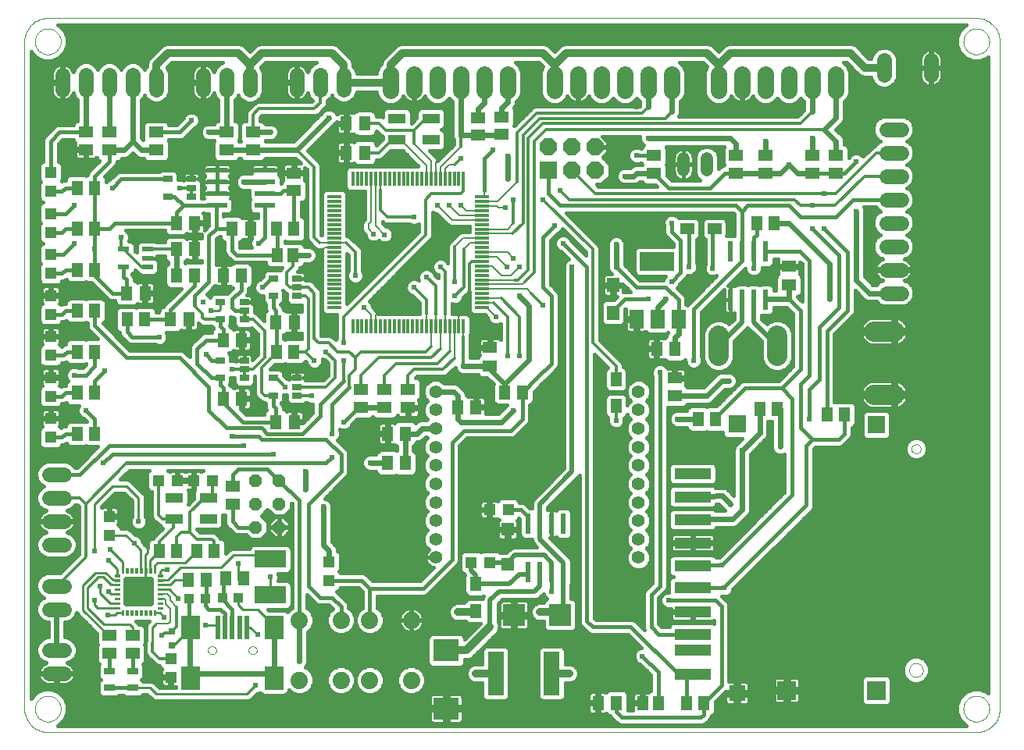
<source format=gtl>
G75*
G70*
%OFA0B0*%
%FSLAX24Y24*%
%IPPOS*%
%LPD*%
%AMOC8*
5,1,8,0,0,1.08239X$1,22.5*
%
%ADD10C,0.0000*%
%ADD11R,0.0740X0.0740*%
%ADD12OC8,0.0740*%
%ADD13OC8,0.0560*%
%ADD14C,0.0035*%
%ADD15C,0.0252*%
%ADD16R,0.0500X0.0500*%
%ADD17R,0.0433X0.0394*%
%ADD18R,0.0197X0.0984*%
%ADD19R,0.0787X0.0984*%
%ADD20R,0.0300X0.0300*%
%ADD21R,0.1339X0.0748*%
%ADD22R,0.0472X0.0315*%
%ADD23R,0.0591X0.0512*%
%ADD24R,0.0512X0.0591*%
%ADD25R,0.0240X0.0870*%
%ADD26R,0.1102X0.0945*%
%ADD27R,0.0689X0.1850*%
%ADD28R,0.0945X0.0945*%
%ADD29C,0.0700*%
%ADD30R,0.0630X0.0512*%
%ADD31C,0.0520*%
%ADD32C,0.0632*%
%ADD33R,0.0748X0.0748*%
%ADD34R,0.0709X0.0669*%
%ADD35R,0.1575X0.0472*%
%ADD36R,0.0800X0.0800*%
%ADD37R,0.0512X0.0630*%
%ADD38R,0.0590X0.0790*%
%ADD39R,0.1500X0.0790*%
%ADD40C,0.0560*%
%ADD41R,0.0591X0.0138*%
%ADD42R,0.0138X0.0591*%
%ADD43R,0.0551X0.0630*%
%ADD44R,0.0390X0.0272*%
%ADD45R,0.0472X0.0236*%
%ADD46R,0.0866X0.0236*%
%ADD47C,0.0740*%
%ADD48R,0.0236X0.0866*%
%ADD49C,0.0860*%
%ADD50R,0.0748X0.0433*%
%ADD51R,0.0551X0.0551*%
%ADD52R,0.0472X0.0591*%
%ADD53R,0.0591X0.0472*%
%ADD54C,0.0630*%
%ADD55C,0.0160*%
%ADD56C,0.0237*%
%ADD57C,0.0120*%
%ADD58C,0.0080*%
%ADD59C,0.0100*%
%ADD60C,0.0320*%
%ADD61C,0.0200*%
%ADD62C,0.0240*%
D10*
X001556Y000556D02*
X041181Y000556D01*
X040630Y001556D02*
X040632Y001603D01*
X040638Y001649D01*
X040648Y001695D01*
X040661Y001740D01*
X040679Y001783D01*
X040700Y001825D01*
X040724Y001865D01*
X040752Y001902D01*
X040783Y001937D01*
X040817Y001970D01*
X040853Y001999D01*
X040892Y002025D01*
X040933Y002048D01*
X040976Y002067D01*
X041020Y002083D01*
X041065Y002095D01*
X041111Y002103D01*
X041158Y002107D01*
X041204Y002107D01*
X041251Y002103D01*
X041297Y002095D01*
X041342Y002083D01*
X041386Y002067D01*
X041429Y002048D01*
X041470Y002025D01*
X041509Y001999D01*
X041545Y001970D01*
X041579Y001937D01*
X041610Y001902D01*
X041638Y001865D01*
X041662Y001825D01*
X041683Y001783D01*
X041701Y001740D01*
X041714Y001695D01*
X041724Y001649D01*
X041730Y001603D01*
X041732Y001556D01*
X041730Y001509D01*
X041724Y001463D01*
X041714Y001417D01*
X041701Y001372D01*
X041683Y001329D01*
X041662Y001287D01*
X041638Y001247D01*
X041610Y001210D01*
X041579Y001175D01*
X041545Y001142D01*
X041509Y001113D01*
X041470Y001087D01*
X041429Y001064D01*
X041386Y001045D01*
X041342Y001029D01*
X041297Y001017D01*
X041251Y001009D01*
X041204Y001005D01*
X041158Y001005D01*
X041111Y001009D01*
X041065Y001017D01*
X041020Y001029D01*
X040976Y001045D01*
X040933Y001064D01*
X040892Y001087D01*
X040853Y001113D01*
X040817Y001142D01*
X040783Y001175D01*
X040752Y001210D01*
X040724Y001247D01*
X040700Y001287D01*
X040679Y001329D01*
X040661Y001372D01*
X040648Y001417D01*
X040638Y001463D01*
X040632Y001509D01*
X040630Y001556D01*
X041181Y000556D02*
X041241Y000558D01*
X041302Y000563D01*
X041361Y000572D01*
X041420Y000585D01*
X041479Y000601D01*
X041536Y000621D01*
X041591Y000644D01*
X041646Y000671D01*
X041698Y000700D01*
X041749Y000733D01*
X041798Y000769D01*
X041844Y000807D01*
X041888Y000849D01*
X041930Y000893D01*
X041968Y000939D01*
X042004Y000988D01*
X042037Y001039D01*
X042066Y001091D01*
X042093Y001146D01*
X042116Y001201D01*
X042136Y001258D01*
X042152Y001317D01*
X042165Y001376D01*
X042174Y001435D01*
X042179Y001496D01*
X042181Y001556D01*
X042181Y030056D01*
X040630Y030056D02*
X040632Y030103D01*
X040638Y030149D01*
X040648Y030195D01*
X040661Y030240D01*
X040679Y030283D01*
X040700Y030325D01*
X040724Y030365D01*
X040752Y030402D01*
X040783Y030437D01*
X040817Y030470D01*
X040853Y030499D01*
X040892Y030525D01*
X040933Y030548D01*
X040976Y030567D01*
X041020Y030583D01*
X041065Y030595D01*
X041111Y030603D01*
X041158Y030607D01*
X041204Y030607D01*
X041251Y030603D01*
X041297Y030595D01*
X041342Y030583D01*
X041386Y030567D01*
X041429Y030548D01*
X041470Y030525D01*
X041509Y030499D01*
X041545Y030470D01*
X041579Y030437D01*
X041610Y030402D01*
X041638Y030365D01*
X041662Y030325D01*
X041683Y030283D01*
X041701Y030240D01*
X041714Y030195D01*
X041724Y030149D01*
X041730Y030103D01*
X041732Y030056D01*
X041730Y030009D01*
X041724Y029963D01*
X041714Y029917D01*
X041701Y029872D01*
X041683Y029829D01*
X041662Y029787D01*
X041638Y029747D01*
X041610Y029710D01*
X041579Y029675D01*
X041545Y029642D01*
X041509Y029613D01*
X041470Y029587D01*
X041429Y029564D01*
X041386Y029545D01*
X041342Y029529D01*
X041297Y029517D01*
X041251Y029509D01*
X041204Y029505D01*
X041158Y029505D01*
X041111Y029509D01*
X041065Y029517D01*
X041020Y029529D01*
X040976Y029545D01*
X040933Y029564D01*
X040892Y029587D01*
X040853Y029613D01*
X040817Y029642D01*
X040783Y029675D01*
X040752Y029710D01*
X040724Y029747D01*
X040700Y029787D01*
X040679Y029829D01*
X040661Y029872D01*
X040648Y029917D01*
X040638Y029963D01*
X040632Y030009D01*
X040630Y030056D01*
X041181Y031056D02*
X041241Y031054D01*
X041302Y031049D01*
X041361Y031040D01*
X041420Y031027D01*
X041479Y031011D01*
X041536Y030991D01*
X041591Y030968D01*
X041646Y030941D01*
X041698Y030912D01*
X041749Y030879D01*
X041798Y030843D01*
X041844Y030805D01*
X041888Y030763D01*
X041930Y030719D01*
X041968Y030673D01*
X042004Y030624D01*
X042037Y030573D01*
X042066Y030521D01*
X042093Y030466D01*
X042116Y030411D01*
X042136Y030354D01*
X042152Y030295D01*
X042165Y030236D01*
X042174Y030177D01*
X042179Y030116D01*
X042181Y030056D01*
X042179Y030116D01*
X042174Y030177D01*
X042165Y030236D01*
X042152Y030295D01*
X042136Y030354D01*
X042116Y030411D01*
X042093Y030466D01*
X042066Y030521D01*
X042037Y030573D01*
X042004Y030624D01*
X041968Y030673D01*
X041930Y030719D01*
X041888Y030763D01*
X041844Y030805D01*
X041798Y030843D01*
X041749Y030879D01*
X041698Y030912D01*
X041646Y030941D01*
X041591Y030968D01*
X041536Y030991D01*
X041479Y031011D01*
X041420Y031027D01*
X041361Y031040D01*
X041302Y031049D01*
X041241Y031054D01*
X041181Y031056D01*
X001556Y031056D01*
X001005Y030056D02*
X001007Y030103D01*
X001013Y030149D01*
X001023Y030195D01*
X001036Y030240D01*
X001054Y030283D01*
X001075Y030325D01*
X001099Y030365D01*
X001127Y030402D01*
X001158Y030437D01*
X001192Y030470D01*
X001228Y030499D01*
X001267Y030525D01*
X001308Y030548D01*
X001351Y030567D01*
X001395Y030583D01*
X001440Y030595D01*
X001486Y030603D01*
X001533Y030607D01*
X001579Y030607D01*
X001626Y030603D01*
X001672Y030595D01*
X001717Y030583D01*
X001761Y030567D01*
X001804Y030548D01*
X001845Y030525D01*
X001884Y030499D01*
X001920Y030470D01*
X001954Y030437D01*
X001985Y030402D01*
X002013Y030365D01*
X002037Y030325D01*
X002058Y030283D01*
X002076Y030240D01*
X002089Y030195D01*
X002099Y030149D01*
X002105Y030103D01*
X002107Y030056D01*
X002105Y030009D01*
X002099Y029963D01*
X002089Y029917D01*
X002076Y029872D01*
X002058Y029829D01*
X002037Y029787D01*
X002013Y029747D01*
X001985Y029710D01*
X001954Y029675D01*
X001920Y029642D01*
X001884Y029613D01*
X001845Y029587D01*
X001804Y029564D01*
X001761Y029545D01*
X001717Y029529D01*
X001672Y029517D01*
X001626Y029509D01*
X001579Y029505D01*
X001533Y029505D01*
X001486Y029509D01*
X001440Y029517D01*
X001395Y029529D01*
X001351Y029545D01*
X001308Y029564D01*
X001267Y029587D01*
X001228Y029613D01*
X001192Y029642D01*
X001158Y029675D01*
X001127Y029710D01*
X001099Y029747D01*
X001075Y029787D01*
X001054Y029829D01*
X001036Y029872D01*
X001023Y029917D01*
X001013Y029963D01*
X001007Y030009D01*
X001005Y030056D01*
X000556Y030056D02*
X000556Y001556D01*
X001005Y001556D02*
X001007Y001603D01*
X001013Y001649D01*
X001023Y001695D01*
X001036Y001740D01*
X001054Y001783D01*
X001075Y001825D01*
X001099Y001865D01*
X001127Y001902D01*
X001158Y001937D01*
X001192Y001970D01*
X001228Y001999D01*
X001267Y002025D01*
X001308Y002048D01*
X001351Y002067D01*
X001395Y002083D01*
X001440Y002095D01*
X001486Y002103D01*
X001533Y002107D01*
X001579Y002107D01*
X001626Y002103D01*
X001672Y002095D01*
X001717Y002083D01*
X001761Y002067D01*
X001804Y002048D01*
X001845Y002025D01*
X001884Y001999D01*
X001920Y001970D01*
X001954Y001937D01*
X001985Y001902D01*
X002013Y001865D01*
X002037Y001825D01*
X002058Y001783D01*
X002076Y001740D01*
X002089Y001695D01*
X002099Y001649D01*
X002105Y001603D01*
X002107Y001556D01*
X002105Y001509D01*
X002099Y001463D01*
X002089Y001417D01*
X002076Y001372D01*
X002058Y001329D01*
X002037Y001287D01*
X002013Y001247D01*
X001985Y001210D01*
X001954Y001175D01*
X001920Y001142D01*
X001884Y001113D01*
X001845Y001087D01*
X001804Y001064D01*
X001761Y001045D01*
X001717Y001029D01*
X001672Y001017D01*
X001626Y001009D01*
X001579Y001005D01*
X001533Y001005D01*
X001486Y001009D01*
X001440Y001017D01*
X001395Y001029D01*
X001351Y001045D01*
X001308Y001064D01*
X001267Y001087D01*
X001228Y001113D01*
X001192Y001142D01*
X001158Y001175D01*
X001127Y001210D01*
X001099Y001247D01*
X001075Y001287D01*
X001054Y001329D01*
X001036Y001372D01*
X001023Y001417D01*
X001013Y001463D01*
X001007Y001509D01*
X001005Y001556D01*
X000556Y001556D02*
X000558Y001496D01*
X000563Y001435D01*
X000572Y001376D01*
X000585Y001317D01*
X000601Y001258D01*
X000621Y001201D01*
X000644Y001146D01*
X000671Y001091D01*
X000700Y001039D01*
X000733Y000988D01*
X000769Y000939D01*
X000807Y000893D01*
X000849Y000849D01*
X000893Y000807D01*
X000939Y000769D01*
X000988Y000733D01*
X001039Y000700D01*
X001091Y000671D01*
X001146Y000644D01*
X001201Y000621D01*
X001258Y000601D01*
X001317Y000585D01*
X001376Y000572D01*
X001435Y000563D01*
X001496Y000558D01*
X001556Y000556D01*
X008388Y004056D02*
X008390Y004082D01*
X008396Y004108D01*
X008406Y004133D01*
X008419Y004156D01*
X008435Y004176D01*
X008455Y004194D01*
X008477Y004209D01*
X008500Y004221D01*
X008526Y004229D01*
X008552Y004233D01*
X008578Y004233D01*
X008604Y004229D01*
X008630Y004221D01*
X008654Y004209D01*
X008675Y004194D01*
X008695Y004176D01*
X008711Y004156D01*
X008724Y004133D01*
X008734Y004108D01*
X008740Y004082D01*
X008742Y004056D01*
X008740Y004030D01*
X008734Y004004D01*
X008724Y003979D01*
X008711Y003956D01*
X008695Y003936D01*
X008675Y003918D01*
X008653Y003903D01*
X008630Y003891D01*
X008604Y003883D01*
X008578Y003879D01*
X008552Y003879D01*
X008526Y003883D01*
X008500Y003891D01*
X008476Y003903D01*
X008455Y003918D01*
X008435Y003936D01*
X008419Y003956D01*
X008406Y003979D01*
X008396Y004004D01*
X008390Y004030D01*
X008388Y004056D01*
X010121Y004056D02*
X010123Y004082D01*
X010129Y004108D01*
X010139Y004133D01*
X010152Y004156D01*
X010168Y004176D01*
X010188Y004194D01*
X010210Y004209D01*
X010233Y004221D01*
X010259Y004229D01*
X010285Y004233D01*
X010311Y004233D01*
X010337Y004229D01*
X010363Y004221D01*
X010387Y004209D01*
X010408Y004194D01*
X010428Y004176D01*
X010444Y004156D01*
X010457Y004133D01*
X010467Y004108D01*
X010473Y004082D01*
X010475Y004056D01*
X010473Y004030D01*
X010467Y004004D01*
X010457Y003979D01*
X010444Y003956D01*
X010428Y003936D01*
X010408Y003918D01*
X010386Y003903D01*
X010363Y003891D01*
X010337Y003883D01*
X010311Y003879D01*
X010285Y003879D01*
X010259Y003883D01*
X010233Y003891D01*
X010209Y003903D01*
X010188Y003918D01*
X010168Y003936D01*
X010152Y003956D01*
X010139Y003979D01*
X010129Y004004D01*
X010123Y004030D01*
X010121Y004056D01*
X038314Y003207D02*
X038316Y003241D01*
X038322Y003275D01*
X038332Y003308D01*
X038345Y003339D01*
X038363Y003369D01*
X038383Y003397D01*
X038407Y003422D01*
X038433Y003444D01*
X038461Y003462D01*
X038492Y003478D01*
X038524Y003490D01*
X038558Y003498D01*
X038592Y003502D01*
X038626Y003502D01*
X038660Y003498D01*
X038694Y003490D01*
X038726Y003478D01*
X038756Y003462D01*
X038785Y003444D01*
X038811Y003422D01*
X038835Y003397D01*
X038855Y003369D01*
X038873Y003339D01*
X038886Y003308D01*
X038896Y003275D01*
X038902Y003241D01*
X038904Y003207D01*
X038902Y003173D01*
X038896Y003139D01*
X038886Y003106D01*
X038873Y003075D01*
X038855Y003045D01*
X038835Y003017D01*
X038811Y002992D01*
X038785Y002970D01*
X038757Y002952D01*
X038726Y002936D01*
X038694Y002924D01*
X038660Y002916D01*
X038626Y002912D01*
X038592Y002912D01*
X038558Y002916D01*
X038524Y002924D01*
X038492Y002936D01*
X038461Y002952D01*
X038433Y002970D01*
X038407Y002992D01*
X038383Y003017D01*
X038363Y003045D01*
X038345Y003075D01*
X038332Y003106D01*
X038322Y003139D01*
X038316Y003173D01*
X038314Y003207D01*
X038412Y012656D02*
X038414Y012683D01*
X038420Y012710D01*
X038429Y012736D01*
X038442Y012760D01*
X038458Y012783D01*
X038477Y012802D01*
X038499Y012819D01*
X038523Y012833D01*
X038548Y012843D01*
X038575Y012850D01*
X038602Y012853D01*
X038630Y012852D01*
X038657Y012847D01*
X038683Y012839D01*
X038707Y012827D01*
X038730Y012811D01*
X038751Y012793D01*
X038768Y012772D01*
X038783Y012748D01*
X038794Y012723D01*
X038802Y012697D01*
X038806Y012670D01*
X038806Y012642D01*
X038802Y012615D01*
X038794Y012589D01*
X038783Y012564D01*
X038768Y012540D01*
X038751Y012519D01*
X038730Y012501D01*
X038708Y012485D01*
X038683Y012473D01*
X038657Y012465D01*
X038630Y012460D01*
X038602Y012459D01*
X038575Y012462D01*
X038548Y012469D01*
X038523Y012479D01*
X038499Y012493D01*
X038477Y012510D01*
X038458Y012529D01*
X038442Y012552D01*
X038429Y012576D01*
X038420Y012602D01*
X038414Y012629D01*
X038412Y012656D01*
X001556Y031056D02*
X001496Y031054D01*
X001435Y031049D01*
X001376Y031040D01*
X001317Y031027D01*
X001258Y031011D01*
X001201Y030991D01*
X001146Y030968D01*
X001091Y030941D01*
X001039Y030912D01*
X000988Y030879D01*
X000939Y030843D01*
X000893Y030805D01*
X000849Y030763D01*
X000807Y030719D01*
X000769Y030673D01*
X000733Y030624D01*
X000700Y030573D01*
X000671Y030521D01*
X000644Y030466D01*
X000621Y030411D01*
X000601Y030354D01*
X000585Y030295D01*
X000572Y030236D01*
X000563Y030177D01*
X000558Y030116D01*
X000556Y030056D01*
D11*
X022931Y024556D03*
D12*
X023931Y024556D03*
X024931Y024556D03*
X024931Y025556D03*
X023931Y025556D03*
X022931Y025556D03*
D13*
X011431Y011306D03*
X010431Y011306D03*
X010431Y010306D03*
X010431Y009306D03*
X011431Y009306D03*
X011431Y010306D03*
D14*
X006438Y007287D02*
X006236Y007287D01*
X006438Y007287D02*
X006438Y007203D01*
X006236Y007203D01*
X006236Y007287D01*
X006236Y007237D02*
X006438Y007237D01*
X006438Y007271D02*
X006236Y007271D01*
X006078Y007361D02*
X006078Y007563D01*
X006162Y007563D01*
X006162Y007361D01*
X006078Y007361D01*
X006078Y007395D02*
X006162Y007395D01*
X006162Y007429D02*
X006078Y007429D01*
X006078Y007463D02*
X006162Y007463D01*
X006162Y007497D02*
X006078Y007497D01*
X006078Y007531D02*
X006162Y007531D01*
X005882Y007563D02*
X005882Y007361D01*
X005882Y007563D02*
X005966Y007563D01*
X005966Y007361D01*
X005882Y007361D01*
X005882Y007395D02*
X005966Y007395D01*
X005966Y007429D02*
X005882Y007429D01*
X005882Y007463D02*
X005966Y007463D01*
X005966Y007497D02*
X005882Y007497D01*
X005882Y007531D02*
X005966Y007531D01*
X005685Y007563D02*
X005685Y007361D01*
X005685Y007563D02*
X005769Y007563D01*
X005769Y007361D01*
X005685Y007361D01*
X005685Y007395D02*
X005769Y007395D01*
X005769Y007429D02*
X005685Y007429D01*
X005685Y007463D02*
X005769Y007463D01*
X005769Y007497D02*
X005685Y007497D01*
X005685Y007531D02*
X005769Y007531D01*
X005488Y007563D02*
X005488Y007361D01*
X005488Y007563D02*
X005572Y007563D01*
X005572Y007361D01*
X005488Y007361D01*
X005488Y007395D02*
X005572Y007395D01*
X005572Y007429D02*
X005488Y007429D01*
X005488Y007463D02*
X005572Y007463D01*
X005572Y007497D02*
X005488Y007497D01*
X005488Y007531D02*
X005572Y007531D01*
X005291Y007563D02*
X005291Y007361D01*
X005291Y007563D02*
X005375Y007563D01*
X005375Y007361D01*
X005291Y007361D01*
X005291Y007395D02*
X005375Y007395D01*
X005375Y007429D02*
X005291Y007429D01*
X005291Y007463D02*
X005375Y007463D01*
X005375Y007497D02*
X005291Y007497D01*
X005291Y007531D02*
X005375Y007531D01*
X005094Y007563D02*
X005094Y007361D01*
X005094Y007563D02*
X005178Y007563D01*
X005178Y007361D01*
X005094Y007361D01*
X005094Y007395D02*
X005178Y007395D01*
X005178Y007429D02*
X005094Y007429D01*
X005094Y007463D02*
X005178Y007463D01*
X005178Y007497D02*
X005094Y007497D01*
X005094Y007531D02*
X005178Y007531D01*
X004897Y007563D02*
X004897Y007361D01*
X004897Y007563D02*
X004981Y007563D01*
X004981Y007361D01*
X004897Y007361D01*
X004897Y007395D02*
X004981Y007395D01*
X004981Y007429D02*
X004897Y007429D01*
X004897Y007463D02*
X004981Y007463D01*
X004981Y007497D02*
X004897Y007497D01*
X004897Y007531D02*
X004981Y007531D01*
X004700Y007563D02*
X004700Y007361D01*
X004700Y007563D02*
X004784Y007563D01*
X004784Y007361D01*
X004700Y007361D01*
X004700Y007395D02*
X004784Y007395D01*
X004784Y007429D02*
X004700Y007429D01*
X004700Y007463D02*
X004784Y007463D01*
X004784Y007497D02*
X004700Y007497D01*
X004700Y007531D02*
X004784Y007531D01*
X004627Y007203D02*
X004425Y007203D01*
X004425Y007287D01*
X004627Y007287D01*
X004627Y007203D01*
X004627Y007237D02*
X004425Y007237D01*
X004425Y007271D02*
X004627Y007271D01*
X004627Y007006D02*
X004425Y007006D01*
X004425Y007090D01*
X004627Y007090D01*
X004627Y007006D01*
X004627Y007040D02*
X004425Y007040D01*
X004425Y007074D02*
X004627Y007074D01*
X004627Y006810D02*
X004425Y006810D01*
X004425Y006894D01*
X004627Y006894D01*
X004627Y006810D01*
X004627Y006844D02*
X004425Y006844D01*
X004425Y006878D02*
X004627Y006878D01*
X004627Y006613D02*
X004425Y006613D01*
X004425Y006697D01*
X004627Y006697D01*
X004627Y006613D01*
X004627Y006647D02*
X004425Y006647D01*
X004425Y006681D02*
X004627Y006681D01*
X004627Y006416D02*
X004425Y006416D01*
X004425Y006500D01*
X004627Y006500D01*
X004627Y006416D01*
X004627Y006450D02*
X004425Y006450D01*
X004425Y006484D02*
X004627Y006484D01*
X004627Y006219D02*
X004425Y006219D01*
X004425Y006303D01*
X004627Y006303D01*
X004627Y006219D01*
X004627Y006253D02*
X004425Y006253D01*
X004425Y006287D02*
X004627Y006287D01*
X004627Y006022D02*
X004425Y006022D01*
X004425Y006106D01*
X004627Y006106D01*
X004627Y006022D01*
X004627Y006056D02*
X004425Y006056D01*
X004425Y006090D02*
X004627Y006090D01*
X004627Y005825D02*
X004425Y005825D01*
X004425Y005909D01*
X004627Y005909D01*
X004627Y005825D01*
X004627Y005859D02*
X004425Y005859D01*
X004425Y005893D02*
X004627Y005893D01*
X004784Y005752D02*
X004784Y005550D01*
X004700Y005550D01*
X004700Y005752D01*
X004784Y005752D01*
X004784Y005584D02*
X004700Y005584D01*
X004700Y005618D02*
X004784Y005618D01*
X004784Y005652D02*
X004700Y005652D01*
X004700Y005686D02*
X004784Y005686D01*
X004784Y005720D02*
X004700Y005720D01*
X004981Y005752D02*
X004981Y005550D01*
X004897Y005550D01*
X004897Y005752D01*
X004981Y005752D01*
X004981Y005584D02*
X004897Y005584D01*
X004897Y005618D02*
X004981Y005618D01*
X004981Y005652D02*
X004897Y005652D01*
X004897Y005686D02*
X004981Y005686D01*
X004981Y005720D02*
X004897Y005720D01*
X005178Y005752D02*
X005178Y005550D01*
X005094Y005550D01*
X005094Y005752D01*
X005178Y005752D01*
X005178Y005584D02*
X005094Y005584D01*
X005094Y005618D02*
X005178Y005618D01*
X005178Y005652D02*
X005094Y005652D01*
X005094Y005686D02*
X005178Y005686D01*
X005178Y005720D02*
X005094Y005720D01*
X005375Y005752D02*
X005375Y005550D01*
X005291Y005550D01*
X005291Y005752D01*
X005375Y005752D01*
X005375Y005584D02*
X005291Y005584D01*
X005291Y005618D02*
X005375Y005618D01*
X005375Y005652D02*
X005291Y005652D01*
X005291Y005686D02*
X005375Y005686D01*
X005375Y005720D02*
X005291Y005720D01*
X005572Y005752D02*
X005572Y005550D01*
X005488Y005550D01*
X005488Y005752D01*
X005572Y005752D01*
X005572Y005584D02*
X005488Y005584D01*
X005488Y005618D02*
X005572Y005618D01*
X005572Y005652D02*
X005488Y005652D01*
X005488Y005686D02*
X005572Y005686D01*
X005572Y005720D02*
X005488Y005720D01*
X005769Y005752D02*
X005769Y005550D01*
X005685Y005550D01*
X005685Y005752D01*
X005769Y005752D01*
X005769Y005584D02*
X005685Y005584D01*
X005685Y005618D02*
X005769Y005618D01*
X005769Y005652D02*
X005685Y005652D01*
X005685Y005686D02*
X005769Y005686D01*
X005769Y005720D02*
X005685Y005720D01*
X005966Y005752D02*
X005966Y005550D01*
X005882Y005550D01*
X005882Y005752D01*
X005966Y005752D01*
X005966Y005584D02*
X005882Y005584D01*
X005882Y005618D02*
X005966Y005618D01*
X005966Y005652D02*
X005882Y005652D01*
X005882Y005686D02*
X005966Y005686D01*
X005966Y005720D02*
X005882Y005720D01*
X006162Y005752D02*
X006162Y005550D01*
X006078Y005550D01*
X006078Y005752D01*
X006162Y005752D01*
X006162Y005584D02*
X006078Y005584D01*
X006078Y005618D02*
X006162Y005618D01*
X006162Y005652D02*
X006078Y005652D01*
X006078Y005686D02*
X006162Y005686D01*
X006162Y005720D02*
X006078Y005720D01*
X006236Y005909D02*
X006438Y005909D01*
X006438Y005825D01*
X006236Y005825D01*
X006236Y005909D01*
X006236Y005859D02*
X006438Y005859D01*
X006438Y005893D02*
X006236Y005893D01*
X006236Y006106D02*
X006438Y006106D01*
X006438Y006022D01*
X006236Y006022D01*
X006236Y006106D01*
X006236Y006056D02*
X006438Y006056D01*
X006438Y006090D02*
X006236Y006090D01*
X006236Y006303D02*
X006438Y006303D01*
X006438Y006219D01*
X006236Y006219D01*
X006236Y006303D01*
X006236Y006253D02*
X006438Y006253D01*
X006438Y006287D02*
X006236Y006287D01*
X006236Y006500D02*
X006438Y006500D01*
X006438Y006416D01*
X006236Y006416D01*
X006236Y006500D01*
X006236Y006450D02*
X006438Y006450D01*
X006438Y006484D02*
X006236Y006484D01*
X006236Y006697D02*
X006438Y006697D01*
X006438Y006613D01*
X006236Y006613D01*
X006236Y006697D01*
X006236Y006647D02*
X006438Y006647D01*
X006438Y006681D02*
X006236Y006681D01*
X006236Y006894D02*
X006438Y006894D01*
X006438Y006810D01*
X006236Y006810D01*
X006236Y006894D01*
X006236Y006844D02*
X006438Y006844D01*
X006438Y006878D02*
X006236Y006878D01*
X006236Y007090D02*
X006438Y007090D01*
X006438Y007006D01*
X006236Y007006D01*
X006236Y007090D01*
X006236Y007040D02*
X006438Y007040D01*
X006438Y007074D02*
X006236Y007074D01*
D15*
X004927Y007060D02*
X004927Y006052D01*
X004927Y007060D02*
X005935Y007060D01*
X005935Y006052D01*
X004927Y006052D01*
X004927Y006303D02*
X005935Y006303D01*
X005935Y006554D02*
X004927Y006554D01*
X004927Y006805D02*
X005935Y006805D01*
X005935Y007056D02*
X004927Y007056D01*
D16*
X004181Y008969D03*
X004181Y009769D03*
X006281Y011306D03*
X007081Y011306D03*
X007778Y011309D03*
X008578Y011309D03*
X013556Y007831D03*
X013556Y007031D03*
X019625Y007806D03*
X020425Y007806D03*
X020406Y010056D03*
X021206Y010056D03*
X006806Y003706D03*
X006806Y002906D03*
X001681Y013156D03*
X001681Y013956D03*
X001681Y014906D03*
X001681Y015706D03*
X001681Y016656D03*
X001681Y017456D03*
X001681Y018406D03*
X001681Y019206D03*
X001681Y020156D03*
X001681Y020956D03*
X001681Y021906D03*
X001681Y022706D03*
X001681Y023656D03*
X001681Y024456D03*
D17*
X007597Y006244D03*
X008266Y006244D03*
X009003Y006306D03*
X009672Y006306D03*
D18*
X009746Y005041D03*
X009431Y005041D03*
X009116Y005041D03*
X008801Y005041D03*
X010061Y005041D03*
D19*
X011203Y005041D03*
X011203Y002875D03*
X007660Y002875D03*
X007660Y005041D03*
D20*
X006838Y004856D03*
X006838Y004256D03*
D21*
X011056Y006414D03*
X011056Y007949D03*
D22*
X005181Y003161D03*
X005181Y002452D03*
X004182Y002452D03*
X004182Y003161D03*
D23*
X004181Y003932D03*
X004181Y004680D03*
X005181Y004680D03*
X005181Y003932D03*
X009432Y010308D03*
X009432Y011056D03*
D24*
X008649Y008306D03*
X007901Y008306D03*
X007055Y008306D03*
X006307Y008306D03*
X007557Y007056D03*
X008305Y007056D03*
X009151Y007119D03*
X009899Y007119D03*
X003555Y013306D03*
X002807Y013306D03*
X002807Y018556D03*
X003555Y018556D03*
X011347Y020931D03*
X012016Y020931D03*
X021057Y015056D03*
X021805Y015056D03*
X026941Y001806D03*
X027610Y001806D03*
D25*
X023556Y007401D03*
X023056Y007401D03*
X022556Y007401D03*
X022056Y007401D03*
X022056Y009461D03*
X022556Y009461D03*
X023056Y009461D03*
X023556Y009461D03*
D26*
X018556Y004046D03*
X018556Y001566D03*
D27*
X020675Y003056D03*
X023056Y003056D03*
D28*
X023416Y005556D03*
X021447Y005556D03*
D29*
X021181Y027956D02*
X021181Y028656D01*
X020181Y028656D02*
X020181Y027956D01*
X019181Y027956D02*
X019181Y028656D01*
X018181Y028656D02*
X018181Y027956D01*
X017181Y027956D02*
X017181Y028656D01*
X016181Y028656D02*
X016181Y027956D01*
X023181Y027956D02*
X023181Y028656D01*
X024181Y028656D02*
X024181Y027956D01*
X025181Y027956D02*
X025181Y028656D01*
X026181Y028656D02*
X026181Y027956D01*
X027181Y027956D02*
X027181Y028656D01*
X028181Y028656D02*
X028181Y027956D01*
X030181Y027956D02*
X030181Y028656D01*
X031181Y028656D02*
X031181Y027956D01*
X032181Y027956D02*
X032181Y028656D01*
X033181Y028656D02*
X033181Y027956D01*
X034181Y027956D02*
X034181Y028656D01*
X035181Y028656D02*
X035181Y027956D01*
D30*
X035181Y025180D03*
X035181Y024432D03*
X034181Y024432D03*
X034181Y025180D03*
X032181Y025180D03*
X032181Y024432D03*
X030931Y024432D03*
X030931Y025180D03*
X027431Y025180D03*
X027431Y024432D03*
X033181Y020450D03*
X033181Y019663D03*
X028306Y015680D03*
X028306Y014932D03*
X020431Y016194D03*
X020431Y016981D03*
X016931Y015200D03*
X016931Y014413D03*
X015931Y014432D03*
X015931Y015180D03*
X014931Y015180D03*
X014931Y014432D03*
X012056Y023682D03*
X012056Y024430D03*
X010306Y025432D03*
X010306Y026180D03*
X009181Y026180D03*
X009181Y025432D03*
X006181Y025432D03*
X006181Y026180D03*
X004181Y026180D03*
X004181Y025432D03*
X003181Y025432D03*
X003181Y026180D03*
X019931Y026057D03*
X019931Y026805D03*
X020931Y026837D03*
X020931Y026089D03*
D31*
X028681Y025066D02*
X028681Y024546D01*
X029681Y024546D02*
X029681Y025066D01*
D32*
X037334Y025306D02*
X037966Y025306D01*
X037966Y024306D02*
X037334Y024306D01*
X037334Y023306D02*
X037966Y023306D01*
X037966Y022306D02*
X037334Y022306D01*
X037334Y021306D02*
X037966Y021306D01*
X037966Y020306D02*
X037334Y020306D01*
X037334Y019306D02*
X037966Y019306D01*
X037966Y026306D02*
X037334Y026306D01*
X014181Y027990D02*
X014181Y028623D01*
X013181Y028623D02*
X013181Y027990D01*
X012181Y027990D02*
X012181Y028623D01*
X010181Y028623D02*
X010181Y027990D01*
X009181Y027990D02*
X009181Y028623D01*
X008181Y028623D02*
X008181Y027990D01*
X006181Y027990D02*
X006181Y028623D01*
X005181Y028623D02*
X005181Y027990D01*
X004181Y027990D02*
X004181Y028623D01*
X003181Y028623D02*
X003181Y027990D01*
X002181Y027990D02*
X002181Y028623D01*
X002248Y011556D02*
X001615Y011556D01*
X001615Y010556D02*
X002248Y010556D01*
X002248Y009556D02*
X001615Y009556D01*
X001615Y008556D02*
X002248Y008556D01*
X002248Y006806D02*
X001615Y006806D01*
X001615Y005806D02*
X002248Y005806D01*
X002248Y004056D02*
X001615Y004056D01*
X001615Y003056D02*
X002248Y003056D01*
D33*
X030971Y013719D03*
X036916Y013679D03*
D34*
X030971Y002223D03*
D35*
X029081Y003010D03*
X029081Y004073D03*
X029081Y004742D03*
X029081Y005687D03*
X029081Y006711D03*
X029081Y007656D03*
X029081Y008640D03*
X029081Y009624D03*
X029081Y010608D03*
X029081Y011593D03*
D36*
X033093Y002341D03*
X036912Y002341D03*
D37*
X029555Y001806D03*
X028807Y001806D03*
X025825Y001806D03*
X025038Y001806D03*
X016805Y012056D03*
X016057Y012056D03*
X016057Y013306D03*
X016805Y013306D03*
X019038Y014431D03*
X019825Y014431D03*
X012075Y013806D03*
X011288Y013806D03*
X009825Y014806D03*
X009038Y014806D03*
X011307Y016806D03*
X012055Y016806D03*
X012075Y018056D03*
X011288Y018056D03*
X009825Y017306D03*
X009038Y017306D03*
X007575Y018181D03*
X006788Y018181D03*
X005680Y018181D03*
X004932Y018181D03*
X004913Y019306D03*
X005700Y019306D03*
X007057Y020056D03*
X007805Y020056D03*
X007825Y021181D03*
X007038Y021181D03*
X007038Y022306D03*
X007825Y022306D03*
X009413Y022056D03*
X010200Y022056D03*
X011307Y022056D03*
X012055Y022056D03*
X009805Y020056D03*
X009057Y020056D03*
X003555Y020306D03*
X002807Y020306D03*
X002807Y022056D03*
X003555Y022056D03*
X003555Y023806D03*
X002807Y023806D03*
X002807Y016806D03*
X003555Y016806D03*
X003555Y015056D03*
X002807Y015056D03*
X014288Y025306D03*
X015075Y025306D03*
X015075Y026556D03*
X014288Y026556D03*
X027538Y016931D03*
X028325Y016931D03*
X031932Y014369D03*
X032680Y014369D03*
X034807Y014119D03*
X035555Y014119D03*
X030055Y013931D03*
X029307Y013931D03*
X031807Y022306D03*
X032555Y022306D03*
D38*
X028466Y018191D03*
X027566Y018191D03*
X026666Y018191D03*
D39*
X027556Y020671D03*
D40*
X026762Y015100D03*
X026762Y014312D03*
X026762Y013525D03*
X026762Y012737D03*
X026762Y011950D03*
X026762Y011163D03*
X026762Y010375D03*
X026762Y009588D03*
X026762Y008800D03*
X026762Y008013D03*
X018101Y008013D03*
X018101Y008800D03*
X018101Y009588D03*
X018101Y010375D03*
X018101Y011163D03*
X018101Y011950D03*
X018101Y012737D03*
X018101Y013525D03*
X018101Y014312D03*
X018101Y015100D03*
D41*
X020081Y018694D03*
X020081Y018891D03*
X020081Y019088D03*
X020081Y019285D03*
X020081Y019481D03*
X020081Y019678D03*
X020081Y019875D03*
X020081Y020072D03*
X020081Y020269D03*
X020081Y020466D03*
X020081Y020663D03*
X020081Y020859D03*
X020081Y021056D03*
X020081Y021253D03*
X020081Y021450D03*
X020081Y021647D03*
X020081Y021844D03*
X020081Y022041D03*
X020081Y022237D03*
X020081Y022434D03*
X020081Y022631D03*
X020081Y022828D03*
X020081Y023025D03*
X020081Y023222D03*
X020081Y023419D03*
X013782Y023419D03*
X013782Y023222D03*
X013782Y023025D03*
X013782Y022828D03*
X013782Y022631D03*
X013782Y022434D03*
X013782Y022237D03*
X013782Y022041D03*
X013782Y021844D03*
X013782Y021647D03*
X013782Y021450D03*
X013782Y021253D03*
X013782Y021056D03*
X013782Y020859D03*
X013782Y020663D03*
X013782Y020466D03*
X013782Y020269D03*
X013782Y020072D03*
X013782Y019875D03*
X013782Y019678D03*
X013782Y019481D03*
X013782Y019285D03*
X013782Y019088D03*
X013782Y018891D03*
X013782Y018694D03*
D42*
X014569Y017907D03*
X014766Y017907D03*
X014963Y017907D03*
X015160Y017907D03*
X015357Y017907D03*
X015553Y017907D03*
X015750Y017907D03*
X015947Y017907D03*
X016144Y017907D03*
X016341Y017907D03*
X016538Y017907D03*
X016735Y017907D03*
X016931Y017907D03*
X017128Y017907D03*
X017325Y017907D03*
X017522Y017907D03*
X017719Y017907D03*
X017916Y017907D03*
X018113Y017907D03*
X018309Y017907D03*
X018506Y017907D03*
X018703Y017907D03*
X018900Y017907D03*
X019097Y017907D03*
X019294Y017907D03*
X019294Y024206D03*
X019097Y024206D03*
X018900Y024206D03*
X018703Y024206D03*
X018506Y024206D03*
X018309Y024206D03*
X018113Y024206D03*
X017916Y024206D03*
X017719Y024206D03*
X017522Y024206D03*
X017325Y024206D03*
X017128Y024206D03*
X016931Y024206D03*
X016735Y024206D03*
X016538Y024206D03*
X016341Y024206D03*
X016144Y024206D03*
X015947Y024206D03*
X015750Y024206D03*
X015553Y024206D03*
X015357Y024206D03*
X015160Y024206D03*
X014963Y024206D03*
X014766Y024206D03*
X014569Y024206D03*
D43*
X025681Y019647D03*
X025681Y018466D03*
D44*
X012189Y019182D03*
X012189Y019556D03*
X012189Y019930D03*
X011170Y019930D03*
X011170Y019182D03*
X009939Y018930D03*
X009939Y018556D03*
X009939Y018182D03*
X008920Y018182D03*
X008920Y018930D03*
X008920Y016430D03*
X008920Y015682D03*
X009939Y015682D03*
X009939Y016056D03*
X009939Y016430D03*
X011170Y015680D03*
X011170Y014932D03*
X012189Y014932D03*
X012189Y015306D03*
X012189Y015680D03*
X007689Y023432D03*
X007689Y023806D03*
X007689Y024180D03*
X006670Y024180D03*
X006670Y023432D03*
D45*
X005821Y021180D03*
X005821Y020806D03*
X005821Y020432D03*
X004792Y020432D03*
X004792Y021180D03*
D46*
X008783Y023056D03*
X008783Y023556D03*
X008783Y024056D03*
X008783Y024556D03*
X010830Y024556D03*
X010830Y024056D03*
X010830Y023556D03*
X010830Y023056D03*
D47*
X012291Y005336D03*
X014071Y005336D03*
X015291Y005336D03*
X017071Y005336D03*
X017071Y002776D03*
X015291Y002776D03*
X014071Y002776D03*
X012291Y002776D03*
D48*
X030681Y019033D03*
X031181Y019033D03*
X031681Y019033D03*
X032181Y019033D03*
X032181Y021080D03*
X031681Y021080D03*
X031181Y021080D03*
X030681Y021080D03*
D49*
X030181Y017486D02*
X030181Y016626D01*
X032681Y016626D02*
X032681Y017486D01*
X036821Y017676D02*
X037681Y017676D01*
X037681Y014976D02*
X036821Y014976D01*
D50*
X017910Y025854D03*
X017910Y026759D03*
X016453Y026759D03*
X016453Y025854D03*
X008410Y010572D03*
X008410Y009666D03*
X006953Y009666D03*
X006953Y010572D03*
D51*
X021181Y009211D03*
X021181Y007715D03*
D52*
X019806Y006877D03*
X019806Y005735D03*
X025806Y014485D03*
X025806Y015627D03*
D53*
X028861Y022056D03*
X030002Y022056D03*
D54*
X037244Y028616D02*
X037244Y029246D01*
X039244Y029246D02*
X039244Y028616D01*
D55*
X039281Y028551D02*
X039206Y028551D01*
X039206Y028393D02*
X039281Y028393D01*
X039281Y028234D02*
X039206Y028234D01*
X039206Y028141D02*
X039206Y028894D01*
X038769Y028894D01*
X038769Y028579D01*
X038781Y028505D01*
X038804Y028434D01*
X038838Y028367D01*
X038882Y028307D01*
X038934Y028254D01*
X038995Y028210D01*
X039062Y028176D01*
X039133Y028153D01*
X039206Y028141D01*
X039281Y028141D02*
X039355Y028153D01*
X039426Y028176D01*
X039493Y028210D01*
X039553Y028254D01*
X039606Y028307D01*
X039650Y028367D01*
X039684Y028434D01*
X039707Y028505D01*
X039719Y028579D01*
X039719Y028894D01*
X039282Y028894D01*
X039282Y028969D01*
X039719Y028969D01*
X039719Y029284D01*
X039707Y029358D01*
X039684Y029429D01*
X039650Y029495D01*
X039606Y029556D01*
X039553Y029609D01*
X039493Y029653D01*
X039426Y029686D01*
X039355Y029710D01*
X039281Y029721D01*
X039281Y028969D01*
X039206Y028969D01*
X039206Y028894D01*
X039281Y028894D01*
X039281Y028141D01*
X039526Y028234D02*
X041681Y028234D01*
X041681Y028076D02*
X037389Y028076D01*
X037354Y028061D02*
X037558Y028146D01*
X037714Y028302D01*
X037799Y028506D01*
X037799Y029357D01*
X037714Y029561D01*
X037558Y029717D01*
X037354Y029801D01*
X037134Y029801D01*
X036930Y029717D01*
X036773Y029561D01*
X036689Y029357D01*
X036689Y029331D01*
X036597Y029331D01*
X036033Y029895D01*
X035886Y029956D01*
X035727Y029956D01*
X030761Y029956D01*
X030602Y029956D01*
X030455Y029895D01*
X030181Y029622D01*
X030020Y029783D01*
X029908Y029895D01*
X029761Y029956D01*
X023761Y029956D01*
X023602Y029956D01*
X023455Y029895D01*
X023181Y029622D01*
X023020Y029783D01*
X022908Y029895D01*
X022761Y029956D01*
X016761Y029956D01*
X016602Y029956D01*
X016455Y029895D01*
X015842Y029283D01*
X015781Y029136D01*
X015781Y029091D01*
X015681Y028990D01*
X015591Y028774D01*
X015591Y028706D01*
X014738Y028706D01*
X014738Y028733D01*
X014653Y028938D01*
X014581Y029009D01*
X014581Y029136D01*
X014520Y029283D01*
X014020Y029783D01*
X013908Y029895D01*
X013761Y029956D01*
X010761Y029956D01*
X010602Y029956D01*
X010455Y029895D01*
X010181Y029622D01*
X010020Y029783D01*
X009908Y029895D01*
X009761Y029956D01*
X006761Y029956D01*
X006602Y029956D01*
X006455Y029895D01*
X005955Y029395D01*
X005842Y029283D01*
X005781Y029136D01*
X005781Y029009D01*
X005710Y028938D01*
X005681Y028869D01*
X005653Y028938D01*
X005496Y029094D01*
X005292Y029179D01*
X005071Y029179D01*
X004866Y029094D01*
X004710Y028938D01*
X004681Y028869D01*
X004653Y028938D01*
X004496Y029094D01*
X004292Y029179D01*
X004071Y029179D01*
X003866Y029094D01*
X003710Y028938D01*
X003681Y028869D01*
X003653Y028938D01*
X003496Y029094D01*
X003292Y029179D01*
X003071Y029179D01*
X002866Y029094D01*
X002710Y028938D01*
X002637Y028761D01*
X002623Y028805D01*
X002589Y028872D01*
X002545Y028933D01*
X002492Y028986D01*
X002431Y029030D01*
X002364Y029064D01*
X002293Y029087D01*
X002220Y029099D01*
X002220Y028345D01*
X002143Y028345D01*
X002143Y029099D01*
X002070Y029087D01*
X001999Y029064D01*
X001932Y029030D01*
X001871Y028986D01*
X001818Y028933D01*
X001774Y028872D01*
X001740Y028805D01*
X001717Y028734D01*
X001705Y028660D01*
X001705Y028344D01*
X002143Y028344D01*
X002143Y028268D01*
X001705Y028268D01*
X001705Y027953D01*
X001717Y027879D01*
X001740Y027807D01*
X001774Y027740D01*
X001818Y027680D01*
X001871Y027627D01*
X001932Y027583D01*
X001999Y027549D01*
X002070Y027526D01*
X002143Y027514D01*
X002143Y028268D01*
X002220Y028268D01*
X002220Y027514D01*
X002293Y027526D01*
X002364Y027549D01*
X002431Y027583D01*
X002492Y027627D01*
X002545Y027680D01*
X002589Y027740D01*
X002623Y027807D01*
X002637Y027851D01*
X002710Y027675D01*
X002821Y027563D01*
X002821Y026676D01*
X002819Y026676D01*
X002730Y026640D01*
X002663Y026572D01*
X002633Y026500D01*
X002119Y026500D01*
X001992Y026500D01*
X001874Y026452D01*
X001500Y026078D01*
X001410Y025988D01*
X001361Y025870D01*
X001361Y024937D01*
X001295Y024910D01*
X001228Y024842D01*
X001191Y024754D01*
X001191Y024159D01*
X001228Y024070D01*
X001242Y024056D01*
X001228Y024042D01*
X001191Y023954D01*
X001191Y023359D01*
X001228Y023270D01*
X001295Y023203D01*
X001348Y023181D01*
X001295Y023160D01*
X001228Y023092D01*
X001191Y023004D01*
X001191Y022409D01*
X001228Y022320D01*
X001242Y022306D01*
X001228Y022292D01*
X001191Y022204D01*
X001191Y021609D01*
X001228Y021520D01*
X001295Y021453D01*
X001348Y021431D01*
X001295Y021410D01*
X001228Y021342D01*
X001191Y021254D01*
X001191Y020659D01*
X001228Y020570D01*
X001242Y020556D01*
X001228Y020542D01*
X001191Y020454D01*
X001191Y019859D01*
X001228Y019770D01*
X001295Y019703D01*
X001384Y019666D01*
X001979Y019666D01*
X002067Y019703D01*
X002135Y019770D01*
X002162Y019836D01*
X002220Y019836D01*
X002336Y019884D01*
X002348Y019855D01*
X002416Y019788D01*
X002504Y019751D01*
X003111Y019751D01*
X003181Y019781D01*
X003252Y019751D01*
X003409Y019751D01*
X004035Y019125D01*
X004125Y019035D01*
X004243Y018986D01*
X004417Y018986D01*
X004417Y018944D01*
X004453Y018855D01*
X004521Y018788D01*
X004609Y018751D01*
X005216Y018751D01*
X005305Y018788D01*
X005368Y018851D01*
X005382Y018842D01*
X005423Y018831D01*
X005652Y018831D01*
X005652Y019258D01*
X005748Y019258D01*
X005748Y018831D01*
X005977Y018831D01*
X006018Y018842D01*
X006054Y018863D01*
X006084Y018893D01*
X006105Y018930D01*
X006116Y018970D01*
X006116Y019258D01*
X005748Y019258D01*
X005748Y019354D01*
X006116Y019354D01*
X006116Y019642D01*
X006105Y019683D01*
X006084Y019719D01*
X006054Y019749D01*
X006018Y019770D01*
X005977Y019781D01*
X005748Y019781D01*
X005748Y019354D01*
X005652Y019354D01*
X005652Y019781D01*
X005423Y019781D01*
X005382Y019770D01*
X005368Y019762D01*
X005305Y019825D01*
X005233Y019854D01*
X005233Y019951D01*
X005184Y020069D01*
X005149Y020104D01*
X005164Y020111D01*
X005232Y020178D01*
X005268Y020266D01*
X005268Y020280D01*
X005370Y020178D01*
X005389Y020170D01*
X005448Y020111D01*
X005537Y020074D01*
X006105Y020074D01*
X006193Y020111D01*
X006260Y020178D01*
X006297Y020266D01*
X006297Y020598D01*
X006260Y020686D01*
X006217Y020730D01*
X006217Y020806D01*
X005821Y020806D01*
X005821Y020806D01*
X006217Y020806D01*
X006217Y020880D01*
X006542Y020880D01*
X006542Y020819D01*
X006578Y020730D01*
X006646Y020663D01*
X006697Y020642D01*
X006697Y020588D01*
X006666Y020575D01*
X006598Y020507D01*
X006561Y020419D01*
X006561Y019694D01*
X006598Y019605D01*
X006666Y019538D01*
X006754Y019501D01*
X007236Y019501D01*
X006516Y018781D01*
X006498Y018736D01*
X006484Y018736D01*
X006396Y018700D01*
X006328Y018632D01*
X006292Y018544D01*
X006292Y018501D01*
X006176Y018501D01*
X006176Y018544D01*
X006140Y018632D01*
X006072Y018700D01*
X005984Y018736D01*
X005377Y018736D01*
X005306Y018707D01*
X005236Y018736D01*
X004629Y018736D01*
X004541Y018700D01*
X004473Y018632D01*
X004436Y018544D01*
X004436Y017819D01*
X004473Y017730D01*
X004541Y017663D01*
X004612Y017633D01*
X004612Y017585D01*
X004661Y017468D01*
X004879Y017250D01*
X004969Y017160D01*
X005086Y017111D01*
X006142Y017111D01*
X006235Y017073D01*
X006378Y017073D01*
X006510Y017127D01*
X006611Y017228D01*
X006665Y017360D01*
X006665Y017503D01*
X006614Y017626D01*
X007091Y017626D01*
X007180Y017663D01*
X007243Y017726D01*
X007257Y017717D01*
X007298Y017706D01*
X007527Y017706D01*
X007527Y018133D01*
X007623Y018133D01*
X007623Y017706D01*
X007852Y017706D01*
X007893Y017717D01*
X007929Y017738D01*
X007959Y017768D01*
X007980Y017805D01*
X007991Y017845D01*
X007991Y018010D01*
X008074Y017927D01*
X008184Y017881D01*
X008550Y017881D01*
X008589Y017843D01*
X008600Y017839D01*
X008600Y017817D01*
X008611Y017790D01*
X008578Y017757D01*
X008542Y017669D01*
X008542Y017626D01*
X008243Y017626D01*
X008125Y017578D01*
X008035Y017488D01*
X007660Y017113D01*
X007611Y016995D01*
X007611Y016868D01*
X007611Y016579D01*
X007453Y016738D01*
X007363Y016828D01*
X007245Y016876D01*
X005064Y016876D01*
X003902Y018039D01*
X003947Y018058D01*
X004015Y018125D01*
X004051Y018213D01*
X004051Y018899D01*
X004015Y018988D01*
X003947Y019055D01*
X003859Y019092D01*
X003252Y019092D01*
X003181Y019062D01*
X003111Y019092D01*
X002504Y019092D01*
X002416Y019055D01*
X002348Y018988D01*
X002311Y018899D01*
X002311Y018876D01*
X002243Y018876D01*
X002125Y018828D01*
X002112Y018815D01*
X002067Y018860D01*
X002062Y018862D01*
X002080Y018895D01*
X002091Y018935D01*
X002091Y019161D01*
X001727Y019161D01*
X001727Y019251D01*
X002091Y019251D01*
X002091Y019477D01*
X002080Y019518D01*
X002059Y019555D01*
X002030Y019584D01*
X001993Y019605D01*
X001952Y019616D01*
X001726Y019616D01*
X001726Y019252D01*
X001636Y019252D01*
X001636Y019616D01*
X001410Y019616D01*
X001370Y019605D01*
X001333Y019584D01*
X001303Y019555D01*
X001282Y019518D01*
X001271Y019477D01*
X001271Y019251D01*
X001636Y019251D01*
X001636Y019161D01*
X001271Y019161D01*
X001271Y018935D01*
X001282Y018895D01*
X001301Y018862D01*
X001295Y018860D01*
X001228Y018792D01*
X001191Y018704D01*
X001191Y018109D01*
X001228Y018020D01*
X001295Y017953D01*
X001384Y017916D01*
X001979Y017916D01*
X002067Y017953D01*
X002135Y018020D01*
X002162Y018086D01*
X002220Y018086D01*
X002338Y018135D01*
X002342Y018139D01*
X002348Y018125D01*
X002416Y018058D01*
X002504Y018021D01*
X003111Y018021D01*
X003181Y018050D01*
X003236Y018027D01*
X003236Y017995D01*
X003236Y017868D01*
X003285Y017750D01*
X003674Y017361D01*
X003252Y017361D01*
X003181Y017332D01*
X003111Y017361D01*
X002504Y017361D01*
X002416Y017325D01*
X002348Y017257D01*
X002311Y017169D01*
X002311Y017126D01*
X002305Y017126D01*
X002188Y017078D01*
X002140Y017030D01*
X002135Y017042D01*
X002067Y017110D01*
X002062Y017112D01*
X002080Y017145D01*
X002091Y017185D01*
X002091Y017411D01*
X001727Y017411D01*
X001727Y017501D01*
X002091Y017501D01*
X002091Y017727D01*
X002080Y017768D01*
X002059Y017805D01*
X002030Y017834D01*
X001993Y017855D01*
X001952Y017866D01*
X001726Y017866D01*
X001726Y017502D01*
X001636Y017502D01*
X001636Y017866D01*
X001410Y017866D01*
X001370Y017855D01*
X001333Y017834D01*
X001303Y017805D01*
X001282Y017768D01*
X001271Y017727D01*
X001271Y017501D01*
X001636Y017501D01*
X001636Y017411D01*
X001271Y017411D01*
X001271Y017185D01*
X001282Y017145D01*
X001301Y017112D01*
X001295Y017110D01*
X001228Y017042D01*
X001191Y016954D01*
X001191Y016359D01*
X001228Y016270D01*
X001295Y016203D01*
X001384Y016166D01*
X001979Y016166D01*
X002067Y016203D01*
X002135Y016270D01*
X002162Y016336D01*
X002283Y016336D01*
X002345Y016362D01*
X002348Y016355D01*
X002416Y016288D01*
X002504Y016251D01*
X003111Y016251D01*
X003181Y016281D01*
X003197Y016274D01*
X003049Y016126D01*
X002846Y016126D01*
X002753Y016165D01*
X002610Y016165D01*
X002478Y016110D01*
X002377Y016009D01*
X002323Y015878D01*
X002323Y015735D01*
X002377Y015603D01*
X002411Y015570D01*
X002348Y015507D01*
X002311Y015419D01*
X002311Y015376D01*
X002243Y015376D01*
X002125Y015328D01*
X002112Y015315D01*
X002067Y015360D01*
X002062Y015362D01*
X002080Y015395D01*
X002091Y015435D01*
X002091Y015661D01*
X001727Y015661D01*
X001727Y015751D01*
X002091Y015751D01*
X002091Y015977D01*
X002080Y016018D01*
X002059Y016055D01*
X002030Y016084D01*
X001993Y016105D01*
X001952Y016116D01*
X001726Y016116D01*
X001726Y015752D01*
X001636Y015752D01*
X001636Y016116D01*
X001410Y016116D01*
X001370Y016105D01*
X001333Y016084D01*
X001303Y016055D01*
X001282Y016018D01*
X001271Y015977D01*
X001271Y015751D01*
X001636Y015751D01*
X001636Y015661D01*
X001271Y015661D01*
X001271Y015435D01*
X001282Y015395D01*
X001301Y015362D01*
X001295Y015360D01*
X001228Y015292D01*
X001191Y015204D01*
X001191Y014609D01*
X001228Y014520D01*
X001295Y014453D01*
X001384Y014416D01*
X001979Y014416D01*
X002067Y014453D01*
X002135Y014520D01*
X002162Y014586D01*
X002220Y014586D01*
X002336Y014634D01*
X002348Y014605D01*
X002415Y014538D01*
X002504Y014501D01*
X002874Y014501D01*
X002823Y014378D01*
X002823Y014235D01*
X002877Y014103D01*
X002978Y014002D01*
X003072Y013963D01*
X003211Y013824D01*
X003181Y013812D01*
X003111Y013842D01*
X002504Y013842D01*
X002416Y013805D01*
X002348Y013738D01*
X002311Y013649D01*
X002311Y013626D01*
X002243Y013626D01*
X002125Y013578D01*
X002112Y013565D01*
X002067Y013610D01*
X002062Y013612D01*
X002080Y013645D01*
X002091Y013685D01*
X002091Y013911D01*
X001727Y013911D01*
X001727Y014001D01*
X002091Y014001D01*
X002091Y014227D01*
X002080Y014268D01*
X002059Y014305D01*
X002030Y014334D01*
X001993Y014355D01*
X001952Y014366D01*
X001726Y014366D01*
X001726Y014002D01*
X001636Y014002D01*
X001636Y014366D01*
X001410Y014366D01*
X001370Y014355D01*
X001333Y014334D01*
X001303Y014305D01*
X001282Y014268D01*
X001271Y014227D01*
X001271Y014001D01*
X001636Y014001D01*
X001636Y013911D01*
X001271Y013911D01*
X001271Y013685D01*
X001282Y013645D01*
X001301Y013612D01*
X001295Y013610D01*
X001228Y013542D01*
X001191Y013454D01*
X001191Y012859D01*
X001228Y012770D01*
X001295Y012703D01*
X001384Y012666D01*
X001979Y012666D01*
X002067Y012703D01*
X002135Y012770D01*
X002162Y012836D01*
X002220Y012836D01*
X002338Y012885D01*
X002342Y012889D01*
X002348Y012875D01*
X002416Y012808D01*
X002504Y012771D01*
X003111Y012771D01*
X003181Y012800D01*
X003252Y012771D01*
X003694Y012771D01*
X002799Y011876D01*
X002714Y011876D01*
X002563Y012028D01*
X002358Y012112D01*
X001505Y012112D01*
X001300Y012028D01*
X001144Y011871D01*
X001059Y011667D01*
X001059Y011446D01*
X001144Y011241D01*
X001300Y011085D01*
X001369Y011056D01*
X001300Y011028D01*
X001144Y010871D01*
X001059Y010667D01*
X001059Y010446D01*
X001144Y010241D01*
X001300Y010085D01*
X001476Y010012D01*
X001432Y009998D01*
X001366Y009964D01*
X001305Y009920D01*
X001252Y009866D01*
X001208Y009806D01*
X001174Y009739D01*
X001151Y009668D01*
X001139Y009594D01*
X001893Y009594D01*
X001893Y009518D01*
X001139Y009518D01*
X001151Y009445D01*
X001174Y009373D01*
X001208Y009307D01*
X001252Y009246D01*
X001305Y009193D01*
X001366Y009149D01*
X001432Y009115D01*
X001476Y009101D01*
X001300Y009028D01*
X001144Y008871D01*
X001059Y008667D01*
X001059Y008446D01*
X001144Y008241D01*
X001300Y008085D01*
X001505Y008000D01*
X002358Y008000D01*
X002563Y008085D01*
X002719Y008241D01*
X002804Y008446D01*
X002804Y008667D01*
X002719Y008871D01*
X002563Y009028D01*
X002387Y009101D01*
X002430Y009115D01*
X002497Y009149D01*
X002558Y009193D01*
X002611Y009246D01*
X002655Y009307D01*
X002689Y009373D01*
X002712Y009445D01*
X002724Y009518D01*
X001970Y009518D01*
X001970Y009594D01*
X002724Y009594D01*
X002712Y009668D01*
X002689Y009739D01*
X002655Y009806D01*
X002611Y009866D01*
X002558Y009920D01*
X002497Y009964D01*
X002430Y009998D01*
X002387Y010012D01*
X002563Y010085D01*
X002719Y010241D01*
X002725Y010256D01*
X002807Y010256D01*
X002881Y010182D01*
X002881Y008166D01*
X002077Y007362D01*
X001505Y007362D01*
X001300Y007278D01*
X001144Y007121D01*
X001059Y006917D01*
X001059Y006696D01*
X001144Y006491D01*
X001300Y006335D01*
X001369Y006306D01*
X001300Y006278D01*
X001144Y006121D01*
X001059Y005917D01*
X001059Y005696D01*
X001144Y005491D01*
X001300Y005335D01*
X001505Y005250D01*
X001571Y005250D01*
X001571Y004612D01*
X001505Y004612D01*
X001300Y004528D01*
X001144Y004371D01*
X001059Y004167D01*
X001059Y003946D01*
X001144Y003741D01*
X001300Y003585D01*
X001476Y003512D01*
X001432Y003498D01*
X001366Y003464D01*
X001305Y003420D01*
X001252Y003366D01*
X001208Y003306D01*
X001174Y003239D01*
X001151Y003168D01*
X001139Y003094D01*
X001893Y003094D01*
X001893Y003018D01*
X001139Y003018D01*
X001151Y002945D01*
X001174Y002873D01*
X001208Y002807D01*
X001252Y002746D01*
X001305Y002693D01*
X001366Y002649D01*
X001432Y002615D01*
X001504Y002592D01*
X001578Y002580D01*
X001893Y002580D01*
X001893Y003018D01*
X001970Y003018D01*
X001970Y003094D01*
X002724Y003094D01*
X002712Y003168D01*
X002689Y003239D01*
X002655Y003306D01*
X002611Y003366D01*
X002558Y003420D01*
X002497Y003464D01*
X002430Y003498D01*
X002387Y003512D01*
X002563Y003585D01*
X002719Y003741D01*
X002804Y003946D01*
X002804Y004167D01*
X002719Y004371D01*
X002563Y004528D01*
X002358Y004612D01*
X002291Y004612D01*
X002291Y005250D01*
X002358Y005250D01*
X002563Y005335D01*
X002719Y005491D01*
X002790Y005661D01*
X002811Y005611D01*
X002892Y005529D01*
X003646Y004775D01*
X003646Y004377D01*
X003675Y004306D01*
X003646Y004236D01*
X003646Y003629D01*
X003683Y003540D01*
X003750Y003473D01*
X003758Y003470D01*
X003742Y003454D01*
X003706Y003366D01*
X003706Y002955D01*
X003742Y002867D01*
X003803Y002806D01*
X003742Y002745D01*
X003706Y002657D01*
X003706Y002247D01*
X003742Y002159D01*
X003810Y002091D01*
X003898Y002055D01*
X004466Y002055D01*
X004554Y002091D01*
X004595Y002132D01*
X004768Y002132D01*
X004809Y002091D01*
X004897Y002054D01*
X005465Y002054D01*
X005553Y002091D01*
X005621Y002158D01*
X005622Y002162D01*
X005791Y002162D01*
X005936Y002017D01*
X006017Y001935D01*
X006124Y001891D01*
X009999Y001891D01*
X010114Y001891D01*
X010221Y001935D01*
X010483Y002198D01*
X010503Y002198D01*
X010611Y002242D01*
X010673Y002180D01*
X010762Y002143D01*
X011644Y002143D01*
X011733Y002180D01*
X011800Y002247D01*
X011837Y002335D01*
X011837Y002368D01*
X011946Y002259D01*
X012170Y002166D01*
X012413Y002166D01*
X012637Y002259D01*
X012809Y002431D01*
X012901Y002655D01*
X012901Y002898D01*
X012809Y003122D01*
X012637Y003293D01*
X012533Y003336D01*
X012597Y003400D01*
X012651Y003532D01*
X012651Y004834D01*
X012809Y004991D01*
X012901Y005215D01*
X012901Y005458D01*
X012809Y005682D01*
X012637Y005853D01*
X012611Y005864D01*
X012611Y006424D01*
X013000Y006035D01*
X013118Y005986D01*
X013245Y005986D01*
X013549Y005986D01*
X013704Y005831D01*
X013554Y005682D01*
X013461Y005458D01*
X013461Y005215D01*
X013554Y004991D01*
X013726Y004819D01*
X013950Y004726D01*
X014193Y004726D01*
X014417Y004819D01*
X014589Y004991D01*
X014681Y005215D01*
X014774Y004991D01*
X014946Y004819D01*
X015170Y004726D01*
X015413Y004726D01*
X015637Y004819D01*
X015808Y004991D01*
X015901Y005215D01*
X015901Y005458D01*
X015808Y005682D01*
X015637Y005853D01*
X015611Y005864D01*
X015611Y006376D01*
X017508Y006376D01*
X017635Y006376D01*
X017753Y006425D01*
X018988Y007660D01*
X019078Y007750D01*
X019126Y007868D01*
X019126Y012799D01*
X019439Y013111D01*
X021243Y013111D01*
X021370Y013111D01*
X021488Y013160D01*
X021988Y013660D01*
X022078Y013750D01*
X022126Y013868D01*
X022126Y014528D01*
X022197Y014558D01*
X022265Y014625D01*
X022301Y014713D01*
X022301Y015100D01*
X022611Y015409D01*
X022613Y015410D01*
X022703Y015500D01*
X023238Y016035D01*
X023328Y016125D01*
X023376Y016243D01*
X023376Y019118D01*
X023376Y019245D01*
X023328Y019363D01*
X023001Y019689D01*
X023001Y021549D01*
X023291Y021838D01*
X023385Y021877D01*
X023486Y021978D01*
X023515Y022049D01*
X024506Y021057D01*
X024506Y020934D01*
X023899Y021541D01*
X023861Y021634D01*
X023760Y021735D01*
X023628Y021790D01*
X023485Y021790D01*
X023353Y021735D01*
X023252Y021634D01*
X023198Y021503D01*
X023198Y021360D01*
X023252Y021228D01*
X023353Y021127D01*
X023447Y021088D01*
X023779Y020756D01*
X023728Y020735D01*
X023627Y020634D01*
X023573Y020503D01*
X023573Y020360D01*
X023591Y020315D01*
X023591Y011822D01*
X022268Y010499D01*
X022216Y010374D01*
X022216Y010239D01*
X022216Y010136D01*
X022116Y010136D01*
X021925Y010328D01*
X021808Y010376D01*
X021687Y010376D01*
X021660Y010442D01*
X021592Y010510D01*
X021504Y010546D01*
X020909Y010546D01*
X020820Y010510D01*
X020753Y010442D01*
X020751Y010437D01*
X020718Y010455D01*
X020677Y010466D01*
X020451Y010466D01*
X020451Y010102D01*
X020361Y010102D01*
X020361Y010466D01*
X020135Y010466D01*
X020095Y010455D01*
X020058Y010434D01*
X020028Y010405D01*
X020007Y010368D01*
X019996Y010327D01*
X019996Y010101D01*
X020361Y010101D01*
X020361Y010011D01*
X019996Y010011D01*
X019996Y009785D01*
X020007Y009745D01*
X020028Y009708D01*
X020058Y009678D01*
X020095Y009657D01*
X020135Y009646D01*
X020361Y009646D01*
X020361Y010011D01*
X020451Y010011D01*
X020451Y009646D01*
X020677Y009646D01*
X020718Y009657D01*
X020751Y009676D01*
X020753Y009670D01*
X020809Y009615D01*
X020808Y009614D01*
X020778Y009584D01*
X020757Y009548D01*
X020746Y009507D01*
X020746Y009268D01*
X021123Y009268D01*
X021123Y009153D01*
X020746Y009153D01*
X020746Y008914D01*
X020757Y008873D01*
X020778Y008837D01*
X020808Y008807D01*
X020844Y008786D01*
X020885Y008775D01*
X021124Y008775D01*
X021124Y009153D01*
X021239Y009153D01*
X021239Y009268D01*
X021617Y009268D01*
X021617Y009507D01*
X021606Y009548D01*
X021585Y009584D01*
X021574Y009595D01*
X021592Y009603D01*
X021660Y009670D01*
X021665Y009683D01*
X021696Y009651D01*
X021696Y008979D01*
X021733Y008890D01*
X021800Y008823D01*
X021889Y008786D01*
X022216Y008786D01*
X022216Y008739D01*
X022268Y008614D01*
X022423Y008459D01*
X021426Y008459D01*
X021301Y008407D01*
X021206Y008311D01*
X021124Y008230D01*
X020858Y008230D01*
X020846Y008225D01*
X020811Y008260D01*
X020723Y008296D01*
X020127Y008296D01*
X020039Y008260D01*
X020025Y008246D01*
X020011Y008260D01*
X019923Y008296D01*
X019327Y008296D01*
X019239Y008260D01*
X019172Y008192D01*
X019135Y008104D01*
X019135Y007509D01*
X019172Y007420D01*
X019239Y007353D01*
X019313Y007322D01*
X019337Y007264D01*
X019345Y007256D01*
X019330Y007220D01*
X019330Y006534D01*
X019367Y006446D01*
X019434Y006378D01*
X019522Y006342D01*
X020090Y006342D01*
X020138Y006362D01*
X020099Y006267D01*
X020090Y006271D01*
X019522Y006271D01*
X019434Y006234D01*
X019367Y006167D01*
X019331Y006081D01*
X018977Y006081D01*
X018830Y006020D01*
X018717Y005908D01*
X018656Y005761D01*
X018656Y005602D01*
X018717Y005455D01*
X018830Y005342D01*
X018977Y005281D01*
X019390Y005281D01*
X019434Y005237D01*
X019522Y005200D01*
X020010Y005200D01*
X019348Y004538D01*
X019348Y004567D01*
X019311Y004655D01*
X019244Y004722D01*
X019155Y004759D01*
X017957Y004759D01*
X017869Y004722D01*
X017802Y004655D01*
X017765Y004567D01*
X017765Y003526D01*
X017802Y003438D01*
X017869Y003371D01*
X017957Y003334D01*
X019155Y003334D01*
X019244Y003371D01*
X019311Y003438D01*
X019348Y003526D01*
X019348Y003646D01*
X019501Y003646D01*
X019648Y003707D01*
X020770Y004830D01*
X020831Y004977D01*
X020831Y005012D01*
X020847Y004986D01*
X020876Y004956D01*
X020913Y004935D01*
X020954Y004924D01*
X021367Y004924D01*
X021367Y005476D01*
X021527Y005476D01*
X021527Y004924D01*
X021941Y004924D01*
X021981Y004935D01*
X022018Y004956D01*
X022048Y004986D01*
X022069Y005022D01*
X022080Y005063D01*
X022080Y005476D01*
X021527Y005476D01*
X021527Y005636D01*
X022080Y005636D01*
X022080Y006050D01*
X022069Y006090D01*
X022048Y006127D01*
X022018Y006157D01*
X021981Y006178D01*
X021941Y006189D01*
X021527Y006189D01*
X021527Y005636D01*
X021367Y005636D01*
X021367Y005476D01*
X020815Y005476D01*
X020815Y005176D01*
X020771Y005281D01*
X020771Y006040D01*
X020832Y006101D01*
X020826Y006090D01*
X020815Y006050D01*
X020815Y005636D01*
X021367Y005636D01*
X021367Y006189D01*
X020954Y006189D01*
X020913Y006178D01*
X020903Y006172D01*
X020947Y006216D01*
X022239Y006216D01*
X022374Y006216D01*
X022499Y006268D01*
X022703Y006472D01*
X022752Y006353D01*
X022853Y006252D01*
X022854Y006252D01*
X022807Y006232D01*
X022740Y006165D01*
X022705Y006081D01*
X022477Y006081D01*
X022330Y006020D01*
X022217Y005908D01*
X022156Y005761D01*
X022156Y005602D01*
X022217Y005455D01*
X022330Y005342D01*
X022477Y005281D01*
X022703Y005281D01*
X022703Y005036D01*
X022740Y004948D01*
X022807Y004880D01*
X022895Y004844D01*
X023936Y004844D01*
X024024Y004880D01*
X024092Y004948D01*
X024128Y005036D01*
X024128Y006076D01*
X024092Y006165D01*
X024024Y006232D01*
X023936Y006269D01*
X023896Y006269D01*
X023896Y006870D01*
X023916Y006919D01*
X023916Y007884D01*
X023880Y007972D01*
X023812Y008040D01*
X023798Y008046D01*
X022977Y008866D01*
X023056Y008866D01*
X023056Y009461D01*
X023057Y009461D01*
X023057Y008866D01*
X023197Y008866D01*
X023238Y008877D01*
X023243Y008880D01*
X023300Y008823D01*
X023389Y008786D01*
X023724Y008786D01*
X023812Y008823D01*
X023880Y008890D01*
X023916Y008979D01*
X023916Y009944D01*
X023880Y010032D01*
X023812Y010100D01*
X023724Y010136D01*
X023389Y010136D01*
X023300Y010100D01*
X023243Y010042D01*
X023238Y010045D01*
X023197Y010056D01*
X023057Y010056D01*
X023057Y009462D01*
X023056Y009462D01*
X023056Y010056D01*
X022915Y010056D01*
X022896Y010051D01*
X022896Y010165D01*
X024124Y011393D01*
X024220Y011489D01*
X024236Y011529D01*
X024236Y005370D01*
X024236Y005243D01*
X024285Y005125D01*
X024535Y004875D01*
X024625Y004785D01*
X024743Y004736D01*
X026299Y004736D01*
X026870Y004165D01*
X026860Y004165D01*
X026728Y004110D01*
X026627Y004009D01*
X026573Y003878D01*
X026573Y003735D01*
X026627Y003603D01*
X026728Y003502D01*
X026822Y003463D01*
X027290Y002995D01*
X027290Y002335D01*
X027218Y002305D01*
X027174Y002262D01*
X026988Y002262D01*
X026988Y001854D01*
X026892Y001854D01*
X026892Y001758D01*
X026525Y001758D01*
X026525Y001501D01*
X026321Y001501D01*
X026321Y002169D01*
X026284Y002257D01*
X026217Y002325D01*
X026129Y002361D01*
X025521Y002361D01*
X025433Y002325D01*
X025370Y002262D01*
X025355Y002270D01*
X025315Y002281D01*
X025086Y002281D01*
X025086Y001854D01*
X024990Y001854D01*
X024989Y001854D02*
X024989Y001758D01*
X024622Y001758D01*
X024622Y001470D01*
X024633Y001430D01*
X024654Y001393D01*
X024684Y001363D01*
X024720Y001342D01*
X024761Y001331D01*
X024990Y001331D01*
X024990Y001758D01*
X025086Y001758D01*
X025086Y001331D01*
X025315Y001331D01*
X025355Y001342D01*
X025370Y001351D01*
X025433Y001288D01*
X025521Y001251D01*
X025546Y001251D01*
X025554Y001231D01*
X025785Y001000D01*
X025875Y000910D01*
X025993Y000861D01*
X029368Y000861D01*
X029495Y000861D01*
X029613Y000910D01*
X029738Y001035D01*
X029828Y001125D01*
X029876Y001243D01*
X029876Y001259D01*
X029947Y001288D01*
X030015Y001355D01*
X030051Y001444D01*
X030051Y001849D01*
X030488Y002285D01*
X030505Y002303D01*
X030891Y002303D01*
X030891Y002717D01*
X030626Y002717D01*
X030626Y005868D01*
X030626Y005995D01*
X030578Y006113D01*
X030328Y006363D01*
X030323Y006368D01*
X030360Y006352D01*
X030503Y006352D01*
X030635Y006407D01*
X030736Y006508D01*
X030790Y006639D01*
X030790Y006650D01*
X034113Y009972D01*
X034203Y010062D01*
X034251Y010180D01*
X034251Y012674D01*
X034314Y012736D01*
X035243Y012736D01*
X035370Y012736D01*
X035488Y012785D01*
X035827Y013124D01*
X035875Y013242D01*
X035875Y013369D01*
X035875Y013571D01*
X035947Y013600D01*
X036015Y013668D01*
X036051Y013756D01*
X036051Y014481D01*
X036015Y014570D01*
X035947Y014637D01*
X035859Y014674D01*
X035252Y014674D01*
X035181Y014645D01*
X035127Y014667D01*
X035127Y017550D01*
X035863Y018285D01*
X035953Y018375D01*
X036001Y018493D01*
X036001Y019415D01*
X036314Y019102D01*
X036415Y019001D01*
X036547Y018946D01*
X036907Y018946D01*
X037019Y018835D01*
X037223Y018750D01*
X038077Y018750D01*
X038281Y018835D01*
X038438Y018991D01*
X038523Y019196D01*
X038523Y019417D01*
X038438Y019621D01*
X038281Y019778D01*
X038105Y019851D01*
X038149Y019865D01*
X038216Y019899D01*
X038277Y019943D01*
X038330Y019996D01*
X038374Y020057D01*
X038408Y020123D01*
X038431Y020195D01*
X038442Y020268D01*
X037689Y020268D01*
X037689Y020344D01*
X038442Y020344D01*
X038431Y020418D01*
X038408Y020489D01*
X038374Y020556D01*
X038330Y020616D01*
X038277Y020669D01*
X038216Y020714D01*
X038149Y020748D01*
X038105Y020762D01*
X038281Y020835D01*
X038438Y020991D01*
X038523Y021196D01*
X038523Y021417D01*
X041681Y021417D01*
X041681Y021575D02*
X038457Y021575D01*
X038438Y021621D02*
X038281Y021778D01*
X038213Y021806D01*
X038281Y021835D01*
X038438Y021991D01*
X038523Y022196D01*
X038523Y022417D01*
X038438Y022621D01*
X038281Y022778D01*
X038213Y022806D01*
X038281Y022835D01*
X038438Y022991D01*
X038523Y023196D01*
X038523Y023417D01*
X038438Y023621D01*
X038281Y023778D01*
X038213Y023806D01*
X038281Y023835D01*
X038438Y023991D01*
X038523Y024196D01*
X038523Y024417D01*
X038438Y024621D01*
X038281Y024778D01*
X038213Y024806D01*
X038281Y024835D01*
X038438Y024991D01*
X038523Y025196D01*
X038523Y025417D01*
X038438Y025621D01*
X038281Y025778D01*
X038213Y025806D01*
X038281Y025835D01*
X038438Y025991D01*
X038523Y026196D01*
X038523Y026417D01*
X038438Y026621D01*
X038281Y026778D01*
X038077Y026862D01*
X037223Y026862D01*
X037019Y026778D01*
X036862Y026621D01*
X036778Y026417D01*
X036778Y026196D01*
X036862Y025991D01*
X037019Y025835D01*
X037088Y025806D01*
X037019Y025778D01*
X036862Y025621D01*
X036853Y025598D01*
X036761Y025561D01*
X036677Y025476D01*
X036348Y025147D01*
X036260Y025235D01*
X036128Y025290D01*
X035985Y025290D01*
X035853Y025235D01*
X035752Y025134D01*
X035736Y025096D01*
X035736Y025484D01*
X035700Y025572D01*
X035632Y025640D01*
X035544Y025676D01*
X035541Y025676D01*
X035541Y025735D01*
X035541Y025878D01*
X035487Y026010D01*
X035190Y026306D01*
X035487Y026602D01*
X035541Y026735D01*
X035541Y026878D01*
X035541Y027482D01*
X035682Y027622D01*
X035771Y027839D01*
X035771Y028774D01*
X035682Y028990D01*
X035516Y029156D01*
X035641Y029156D01*
X036092Y028705D01*
X036205Y028592D01*
X036352Y028531D01*
X036689Y028531D01*
X036689Y028506D01*
X036773Y028302D01*
X036930Y028146D01*
X037134Y028061D01*
X037354Y028061D01*
X037099Y028076D02*
X035771Y028076D01*
X035771Y028234D02*
X036841Y028234D01*
X036736Y028393D02*
X035771Y028393D01*
X035771Y028551D02*
X036303Y028551D01*
X036087Y028710D02*
X035771Y028710D01*
X035732Y028868D02*
X035929Y028868D01*
X035770Y029027D02*
X035645Y029027D01*
X036267Y029661D02*
X036874Y029661D01*
X036749Y029503D02*
X036426Y029503D01*
X036584Y029344D02*
X036689Y029344D01*
X036109Y029820D02*
X040380Y029820D01*
X040350Y029891D02*
X040477Y029585D01*
X040711Y029352D01*
X041016Y029225D01*
X041347Y029225D01*
X041652Y029352D01*
X041681Y029381D01*
X041681Y002232D01*
X041652Y002261D01*
X041347Y002387D01*
X041016Y002387D01*
X040711Y002261D01*
X040477Y002027D01*
X040350Y001722D01*
X040350Y001391D01*
X040477Y001085D01*
X040711Y000852D01*
X040748Y000836D01*
X001990Y000836D01*
X002027Y000852D01*
X002261Y001085D01*
X002388Y001391D01*
X002388Y001722D01*
X002261Y002027D01*
X002027Y002261D01*
X001722Y002387D01*
X001391Y002387D01*
X001086Y002261D01*
X000852Y002027D01*
X000836Y001990D01*
X000836Y029623D01*
X000852Y029585D01*
X001086Y029352D01*
X001391Y029225D01*
X001722Y029225D01*
X002027Y029352D01*
X002261Y029585D01*
X002388Y029891D01*
X002388Y030222D01*
X002261Y030527D01*
X002027Y030761D01*
X001990Y030776D01*
X040748Y030776D01*
X040711Y030761D01*
X040477Y030527D01*
X040350Y030222D01*
X040350Y029891D01*
X040350Y029978D02*
X002388Y029978D01*
X002388Y030137D02*
X040350Y030137D01*
X040381Y030295D02*
X002357Y030295D01*
X002291Y030454D02*
X040446Y030454D01*
X040562Y030612D02*
X002176Y030612D01*
X002003Y030771D02*
X040735Y030771D01*
X040445Y029661D02*
X039476Y029661D01*
X039281Y029661D02*
X039206Y029661D01*
X039206Y029721D02*
X039133Y029710D01*
X039062Y029686D01*
X038995Y029653D01*
X038934Y029609D01*
X038882Y029556D01*
X038838Y029495D01*
X038804Y029429D01*
X038781Y029358D01*
X038769Y029284D01*
X038769Y028969D01*
X039206Y028969D01*
X039206Y029721D01*
X039012Y029661D02*
X037614Y029661D01*
X037738Y029503D02*
X038843Y029503D01*
X038779Y029344D02*
X037799Y029344D01*
X037799Y029186D02*
X038769Y029186D01*
X038769Y029027D02*
X037799Y029027D01*
X037799Y028868D02*
X038769Y028868D01*
X038769Y028710D02*
X037799Y028710D01*
X037799Y028551D02*
X038773Y028551D01*
X038825Y028393D02*
X037752Y028393D01*
X037647Y028234D02*
X038962Y028234D01*
X039663Y028393D02*
X041681Y028393D01*
X041681Y028551D02*
X039715Y028551D01*
X039719Y028710D02*
X041681Y028710D01*
X041681Y028868D02*
X039719Y028868D01*
X039719Y029027D02*
X041681Y029027D01*
X041681Y029186D02*
X039719Y029186D01*
X039709Y029344D02*
X040729Y029344D01*
X040560Y029503D02*
X039645Y029503D01*
X039281Y029503D02*
X039206Y029503D01*
X039206Y029344D02*
X039281Y029344D01*
X039281Y029186D02*
X039206Y029186D01*
X039206Y029027D02*
X039281Y029027D01*
X039281Y028868D02*
X039206Y028868D01*
X039206Y028710D02*
X039281Y028710D01*
X038210Y026807D02*
X041681Y026807D01*
X041681Y026649D02*
X038410Y026649D01*
X038492Y026490D02*
X041681Y026490D01*
X041681Y026332D02*
X038523Y026332D01*
X038513Y026173D02*
X041681Y026173D01*
X041681Y026015D02*
X038448Y026015D01*
X038303Y025856D02*
X041681Y025856D01*
X041681Y025698D02*
X038362Y025698D01*
X038472Y025539D02*
X041681Y025539D01*
X041681Y025381D02*
X038523Y025381D01*
X038523Y025222D02*
X041681Y025222D01*
X041681Y025063D02*
X038468Y025063D01*
X038352Y024905D02*
X041681Y024905D01*
X041681Y024746D02*
X038313Y024746D01*
X038452Y024588D02*
X041681Y024588D01*
X041681Y024429D02*
X038517Y024429D01*
X038523Y024271D02*
X041681Y024271D01*
X041681Y024112D02*
X038488Y024112D01*
X038400Y023954D02*
X041681Y023954D01*
X041681Y023795D02*
X038240Y023795D01*
X038423Y023637D02*
X041681Y023637D01*
X041681Y023478D02*
X038497Y023478D01*
X038523Y023319D02*
X041681Y023319D01*
X041681Y023161D02*
X038508Y023161D01*
X038442Y023002D02*
X041681Y023002D01*
X041681Y022844D02*
X038291Y022844D01*
X038374Y022685D02*
X041681Y022685D01*
X041681Y022527D02*
X038477Y022527D01*
X038523Y022368D02*
X041681Y022368D01*
X041681Y022210D02*
X038523Y022210D01*
X038463Y022051D02*
X041681Y022051D01*
X041681Y021893D02*
X038339Y021893D01*
X038325Y021734D02*
X041681Y021734D01*
X041681Y021258D02*
X038523Y021258D01*
X038523Y021417D02*
X038438Y021621D01*
X038483Y021100D02*
X041681Y021100D01*
X041681Y020941D02*
X038388Y020941D01*
X038156Y020783D02*
X041681Y020783D01*
X041681Y020624D02*
X038322Y020624D01*
X038415Y020466D02*
X041681Y020466D01*
X041681Y020307D02*
X037689Y020307D01*
X037612Y020307D02*
X036416Y020307D01*
X036416Y020149D02*
X036884Y020149D01*
X036893Y020123D02*
X036927Y020057D01*
X036971Y019996D01*
X037024Y019943D01*
X037084Y019899D01*
X037151Y019865D01*
X037195Y019851D01*
X037019Y019778D01*
X036907Y019666D01*
X036768Y019666D01*
X036416Y020018D01*
X036416Y022878D01*
X036371Y022986D01*
X036867Y022986D01*
X037019Y022835D01*
X037088Y022806D01*
X037019Y022778D01*
X036862Y022621D01*
X036778Y022417D01*
X036778Y022196D01*
X036862Y021991D01*
X037019Y021835D01*
X037088Y021806D01*
X037019Y021778D01*
X036862Y021621D01*
X036778Y021417D01*
X036416Y021417D01*
X036416Y021575D02*
X036843Y021575D01*
X036778Y021417D02*
X036778Y021196D01*
X036862Y020991D01*
X037019Y020835D01*
X037195Y020762D01*
X037151Y020748D01*
X037084Y020714D01*
X037024Y020669D01*
X036971Y020616D01*
X036927Y020556D01*
X036893Y020489D01*
X036869Y020418D01*
X036858Y020344D01*
X037612Y020344D01*
X037612Y020268D01*
X036858Y020268D01*
X036869Y020195D01*
X036893Y020123D01*
X036977Y019990D02*
X036444Y019990D01*
X036603Y019831D02*
X037149Y019831D01*
X036914Y019673D02*
X036761Y019673D01*
X036219Y019197D02*
X036001Y019197D01*
X036001Y019039D02*
X036377Y019039D01*
X036314Y019102D02*
X036314Y019102D01*
X036060Y019356D02*
X036001Y019356D01*
X036001Y018880D02*
X036973Y018880D01*
X036775Y018266D02*
X036683Y018252D01*
X036595Y018223D01*
X036512Y018181D01*
X036437Y018126D01*
X036371Y018061D01*
X036317Y017986D01*
X036275Y017903D01*
X036246Y017814D01*
X036237Y017756D01*
X037601Y017756D01*
X037601Y017596D01*
X036237Y017596D01*
X036246Y017538D01*
X036275Y017450D01*
X036317Y017367D01*
X036371Y017292D01*
X036437Y017226D01*
X036512Y017172D01*
X036595Y017130D01*
X036683Y017101D01*
X036775Y017086D01*
X037601Y017086D01*
X037601Y017596D01*
X037761Y017596D01*
X037761Y017092D01*
X037820Y017101D01*
X037908Y017130D01*
X037991Y017172D01*
X038066Y017226D01*
X038131Y017292D01*
X038186Y017367D01*
X038228Y017450D01*
X038257Y017538D01*
X038266Y017596D01*
X037762Y017596D01*
X037762Y017756D01*
X038266Y017756D01*
X038257Y017814D01*
X038228Y017903D01*
X038186Y017986D01*
X038131Y018061D01*
X038066Y018126D01*
X037991Y018181D01*
X037908Y018223D01*
X037820Y018252D01*
X037761Y018261D01*
X037761Y017756D01*
X037601Y017756D01*
X037601Y018266D01*
X036775Y018266D01*
X036666Y018246D02*
X035824Y018246D01*
X035965Y018405D02*
X041681Y018405D01*
X041681Y018563D02*
X036001Y018563D01*
X036001Y018722D02*
X041681Y018722D01*
X041681Y018880D02*
X038327Y018880D01*
X038458Y019039D02*
X041681Y019039D01*
X041681Y019197D02*
X038523Y019197D01*
X038523Y019356D02*
X041681Y019356D01*
X041681Y019514D02*
X038482Y019514D01*
X038386Y019673D02*
X041681Y019673D01*
X041681Y019831D02*
X038152Y019831D01*
X038324Y019990D02*
X041681Y019990D01*
X041681Y020149D02*
X038416Y020149D01*
X037144Y020783D02*
X036416Y020783D01*
X036416Y020941D02*
X036912Y020941D01*
X036817Y021100D02*
X036416Y021100D01*
X036416Y021258D02*
X036778Y021258D01*
X036975Y021734D02*
X036416Y021734D01*
X036416Y021893D02*
X036961Y021893D01*
X036838Y022051D02*
X036416Y022051D01*
X036416Y022210D02*
X036778Y022210D01*
X036778Y022368D02*
X036416Y022368D01*
X036416Y022527D02*
X036823Y022527D01*
X036926Y022685D02*
X036416Y022685D01*
X036416Y022844D02*
X037010Y022844D01*
X037650Y023306D02*
X037650Y023306D01*
X035931Y023306D01*
X035181Y022556D01*
X033681Y022556D01*
X033181Y023056D01*
X031431Y023056D01*
X031181Y022806D01*
X030931Y023056D01*
X023431Y023056D01*
X022931Y023556D01*
X022931Y024556D01*
X024966Y023946D02*
X025184Y023946D01*
X025541Y024304D01*
X025541Y024809D01*
X025237Y025113D01*
X025461Y025337D01*
X025461Y025536D01*
X024952Y025536D01*
X024952Y025576D01*
X025461Y025576D01*
X025461Y025776D01*
X025231Y026006D01*
X026823Y026006D01*
X026821Y026003D01*
X026821Y025860D01*
X026876Y025727D01*
X026972Y025631D01*
X026913Y025572D01*
X026884Y025501D01*
X026846Y025501D01*
X026753Y025540D01*
X026610Y025540D01*
X026478Y025485D01*
X026377Y025384D01*
X026323Y025253D01*
X026323Y025110D01*
X026377Y024978D01*
X026478Y024877D01*
X026610Y024823D01*
X026753Y024823D01*
X026846Y024861D01*
X026883Y024861D01*
X026906Y024806D01*
X026899Y024791D01*
X026610Y024791D01*
X026477Y024736D01*
X026407Y024666D01*
X026110Y024666D01*
X025977Y024611D01*
X025876Y024510D01*
X025821Y024378D01*
X025821Y024235D01*
X025876Y024102D01*
X025977Y024001D01*
X026110Y023946D01*
X026485Y023946D01*
X026628Y023946D01*
X026760Y024001D01*
X026830Y024071D01*
X026900Y024071D01*
X026913Y024040D01*
X026980Y023973D01*
X027069Y023936D01*
X027475Y023936D01*
X027555Y023856D01*
X025056Y023856D01*
X024966Y023946D01*
X025191Y023954D02*
X026092Y023954D01*
X025872Y024112D02*
X025350Y024112D01*
X025508Y024271D02*
X025821Y024271D01*
X025843Y024429D02*
X025541Y024429D01*
X025541Y024588D02*
X025954Y024588D01*
X025541Y024746D02*
X026501Y024746D01*
X026450Y024905D02*
X025445Y024905D01*
X025287Y025063D02*
X026342Y025063D01*
X026323Y025222D02*
X025347Y025222D01*
X025461Y025381D02*
X026376Y025381D01*
X026608Y025539D02*
X024952Y025539D01*
X025381Y025856D02*
X026823Y025856D01*
X026906Y025698D02*
X025461Y025698D01*
X026755Y025539D02*
X026899Y025539D01*
X026681Y025181D02*
X027430Y025181D01*
X027986Y025222D02*
X028290Y025222D01*
X028292Y025228D02*
X028272Y025165D01*
X028261Y025099D01*
X028261Y024816D01*
X028671Y024816D01*
X028671Y024796D01*
X028261Y024796D01*
X028261Y024513D01*
X028272Y024448D01*
X028292Y024385D01*
X028322Y024326D01*
X028361Y024273D01*
X028408Y024226D01*
X028461Y024187D01*
X028520Y024157D01*
X028583Y024137D01*
X028648Y024126D01*
X028671Y024126D01*
X028671Y024796D01*
X028691Y024796D01*
X028691Y024126D01*
X028714Y024126D01*
X028780Y024137D01*
X028843Y024157D01*
X028902Y024187D01*
X028955Y024226D01*
X029002Y024273D01*
X029041Y024326D01*
X029071Y024385D01*
X029091Y024448D01*
X029101Y024513D01*
X029101Y024796D01*
X028692Y024796D01*
X028692Y024816D01*
X029101Y024816D01*
X029101Y025099D01*
X029091Y025165D01*
X029071Y025228D01*
X029041Y025286D01*
X029002Y025340D01*
X028955Y025387D01*
X028902Y025425D01*
X028843Y025455D01*
X028780Y025476D01*
X028714Y025486D01*
X028691Y025486D01*
X028691Y024817D01*
X028671Y024817D01*
X028671Y025486D01*
X028648Y025486D01*
X028583Y025476D01*
X028520Y025455D01*
X028461Y025425D01*
X028408Y025387D01*
X028361Y025340D01*
X028322Y025286D01*
X028292Y025228D01*
X028261Y025063D02*
X027986Y025063D01*
X027986Y024905D02*
X028261Y024905D01*
X028261Y024746D02*
X027982Y024746D01*
X027986Y024736D02*
X027986Y024330D01*
X028190Y024126D01*
X029394Y024126D01*
X029258Y024263D01*
X029181Y024447D01*
X029181Y025166D01*
X029258Y025349D01*
X029398Y025490D01*
X029582Y025566D01*
X029781Y025566D01*
X029965Y025490D01*
X030105Y025349D01*
X030181Y025166D01*
X030181Y024634D01*
X030251Y024704D01*
X030369Y024752D01*
X030383Y024752D01*
X030406Y024806D01*
X030376Y024877D01*
X030376Y025484D01*
X030413Y025571D01*
X027950Y025571D01*
X027986Y025484D01*
X027986Y024877D01*
X027957Y024806D01*
X027986Y024736D01*
X027986Y024588D02*
X028261Y024588D01*
X028278Y024429D02*
X027986Y024429D01*
X028045Y024271D02*
X028363Y024271D01*
X028671Y024271D02*
X028691Y024271D01*
X028691Y024429D02*
X028671Y024429D01*
X028671Y024588D02*
X028691Y024588D01*
X028691Y024746D02*
X028671Y024746D01*
X028671Y024905D02*
X028691Y024905D01*
X028691Y025063D02*
X028671Y025063D01*
X028671Y025222D02*
X028691Y025222D01*
X028691Y025381D02*
X028671Y025381D01*
X028402Y025381D02*
X027986Y025381D01*
X027963Y025539D02*
X029516Y025539D01*
X029289Y025381D02*
X028961Y025381D01*
X029072Y025222D02*
X029205Y025222D01*
X029181Y025063D02*
X029101Y025063D01*
X029101Y024905D02*
X029181Y024905D01*
X029181Y024746D02*
X029101Y024746D01*
X029101Y024588D02*
X029181Y024588D01*
X029189Y024429D02*
X029085Y024429D01*
X029000Y024271D02*
X029254Y024271D01*
X029806Y023806D02*
X028057Y023806D01*
X027431Y024432D01*
X027027Y023954D02*
X026646Y023954D01*
X027978Y022610D02*
X027877Y022509D01*
X027823Y022378D01*
X027823Y022235D01*
X027861Y022141D01*
X027861Y021868D01*
X027910Y021750D01*
X028000Y021660D01*
X028236Y021424D01*
X028236Y021306D01*
X026759Y021306D01*
X026670Y021270D01*
X026603Y021202D01*
X026566Y021114D01*
X026566Y020229D01*
X026603Y020140D01*
X026670Y020073D01*
X026759Y020036D01*
X027904Y020036D01*
X027877Y020009D01*
X027823Y019878D01*
X027823Y019876D01*
X026814Y019876D01*
X026166Y020524D01*
X026166Y021472D01*
X026112Y021604D01*
X026010Y021705D01*
X025878Y021760D01*
X025735Y021760D01*
X025602Y021705D01*
X025501Y021604D01*
X025446Y021472D01*
X025446Y020360D01*
X025501Y020227D01*
X025602Y020126D01*
X025613Y020122D01*
X025385Y020122D01*
X025344Y020111D01*
X025308Y020090D01*
X025278Y020060D01*
X025257Y020024D01*
X025246Y019983D01*
X025246Y019705D01*
X025623Y019705D01*
X025623Y019589D01*
X025246Y019589D01*
X025246Y019311D01*
X025257Y019270D01*
X025278Y019234D01*
X025308Y019204D01*
X025344Y019183D01*
X025385Y019172D01*
X025624Y019172D01*
X025624Y019589D01*
X025739Y019589D01*
X025739Y019172D01*
X025844Y019172D01*
X025693Y019021D01*
X025358Y019021D01*
X025270Y018984D01*
X025202Y018917D01*
X025166Y018828D01*
X025166Y018103D01*
X025202Y018015D01*
X025270Y017947D01*
X025358Y017911D01*
X026005Y017911D01*
X026093Y017947D01*
X026160Y018015D01*
X026197Y018103D01*
X026197Y018619D01*
X026221Y018643D01*
X026211Y018607D01*
X026211Y018259D01*
X026599Y018259D01*
X026599Y018124D01*
X026211Y018124D01*
X026211Y017775D01*
X026222Y017735D01*
X026243Y017698D01*
X026273Y017668D01*
X026310Y017647D01*
X026350Y017636D01*
X026599Y017636D01*
X026599Y018124D01*
X026734Y018124D01*
X026734Y017636D01*
X026982Y017636D01*
X027023Y017647D01*
X027060Y017668D01*
X027063Y017672D01*
X027068Y017660D01*
X027135Y017593D01*
X027224Y017556D01*
X027909Y017556D01*
X027997Y017593D01*
X028015Y017610D01*
X027965Y017490D01*
X027965Y017463D01*
X027933Y017450D01*
X027870Y017387D01*
X027855Y017395D01*
X027815Y017406D01*
X027586Y017406D01*
X027586Y016979D01*
X027490Y016979D01*
X027489Y016979D02*
X027489Y016883D01*
X027122Y016883D01*
X027122Y016595D01*
X027133Y016555D01*
X027154Y016518D01*
X027184Y016488D01*
X027220Y016467D01*
X027261Y016456D01*
X027490Y016456D01*
X027490Y016883D01*
X027586Y016883D01*
X027586Y016456D01*
X027815Y016456D01*
X027855Y016467D01*
X027870Y016476D01*
X027933Y016413D01*
X028021Y016376D01*
X028629Y016376D01*
X028717Y016413D01*
X028760Y016456D01*
X028760Y016360D01*
X028815Y016228D01*
X028916Y016127D01*
X029048Y016073D01*
X029190Y016073D01*
X029322Y016127D01*
X029423Y016228D01*
X029478Y016360D01*
X029478Y016503D01*
X029439Y016596D01*
X029439Y018486D01*
X030403Y019451D01*
X030403Y019033D01*
X030681Y019033D01*
X030681Y019032D01*
X030682Y019032D01*
X030682Y018440D01*
X030821Y018440D01*
X030841Y018445D01*
X030841Y018197D01*
X030630Y017985D01*
X030561Y018054D01*
X030315Y018156D01*
X030048Y018156D01*
X029802Y018054D01*
X029613Y017866D01*
X029511Y017620D01*
X029511Y016493D01*
X029613Y016247D01*
X029802Y016058D01*
X030048Y015956D01*
X030315Y015956D01*
X030561Y016058D01*
X030749Y016247D01*
X030851Y016493D01*
X030851Y017245D01*
X031431Y017826D01*
X032011Y017245D01*
X032011Y016493D01*
X032113Y016247D01*
X032302Y016058D01*
X032548Y015956D01*
X032815Y015956D01*
X033061Y016058D01*
X033249Y016247D01*
X033351Y016493D01*
X033351Y017620D01*
X033249Y017866D01*
X033061Y018054D01*
X032815Y018156D01*
X032548Y018156D01*
X032302Y018054D01*
X032233Y017985D01*
X032021Y018197D01*
X032021Y018360D01*
X032347Y018360D01*
X032435Y018396D01*
X032503Y018464D01*
X032539Y018552D01*
X032539Y018696D01*
X033089Y018696D01*
X033361Y018424D01*
X033361Y016189D01*
X032736Y015564D01*
X031370Y015564D01*
X031243Y015564D01*
X031125Y015515D01*
X030096Y014486D01*
X029752Y014486D01*
X029681Y014457D01*
X029611Y014486D01*
X029004Y014486D01*
X028916Y014450D01*
X028848Y014382D01*
X028811Y014294D01*
X028811Y014291D01*
X028360Y014291D01*
X028227Y014236D01*
X028126Y014135D01*
X028071Y014003D01*
X028071Y013860D01*
X028126Y013727D01*
X028227Y013626D01*
X028360Y013571D01*
X028811Y013571D01*
X028811Y013569D01*
X028848Y013480D01*
X028916Y013413D01*
X029004Y013376D01*
X029611Y013376D01*
X029681Y013406D01*
X029752Y013376D01*
X030357Y013376D01*
X030357Y013297D01*
X030393Y013209D01*
X030461Y013141D01*
X030549Y013105D01*
X031189Y013105D01*
X030876Y012791D01*
X030821Y012659D01*
X030821Y012516D01*
X030821Y010675D01*
X030641Y010856D01*
X030639Y010861D01*
X030591Y010906D01*
X030544Y010953D01*
X030538Y010955D01*
X030534Y010959D01*
X030473Y010982D01*
X030411Y011008D01*
X030406Y011008D01*
X030400Y011010D01*
X030335Y011008D01*
X030268Y011008D01*
X030263Y011006D01*
X030053Y010999D01*
X030004Y011048D01*
X029916Y011085D01*
X028246Y011085D01*
X028158Y011048D01*
X028090Y010981D01*
X028054Y010892D01*
X028054Y010324D01*
X028090Y010236D01*
X028158Y010169D01*
X028246Y010132D01*
X029916Y010132D01*
X030004Y010169D01*
X030072Y010236D01*
X030090Y010280D01*
X030195Y010283D01*
X030455Y010024D01*
X030045Y010024D01*
X030004Y010064D01*
X029916Y010100D01*
X028246Y010100D01*
X028158Y010064D01*
X028090Y009996D01*
X028054Y009908D01*
X028054Y009340D01*
X028090Y009252D01*
X028158Y009185D01*
X028246Y009148D01*
X029916Y009148D01*
X030004Y009185D01*
X030072Y009252D01*
X030093Y009304D01*
X030860Y009304D01*
X030993Y009358D01*
X031094Y009460D01*
X031385Y009751D01*
X031487Y009852D01*
X031541Y009985D01*
X031541Y012438D01*
X032238Y013135D01*
X032292Y013267D01*
X032292Y013410D01*
X032292Y013837D01*
X032306Y013843D01*
X032377Y013814D01*
X032446Y013814D01*
X032446Y012815D01*
X032446Y012672D01*
X032501Y012540D01*
X032602Y012439D01*
X032735Y012384D01*
X032878Y012384D01*
X032986Y012429D01*
X032986Y010814D01*
X030210Y008038D01*
X030155Y008015D01*
X030077Y008015D01*
X030072Y008028D01*
X030004Y008095D01*
X029916Y008132D01*
X028246Y008132D01*
X028158Y008095D01*
X028090Y008028D01*
X028054Y007940D01*
X028054Y007372D01*
X028090Y007284D01*
X028158Y007216D01*
X028237Y007183D01*
X028158Y007150D01*
X028090Y007083D01*
X028054Y006995D01*
X028054Y006540D01*
X027985Y006540D01*
X027853Y006485D01*
X027752Y006384D01*
X027698Y006253D01*
X027698Y006110D01*
X027752Y005978D01*
X027853Y005877D01*
X027985Y005823D01*
X028128Y005823D01*
X028134Y005825D01*
X028134Y005725D01*
X029043Y005725D01*
X029043Y005649D01*
X029119Y005649D01*
X029119Y005291D01*
X029889Y005291D01*
X029930Y005302D01*
X029967Y005323D01*
X029986Y005343D01*
X029986Y005189D01*
X029916Y005219D01*
X028246Y005219D01*
X028158Y005182D01*
X028090Y005114D01*
X028069Y005062D01*
X027753Y005062D01*
X027626Y005189D01*
X027626Y006299D01*
X027863Y006535D01*
X027953Y006625D01*
X028001Y006743D01*
X028001Y014436D01*
X028669Y014436D01*
X028757Y014473D01*
X028825Y014540D01*
X028838Y014572D01*
X029611Y014572D01*
X029754Y014572D01*
X029886Y014627D01*
X029909Y014649D01*
X029988Y014728D01*
X030455Y015196D01*
X030691Y015196D01*
X030823Y015251D01*
X030924Y015352D01*
X030979Y015485D01*
X030979Y015628D01*
X030924Y015760D01*
X030823Y015861D01*
X030691Y015916D01*
X030378Y015916D01*
X030235Y015916D01*
X030102Y015861D01*
X030091Y015850D01*
X030001Y015760D01*
X029533Y015292D01*
X028838Y015292D01*
X028825Y015324D01*
X028774Y015375D01*
X028781Y015403D01*
X028781Y015632D01*
X028355Y015632D01*
X028355Y015728D01*
X028781Y015728D01*
X028781Y015957D01*
X028770Y015998D01*
X028749Y016034D01*
X028720Y016064D01*
X028683Y016085D01*
X028642Y016096D01*
X028354Y016096D01*
X028354Y015729D01*
X028258Y015729D01*
X028258Y016096D01*
X028001Y016096D01*
X027986Y016134D01*
X027885Y016235D01*
X027753Y016290D01*
X027610Y016290D01*
X027478Y016235D01*
X027377Y016134D01*
X027323Y016003D01*
X027323Y015860D01*
X027361Y015766D01*
X027361Y006939D01*
X027035Y006613D01*
X026986Y006495D01*
X026986Y006368D01*
X026986Y004993D01*
X027014Y004926D01*
X026613Y005328D01*
X026495Y005376D01*
X026368Y005376D01*
X024939Y005376D01*
X024876Y005439D01*
X024876Y016687D01*
X025437Y016127D01*
X025434Y016126D01*
X025367Y016058D01*
X025330Y015970D01*
X025330Y015284D01*
X025367Y015196D01*
X025434Y015128D01*
X025522Y015092D01*
X026090Y015092D01*
X026179Y015128D01*
X026242Y015192D01*
X026242Y014996D01*
X026321Y014805D01*
X026420Y014706D01*
X026321Y014607D01*
X026283Y014513D01*
X026283Y014828D01*
X026246Y014917D01*
X026275Y014917D01*
X026246Y014917D02*
X026179Y014984D01*
X026090Y015021D01*
X025522Y015021D01*
X025434Y014984D01*
X025367Y014917D01*
X024876Y014917D01*
X024876Y015075D02*
X026242Y015075D01*
X026283Y015301D02*
X026283Y015970D01*
X026246Y016058D01*
X026179Y016126D01*
X026106Y016156D01*
X026106Y016241D01*
X026061Y016351D01*
X025976Y016436D01*
X025106Y017306D01*
X025106Y021241D01*
X025061Y021351D01*
X024976Y021436D01*
X023676Y022736D01*
X030799Y022736D01*
X030861Y022674D01*
X030861Y021747D01*
X030847Y021753D01*
X030529Y021753D01*
X030538Y021772D01*
X030538Y022340D01*
X030501Y022428D01*
X030434Y022496D01*
X030345Y022532D01*
X029659Y022532D01*
X029571Y022496D01*
X029504Y022428D01*
X029467Y022340D01*
X029467Y021772D01*
X029504Y021684D01*
X029571Y021617D01*
X029611Y021600D01*
X029611Y020534D01*
X029573Y020440D01*
X029573Y020297D01*
X029627Y020166D01*
X029728Y020065D01*
X029860Y020010D01*
X030003Y020010D01*
X030097Y020049D01*
X028938Y018890D01*
X028938Y018890D01*
X028855Y018807D01*
X028809Y018826D01*
X028786Y018826D01*
X028786Y019085D01*
X028738Y019203D01*
X028648Y019293D01*
X028648Y019293D01*
X028411Y019529D01*
X028486Y019603D01*
X028524Y019697D01*
X028738Y019910D01*
X028828Y020000D01*
X028858Y020073D01*
X028860Y020073D01*
X029003Y020073D01*
X029135Y020127D01*
X029236Y020228D01*
X029290Y020360D01*
X029290Y020503D01*
X029251Y020596D01*
X029251Y021600D01*
X029292Y021617D01*
X029359Y021684D01*
X029396Y021772D01*
X029396Y022340D01*
X029359Y022428D01*
X029292Y022496D01*
X029204Y022532D01*
X028518Y022532D01*
X028479Y022516D01*
X028385Y022610D01*
X028253Y022665D01*
X028110Y022665D01*
X027978Y022610D01*
X027895Y022527D02*
X023885Y022527D01*
X023727Y022685D02*
X030850Y022685D01*
X030861Y022527D02*
X030359Y022527D01*
X030526Y022368D02*
X030861Y022368D01*
X030861Y022210D02*
X030538Y022210D01*
X030538Y022051D02*
X030861Y022051D01*
X030861Y021893D02*
X030538Y021893D01*
X030002Y022056D02*
X030056Y022181D01*
X029931Y022110D02*
X029931Y020369D01*
X029583Y020466D02*
X029290Y020466D01*
X029268Y020307D02*
X029573Y020307D01*
X029644Y020149D02*
X029156Y020149D01*
X028931Y020431D02*
X028931Y022110D01*
X029396Y022051D02*
X029467Y022051D01*
X029467Y021893D02*
X029396Y021893D01*
X029380Y021734D02*
X029483Y021734D01*
X029611Y021575D02*
X029251Y021575D01*
X029251Y021417D02*
X029611Y021417D01*
X029611Y021258D02*
X029251Y021258D01*
X029251Y021100D02*
X029611Y021100D01*
X029611Y020941D02*
X029251Y020941D01*
X029251Y020783D02*
X029611Y020783D01*
X029611Y020624D02*
X029251Y020624D01*
X028818Y019990D02*
X030038Y019990D01*
X029879Y019831D02*
X028659Y019831D01*
X028514Y019673D02*
X029721Y019673D01*
X029562Y019514D02*
X028426Y019514D01*
X028584Y019356D02*
X029403Y019356D01*
X029245Y019197D02*
X028740Y019197D01*
X028786Y019039D02*
X029086Y019039D01*
X028928Y018880D02*
X028786Y018880D01*
X028466Y019021D02*
X027931Y019556D01*
X026681Y019556D01*
X025806Y020431D01*
X025468Y020307D02*
X025106Y020307D01*
X025106Y020149D02*
X025580Y020149D01*
X025446Y020466D02*
X025106Y020466D01*
X025106Y020624D02*
X025446Y020624D01*
X025446Y020783D02*
X025106Y020783D01*
X025106Y020941D02*
X025446Y020941D01*
X025446Y021100D02*
X025106Y021100D01*
X025099Y021258D02*
X025446Y021258D01*
X025446Y021417D02*
X024995Y021417D01*
X024836Y021575D02*
X025489Y021575D01*
X025672Y021734D02*
X024678Y021734D01*
X024519Y021893D02*
X027861Y021893D01*
X027861Y022051D02*
X024361Y022051D01*
X024202Y022210D02*
X027833Y022210D01*
X027823Y022368D02*
X024044Y022368D01*
X023671Y021893D02*
X023400Y021893D01*
X023352Y021734D02*
X023187Y021734D01*
X023228Y021575D02*
X023028Y021575D01*
X023001Y021417D02*
X023198Y021417D01*
X023240Y021258D02*
X023001Y021258D01*
X023001Y021100D02*
X023419Y021100D01*
X023594Y020941D02*
X023001Y020941D01*
X023001Y020783D02*
X023752Y020783D01*
X023623Y020624D02*
X023001Y020624D01*
X023001Y020466D02*
X023573Y020466D01*
X023591Y020307D02*
X023001Y020307D01*
X023001Y020149D02*
X023591Y020149D01*
X023591Y019990D02*
X023001Y019990D01*
X023001Y019831D02*
X023591Y019831D01*
X023591Y019673D02*
X023017Y019673D01*
X023176Y019514D02*
X023591Y019514D01*
X023591Y019356D02*
X023330Y019356D01*
X023376Y019197D02*
X023591Y019197D01*
X023591Y019039D02*
X023376Y019039D01*
X023376Y018880D02*
X023591Y018880D01*
X023591Y018722D02*
X023376Y018722D01*
X023376Y018563D02*
X023591Y018563D01*
X023591Y018405D02*
X023376Y018405D01*
X023376Y018246D02*
X023591Y018246D01*
X023591Y018088D02*
X023376Y018088D01*
X023376Y017929D02*
X023591Y017929D01*
X023591Y017770D02*
X023376Y017770D01*
X023376Y017612D02*
X023591Y017612D01*
X023591Y017453D02*
X023376Y017453D01*
X023376Y017295D02*
X023591Y017295D01*
X023591Y017136D02*
X023376Y017136D01*
X023376Y016978D02*
X023591Y016978D01*
X023591Y016819D02*
X023376Y016819D01*
X023376Y016661D02*
X023591Y016661D01*
X023591Y016502D02*
X023376Y016502D01*
X023376Y016344D02*
X023591Y016344D01*
X023591Y016185D02*
X023353Y016185D01*
X023229Y016026D02*
X023591Y016026D01*
X023591Y015868D02*
X023071Y015868D01*
X022912Y015709D02*
X023591Y015709D01*
X023591Y015551D02*
X022753Y015551D01*
X022703Y015500D02*
X022703Y015500D01*
X022594Y015392D02*
X023591Y015392D01*
X023591Y015234D02*
X022435Y015234D01*
X022301Y015075D02*
X023591Y015075D01*
X023591Y014917D02*
X022301Y014917D01*
X022301Y014758D02*
X023591Y014758D01*
X023591Y014600D02*
X022239Y014600D01*
X022126Y014441D02*
X023591Y014441D01*
X023591Y014282D02*
X022126Y014282D01*
X022126Y014124D02*
X023591Y014124D01*
X023591Y013965D02*
X022126Y013965D01*
X022101Y013807D02*
X023591Y013807D01*
X023591Y013648D02*
X021976Y013648D01*
X021817Y013490D02*
X023591Y013490D01*
X023591Y013331D02*
X021659Y013331D01*
X021500Y013173D02*
X023591Y013173D01*
X023591Y013014D02*
X019342Y013014D01*
X019183Y012856D02*
X023591Y012856D01*
X023591Y012697D02*
X019126Y012697D01*
X019126Y012539D02*
X023591Y012539D01*
X023591Y012380D02*
X019126Y012380D01*
X019126Y012221D02*
X023591Y012221D01*
X023591Y012063D02*
X019126Y012063D01*
X019126Y011904D02*
X023591Y011904D01*
X023515Y011746D02*
X019126Y011746D01*
X019126Y011587D02*
X023357Y011587D01*
X023198Y011429D02*
X019126Y011429D01*
X019126Y011270D02*
X023039Y011270D01*
X022881Y011112D02*
X019126Y011112D01*
X019126Y010953D02*
X022722Y010953D01*
X022564Y010795D02*
X019126Y010795D01*
X019126Y010636D02*
X022405Y010636D01*
X022259Y010477D02*
X021625Y010477D01*
X021934Y010319D02*
X022216Y010319D01*
X022216Y010160D02*
X022092Y010160D01*
X021744Y010056D02*
X022056Y009744D01*
X022056Y009461D01*
X021696Y009526D02*
X021612Y009526D01*
X021617Y009368D02*
X021696Y009368D01*
X021696Y009209D02*
X021239Y009209D01*
X021239Y009153D02*
X021617Y009153D01*
X021617Y008914D01*
X021606Y008873D01*
X021585Y008837D01*
X021555Y008807D01*
X021519Y008786D01*
X021478Y008775D01*
X021239Y008775D01*
X021239Y009153D01*
X021239Y009051D02*
X021124Y009051D01*
X021123Y009209D02*
X019126Y009209D01*
X019126Y009051D02*
X020746Y009051D01*
X020752Y008892D02*
X019126Y008892D01*
X019126Y008733D02*
X022219Y008733D01*
X022307Y008575D02*
X019126Y008575D01*
X019126Y008416D02*
X021324Y008416D01*
X021152Y008258D02*
X020813Y008258D01*
X021083Y007813D02*
X021181Y007715D01*
X021090Y007806D01*
X021181Y007806D02*
X021181Y007715D01*
X022026Y007401D02*
X022056Y007401D01*
X023056Y007401D02*
X023056Y006556D01*
X022751Y006355D02*
X022586Y006355D01*
X022772Y006197D02*
X020928Y006197D01*
X020815Y006038D02*
X020771Y006038D01*
X020771Y005880D02*
X020815Y005880D01*
X020815Y005721D02*
X020771Y005721D01*
X020771Y005563D02*
X021367Y005563D01*
X021367Y005721D02*
X021527Y005721D01*
X021527Y005563D02*
X022173Y005563D01*
X022156Y005721D02*
X022080Y005721D01*
X022080Y005880D02*
X022206Y005880D01*
X022080Y006038D02*
X022373Y006038D01*
X022268Y005404D02*
X022080Y005404D01*
X022080Y005246D02*
X022703Y005246D01*
X022703Y005087D02*
X022080Y005087D01*
X021958Y004928D02*
X022759Y004928D01*
X022664Y004221D02*
X022576Y004185D01*
X022508Y004117D01*
X022472Y004029D01*
X022472Y002083D01*
X022508Y001995D01*
X022576Y001928D01*
X022664Y001891D01*
X023449Y001891D01*
X023537Y001928D01*
X023604Y001995D01*
X023641Y002083D01*
X023641Y002656D01*
X023886Y002656D01*
X024033Y002717D01*
X024145Y002830D01*
X024206Y002977D01*
X024206Y003136D01*
X024145Y003283D01*
X024033Y003395D01*
X023886Y003456D01*
X023641Y003456D01*
X023641Y004029D01*
X023604Y004117D01*
X023537Y004185D01*
X023449Y004221D01*
X022664Y004221D01*
X022527Y004136D02*
X021204Y004136D01*
X021222Y004117D02*
X021155Y004185D01*
X021067Y004221D01*
X020282Y004221D01*
X020194Y004185D01*
X020127Y004117D01*
X020090Y004029D01*
X020090Y003456D01*
X019727Y003456D01*
X019580Y003395D01*
X019467Y003283D01*
X019406Y003136D01*
X019406Y002977D01*
X019467Y002830D01*
X019580Y002717D01*
X019727Y002656D01*
X020090Y002656D01*
X020090Y002083D01*
X020127Y001995D01*
X020194Y001928D01*
X020282Y001891D01*
X021067Y001891D01*
X021155Y001928D01*
X021222Y001995D01*
X021259Y002083D01*
X021259Y004029D01*
X021222Y004117D01*
X021259Y003977D02*
X022472Y003977D01*
X022472Y003819D02*
X021259Y003819D01*
X021259Y003660D02*
X022472Y003660D01*
X022472Y003502D02*
X021259Y003502D01*
X021259Y003343D02*
X022472Y003343D01*
X022472Y003184D02*
X021259Y003184D01*
X021259Y003026D02*
X022472Y003026D01*
X022472Y002867D02*
X021259Y002867D01*
X021259Y002709D02*
X022472Y002709D01*
X022472Y002550D02*
X021259Y002550D01*
X021259Y002392D02*
X022472Y002392D01*
X022472Y002233D02*
X021259Y002233D01*
X021255Y002075D02*
X022476Y002075D01*
X022604Y001916D02*
X021127Y001916D01*
X020222Y001916D02*
X019268Y001916D01*
X019268Y002060D02*
X019257Y002100D01*
X019236Y002137D01*
X019206Y002167D01*
X019169Y002188D01*
X019129Y002199D01*
X018636Y002199D01*
X018636Y001646D01*
X018476Y001646D01*
X018476Y001486D01*
X017845Y001486D01*
X017845Y001073D01*
X017856Y001032D01*
X017877Y000995D01*
X017907Y000966D01*
X017943Y000945D01*
X017984Y000934D01*
X018476Y000934D01*
X018476Y001486D01*
X018636Y001486D01*
X018636Y000934D01*
X019129Y000934D01*
X019169Y000945D01*
X019206Y000966D01*
X019236Y000995D01*
X019257Y001032D01*
X019268Y001073D01*
X019268Y001486D01*
X018637Y001486D01*
X018637Y001646D01*
X019268Y001646D01*
X019268Y002060D01*
X019264Y002075D02*
X020094Y002075D01*
X020090Y002233D02*
X017354Y002233D01*
X017417Y002259D02*
X017588Y002431D01*
X017681Y002655D01*
X017681Y002898D01*
X017588Y003122D01*
X017417Y003293D01*
X017193Y003386D01*
X016950Y003386D01*
X016726Y003293D01*
X016554Y003122D01*
X016461Y002898D01*
X016461Y002655D01*
X016554Y002431D01*
X016726Y002259D01*
X016950Y002166D01*
X017193Y002166D01*
X017417Y002259D01*
X017549Y002392D02*
X020090Y002392D01*
X020090Y002550D02*
X017638Y002550D01*
X017681Y002709D02*
X019600Y002709D01*
X019452Y002867D02*
X017681Y002867D01*
X017628Y003026D02*
X019406Y003026D01*
X019427Y003184D02*
X017526Y003184D01*
X017297Y003343D02*
X017936Y003343D01*
X017775Y003502D02*
X012639Y003502D01*
X012651Y003660D02*
X017765Y003660D01*
X017765Y003819D02*
X012651Y003819D01*
X012651Y003977D02*
X017765Y003977D01*
X017765Y004136D02*
X012651Y004136D01*
X012651Y004294D02*
X017765Y004294D01*
X017765Y004453D02*
X012651Y004453D01*
X012651Y004611D02*
X017784Y004611D01*
X017417Y004932D02*
X017476Y004991D01*
X017525Y005059D01*
X017563Y005133D01*
X017588Y005212D01*
X017601Y005295D01*
X017601Y005316D01*
X017092Y005316D01*
X017092Y005356D01*
X017601Y005356D01*
X017601Y005378D01*
X017588Y005460D01*
X017563Y005540D01*
X017525Y005614D01*
X017476Y005682D01*
X017417Y005741D01*
X017349Y005790D01*
X017275Y005827D01*
X017195Y005853D01*
X017113Y005866D01*
X017091Y005866D01*
X017091Y005357D01*
X017051Y005357D01*
X017051Y005866D01*
X017030Y005866D01*
X016947Y005853D01*
X016868Y005827D01*
X016794Y005790D01*
X016726Y005741D01*
X016667Y005682D01*
X016618Y005614D01*
X016580Y005540D01*
X016554Y005460D01*
X016541Y005378D01*
X016541Y005356D01*
X017051Y005356D01*
X017051Y005316D01*
X016541Y005316D01*
X016541Y005295D01*
X016554Y005212D01*
X016580Y005133D01*
X016618Y005059D01*
X016667Y004991D01*
X016726Y004932D01*
X016794Y004883D01*
X016868Y004845D01*
X016947Y004819D01*
X017030Y004806D01*
X017051Y004806D01*
X017051Y005316D01*
X017091Y005316D01*
X017091Y004806D01*
X017113Y004806D01*
X017195Y004819D01*
X017275Y004845D01*
X017349Y004883D01*
X017417Y004932D01*
X017412Y004928D02*
X019738Y004928D01*
X019579Y004770D02*
X015518Y004770D01*
X015746Y004928D02*
X016731Y004928D01*
X016604Y005087D02*
X015848Y005087D01*
X015901Y005246D02*
X016549Y005246D01*
X016546Y005404D02*
X015901Y005404D01*
X015858Y005563D02*
X016592Y005563D01*
X016707Y005721D02*
X015769Y005721D01*
X015611Y005880D02*
X018706Y005880D01*
X018656Y005721D02*
X017436Y005721D01*
X017551Y005563D02*
X018673Y005563D01*
X018768Y005404D02*
X017597Y005404D01*
X017594Y005246D02*
X019425Y005246D01*
X019627Y005681D02*
X019806Y005735D01*
X019397Y006197D02*
X015611Y006197D01*
X015611Y006355D02*
X019490Y006355D01*
X019339Y006514D02*
X017841Y006514D01*
X018000Y006672D02*
X019330Y006672D01*
X019330Y006831D02*
X018159Y006831D01*
X018317Y006989D02*
X019330Y006989D01*
X019330Y007148D02*
X018476Y007148D01*
X018634Y007307D02*
X019319Y007307D01*
X019153Y007465D02*
X018793Y007465D01*
X018951Y007624D02*
X019135Y007624D01*
X018988Y007660D02*
X018988Y007660D01*
X019091Y007782D02*
X019135Y007782D01*
X019126Y007941D02*
X019135Y007941D01*
X019126Y008099D02*
X019135Y008099D01*
X019126Y008258D02*
X019237Y008258D01*
X018806Y007931D02*
X017571Y006696D01*
X015291Y006696D01*
X014956Y007031D01*
X013556Y007031D01*
X014037Y006711D02*
X014824Y006711D01*
X014971Y006564D01*
X014971Y005864D01*
X014946Y005853D01*
X014774Y005682D01*
X014681Y005458D01*
X014681Y005215D01*
X014681Y005458D01*
X014589Y005682D01*
X014417Y005853D01*
X014391Y005864D01*
X014391Y005980D01*
X014343Y006098D01*
X013953Y006488D01*
X013886Y006554D01*
X013942Y006578D01*
X014010Y006645D01*
X014037Y006711D01*
X014021Y006672D02*
X014863Y006672D01*
X014971Y006514D02*
X013926Y006514D01*
X014085Y006355D02*
X014971Y006355D01*
X014971Y006197D02*
X014243Y006197D01*
X014367Y006038D02*
X014971Y006038D01*
X014971Y005880D02*
X014391Y005880D01*
X014549Y005721D02*
X014814Y005721D01*
X014725Y005563D02*
X014638Y005563D01*
X014628Y005087D02*
X014734Y005087D01*
X014837Y004928D02*
X014526Y004928D01*
X014298Y004770D02*
X015065Y004770D01*
X015291Y005336D02*
X015291Y006696D01*
X015424Y007016D02*
X015138Y007303D01*
X015020Y007351D01*
X014893Y007351D01*
X014037Y007351D01*
X014010Y007417D01*
X013996Y007431D01*
X014010Y007445D01*
X014046Y007534D01*
X014046Y008129D01*
X014010Y008217D01*
X013942Y008285D01*
X013916Y008295D01*
X013916Y008378D01*
X013862Y008510D01*
X013760Y008611D01*
X013666Y008705D01*
X013666Y010253D01*
X013612Y010385D01*
X013510Y010486D01*
X013378Y010541D01*
X013369Y010541D01*
X014343Y011515D01*
X014391Y011633D01*
X014391Y011760D01*
X014391Y012480D01*
X014343Y012598D01*
X014253Y012688D01*
X014253Y012688D01*
X013911Y013029D01*
X013986Y013103D01*
X014040Y013235D01*
X014040Y013378D01*
X014001Y013471D01*
X014001Y013493D01*
X014110Y013448D01*
X014253Y013448D01*
X014385Y013502D01*
X014486Y013603D01*
X014524Y013697D01*
X014764Y013936D01*
X015294Y013936D01*
X015382Y013973D01*
X015431Y014022D01*
X015480Y013973D01*
X015569Y013936D01*
X016294Y013936D01*
X016382Y013973D01*
X016450Y014040D01*
X016470Y014090D01*
X016488Y014058D01*
X016518Y014029D01*
X016555Y014008D01*
X016595Y013997D01*
X016883Y013997D01*
X016883Y014364D01*
X016979Y014364D01*
X016979Y013997D01*
X017267Y013997D01*
X017308Y014008D01*
X017345Y014029D01*
X017374Y014058D01*
X017395Y014095D01*
X017406Y014136D01*
X017406Y014365D01*
X016980Y014365D01*
X016980Y014461D01*
X017406Y014461D01*
X017406Y014690D01*
X017395Y014730D01*
X017387Y014745D01*
X017450Y014808D01*
X017486Y014896D01*
X017486Y015504D01*
X017450Y015592D01*
X017382Y015659D01*
X017294Y015696D01*
X017245Y015696D01*
X017306Y015756D01*
X018491Y015756D01*
X018601Y015802D01*
X018686Y015886D01*
X018934Y016134D01*
X018934Y016122D01*
X018988Y015990D01*
X019090Y015889D01*
X019222Y015834D01*
X019900Y015834D01*
X019913Y015802D01*
X019980Y015735D01*
X020069Y015698D01*
X020280Y015698D01*
X020567Y015412D01*
X020561Y015399D01*
X020561Y014713D01*
X020598Y014625D01*
X020666Y014558D01*
X020754Y014521D01*
X021137Y014521D01*
X020782Y014166D01*
X020241Y014166D01*
X020241Y014383D01*
X019873Y014383D01*
X019873Y014479D01*
X020241Y014479D01*
X020241Y014767D01*
X020230Y014808D01*
X020209Y014844D01*
X020179Y014874D01*
X020143Y014895D01*
X020102Y014906D01*
X019873Y014906D01*
X019873Y014479D01*
X019777Y014479D01*
X019777Y014906D01*
X019548Y014906D01*
X019507Y014895D01*
X019493Y014887D01*
X019430Y014950D01*
X019416Y014955D01*
X019416Y015003D01*
X019362Y015135D01*
X019260Y015236D01*
X019092Y015405D01*
X018960Y015460D01*
X018816Y015460D01*
X018476Y015460D01*
X018395Y015540D01*
X018204Y015620D01*
X017997Y015620D01*
X017806Y015540D01*
X017660Y015394D01*
X017581Y015203D01*
X017581Y014996D01*
X017660Y014805D01*
X017759Y014706D01*
X017660Y014607D01*
X017581Y014416D01*
X017581Y014209D01*
X017660Y014018D01*
X017759Y013919D01*
X017725Y013885D01*
X017597Y013885D01*
X017453Y013885D01*
X017321Y013830D01*
X017256Y013765D01*
X017197Y013825D01*
X017109Y013861D01*
X016502Y013861D01*
X016414Y013825D01*
X016363Y013774D01*
X016334Y013781D01*
X016105Y013781D01*
X016105Y013354D01*
X016009Y013354D01*
X016009Y013258D01*
X015641Y013258D01*
X015641Y012970D01*
X015652Y012930D01*
X015673Y012893D01*
X015703Y012863D01*
X015740Y012842D01*
X015780Y012831D01*
X016009Y012831D01*
X016009Y013258D01*
X016105Y013258D01*
X016105Y012831D01*
X016334Y012831D01*
X016363Y012839D01*
X016414Y012788D01*
X016445Y012775D01*
X016445Y012588D01*
X016431Y012582D01*
X016361Y012611D01*
X015754Y012611D01*
X015666Y012575D01*
X015598Y012507D01*
X015561Y012419D01*
X015561Y012416D01*
X015235Y012416D01*
X015102Y012361D01*
X015001Y012260D01*
X014946Y012128D01*
X014946Y011985D01*
X015001Y011852D01*
X015102Y011751D01*
X015235Y011696D01*
X015561Y011696D01*
X015561Y011694D01*
X015598Y011605D01*
X015666Y011538D01*
X015754Y011501D01*
X016361Y011501D01*
X016431Y011531D01*
X016502Y011501D01*
X017109Y011501D01*
X017197Y011538D01*
X017265Y011605D01*
X017301Y011694D01*
X017301Y012419D01*
X017265Y012507D01*
X017197Y012575D01*
X017165Y012588D01*
X017165Y012775D01*
X017197Y012788D01*
X017265Y012855D01*
X017301Y012944D01*
X017301Y012946D01*
X017378Y012946D01*
X017510Y013001D01*
X017612Y013102D01*
X017674Y013165D01*
X017725Y013165D01*
X017759Y013131D01*
X017660Y013032D01*
X017581Y012841D01*
X017581Y012634D01*
X017660Y012443D01*
X017759Y012344D01*
X017660Y012245D01*
X017581Y012053D01*
X017581Y011847D01*
X017660Y011655D01*
X017759Y011556D01*
X017660Y011457D01*
X017581Y011266D01*
X017581Y011059D01*
X017660Y010868D01*
X017759Y010769D01*
X017660Y010670D01*
X017581Y010479D01*
X017581Y010272D01*
X017660Y010081D01*
X017759Y009981D01*
X017660Y009882D01*
X017581Y009691D01*
X017581Y009484D01*
X017660Y009293D01*
X017759Y009194D01*
X017660Y009095D01*
X017581Y008904D01*
X017581Y008697D01*
X017660Y008506D01*
X017806Y008360D01*
X017821Y008354D01*
X017814Y008349D01*
X017765Y008300D01*
X017724Y008244D01*
X017693Y008182D01*
X017672Y008116D01*
X017661Y008048D01*
X017661Y008013D01*
X018100Y008013D01*
X018100Y008013D01*
X017661Y008013D01*
X017661Y007978D01*
X017672Y007910D01*
X017693Y007844D01*
X017724Y007782D01*
X014046Y007782D01*
X014046Y007624D02*
X017896Y007624D01*
X017870Y007637D02*
X017932Y007605D01*
X017998Y007584D01*
X018005Y007583D01*
X017439Y007016D01*
X015424Y007016D01*
X015292Y007148D02*
X017571Y007148D01*
X017729Y007307D02*
X015128Y007307D01*
X014018Y007465D02*
X017888Y007465D01*
X017870Y007637D02*
X017814Y007677D01*
X017765Y007726D01*
X017724Y007782D01*
X017667Y007941D02*
X014046Y007941D01*
X014046Y008099D02*
X017669Y008099D01*
X017735Y008258D02*
X013969Y008258D01*
X013900Y008416D02*
X017749Y008416D01*
X017631Y008575D02*
X013797Y008575D01*
X013666Y008733D02*
X017581Y008733D01*
X017581Y008892D02*
X013666Y008892D01*
X013666Y009051D02*
X017642Y009051D01*
X017744Y009209D02*
X013666Y009209D01*
X013666Y009368D02*
X017629Y009368D01*
X017581Y009526D02*
X013666Y009526D01*
X013666Y009685D02*
X017581Y009685D01*
X017644Y009843D02*
X013666Y009843D01*
X013666Y010002D02*
X017739Y010002D01*
X017627Y010160D02*
X013666Y010160D01*
X013639Y010319D02*
X017581Y010319D01*
X017581Y010477D02*
X013519Y010477D01*
X013464Y010636D02*
X017646Y010636D01*
X017733Y010795D02*
X013622Y010795D01*
X013781Y010953D02*
X017625Y010953D01*
X017581Y011112D02*
X013939Y011112D01*
X014098Y011270D02*
X017582Y011270D01*
X017648Y011429D02*
X014256Y011429D01*
X014373Y011587D02*
X015616Y011587D01*
X015115Y011746D02*
X014391Y011746D01*
X014391Y011904D02*
X014980Y011904D01*
X014946Y012063D02*
X014391Y012063D01*
X014391Y012221D02*
X014985Y012221D01*
X015147Y012380D02*
X014391Y012380D01*
X014367Y012539D02*
X015629Y012539D01*
X015717Y012856D02*
X014085Y012856D01*
X014243Y012697D02*
X016445Y012697D01*
X016105Y012856D02*
X016009Y012856D01*
X016009Y013014D02*
X016105Y013014D01*
X016105Y013173D02*
X016009Y013173D01*
X016009Y013331D02*
X014040Y013331D01*
X014014Y013173D02*
X015641Y013173D01*
X015641Y013014D02*
X013926Y013014D01*
X013681Y013306D02*
X013681Y014556D01*
X014431Y015306D01*
X014181Y015556D02*
X013181Y014556D01*
X013181Y014056D01*
X012431Y013306D01*
X010931Y013306D01*
X010681Y013556D01*
X009181Y013556D01*
X008431Y014306D01*
X008431Y015306D01*
X007181Y016556D01*
X004931Y016556D01*
X003556Y017931D01*
X003556Y018555D01*
X004051Y018563D02*
X004444Y018563D01*
X004436Y018405D02*
X004051Y018405D01*
X004051Y018246D02*
X004436Y018246D01*
X004436Y018088D02*
X003977Y018088D01*
X004011Y017929D02*
X004436Y017929D01*
X004456Y017770D02*
X004170Y017770D01*
X004328Y017612D02*
X004612Y017612D01*
X004676Y017453D02*
X004487Y017453D01*
X004645Y017295D02*
X004834Y017295D01*
X004804Y017136D02*
X005026Y017136D01*
X004963Y016978D02*
X007611Y016978D01*
X007611Y016819D02*
X007371Y016819D01*
X007453Y016738D02*
X007453Y016738D01*
X007530Y016661D02*
X007611Y016661D01*
X007931Y016931D02*
X007931Y016306D01*
X008555Y015682D01*
X008920Y015682D01*
X008920Y015381D01*
X009038Y015263D01*
X009038Y014806D01*
X009038Y014638D01*
X009869Y013806D01*
X011288Y013806D01*
X011288Y014387D01*
X011170Y014506D01*
X011170Y014932D01*
X011604Y014917D02*
X011754Y014917D01*
X011753Y014948D02*
X011754Y014948D01*
X011754Y014749D01*
X011791Y014660D01*
X011858Y014593D01*
X011947Y014556D01*
X012432Y014556D01*
X012520Y014593D01*
X012558Y014631D01*
X012599Y014631D01*
X012603Y014627D01*
X012735Y014573D01*
X012861Y014573D01*
X012861Y014493D01*
X012861Y014189D01*
X012431Y013758D01*
X012123Y013758D01*
X012123Y013854D01*
X012491Y013854D01*
X012491Y014142D01*
X012480Y014183D01*
X012459Y014219D01*
X012429Y014249D01*
X012393Y014270D01*
X012352Y014281D01*
X012123Y014281D01*
X012123Y013854D01*
X012027Y013854D01*
X012027Y014281D01*
X011798Y014281D01*
X011757Y014270D01*
X011743Y014262D01*
X011680Y014325D01*
X011608Y014354D01*
X011608Y014451D01*
X011559Y014569D01*
X011518Y014610D01*
X011568Y014660D01*
X011604Y014749D01*
X011604Y014950D01*
X011610Y014948D01*
X011753Y014948D01*
X011754Y014758D02*
X011604Y014758D01*
X011528Y014600D02*
X011852Y014600D01*
X011608Y014441D02*
X012861Y014441D01*
X012861Y014282D02*
X011722Y014282D01*
X012027Y014124D02*
X012123Y014124D01*
X012123Y013965D02*
X012027Y013965D01*
X012123Y013807D02*
X012479Y013807D01*
X012491Y013965D02*
X012638Y013965D01*
X012491Y014124D02*
X012796Y014124D01*
X012670Y014600D02*
X012527Y014600D01*
X012559Y015606D02*
X012544Y015622D01*
X012544Y015680D01*
X012437Y015680D01*
X012436Y015680D01*
X012544Y015680D01*
X012544Y015837D01*
X012533Y015878D01*
X012512Y015914D01*
X012482Y015944D01*
X012446Y015965D01*
X012405Y015976D01*
X012189Y015976D01*
X011973Y015976D01*
X011933Y015965D01*
X011896Y015944D01*
X011866Y015914D01*
X011845Y015878D01*
X011834Y015837D01*
X011834Y015680D01*
X011834Y015631D01*
X011753Y015665D01*
X011747Y015665D01*
X011604Y015807D01*
X011604Y015864D01*
X011568Y015952D01*
X011500Y016020D01*
X011412Y016056D01*
X011043Y016056D01*
X011238Y016251D01*
X011611Y016251D01*
X011681Y016281D01*
X011752Y016251D01*
X012359Y016251D01*
X012447Y016288D01*
X012515Y016355D01*
X012535Y016404D01*
X012573Y016366D01*
X012573Y016360D01*
X012627Y016228D01*
X012728Y016127D01*
X012860Y016073D01*
X013003Y016073D01*
X013135Y016127D01*
X013236Y016228D01*
X013290Y016360D01*
X013290Y016477D01*
X013360Y016448D01*
X013366Y016448D01*
X013506Y016307D01*
X013506Y015806D01*
X013307Y015606D01*
X012559Y015606D01*
X012544Y015709D02*
X013410Y015709D01*
X013506Y015868D02*
X012536Y015868D01*
X012670Y016185D02*
X011172Y016185D01*
X011484Y016026D02*
X013506Y016026D01*
X013506Y016185D02*
X013192Y016185D01*
X013283Y016344D02*
X013470Y016344D01*
X012579Y016344D02*
X012503Y016344D01*
X012189Y015976D02*
X012189Y015682D01*
X012189Y015976D01*
X012189Y015868D02*
X012189Y015868D01*
X012189Y015709D02*
X012189Y015709D01*
X012189Y015682D02*
X012189Y015682D01*
X011943Y015680D02*
X011942Y015680D01*
X011834Y015680D01*
X011943Y015680D01*
X011834Y015709D02*
X011703Y015709D01*
X011603Y015868D02*
X011843Y015868D01*
X011307Y016806D02*
X011307Y018037D01*
X011288Y018056D02*
X011288Y018575D01*
X011170Y018693D01*
X011170Y019182D01*
X011604Y019197D02*
X011754Y019197D01*
X011754Y019279D02*
X011754Y018999D01*
X011791Y018910D01*
X011858Y018843D01*
X011947Y018806D01*
X012381Y018806D01*
X012381Y018523D01*
X012352Y018531D01*
X012123Y018531D01*
X012123Y018104D01*
X012027Y018104D01*
X012027Y018531D01*
X011798Y018531D01*
X011757Y018520D01*
X011743Y018512D01*
X011680Y018575D01*
X011608Y018604D01*
X011608Y018639D01*
X011559Y018756D01*
X011490Y018826D01*
X011490Y018839D01*
X011500Y018843D01*
X011568Y018910D01*
X011604Y018999D01*
X011604Y019366D01*
X011583Y019418D01*
X011615Y019386D01*
X011699Y019302D01*
X011754Y019279D01*
X011645Y019356D02*
X011604Y019356D01*
X011604Y019039D02*
X011754Y019039D01*
X011821Y018880D02*
X011538Y018880D01*
X011573Y018722D02*
X012381Y018722D01*
X012381Y018563D02*
X011691Y018563D01*
X012027Y018405D02*
X012123Y018405D01*
X012123Y018246D02*
X012027Y018246D01*
X012027Y018008D02*
X012123Y018008D01*
X012123Y017581D01*
X012352Y017581D01*
X012381Y017589D01*
X012381Y017352D01*
X012359Y017361D01*
X011752Y017361D01*
X011681Y017332D01*
X011627Y017354D01*
X011627Y017516D01*
X011680Y017538D01*
X011743Y017601D01*
X011757Y017592D01*
X011798Y017581D01*
X012027Y017581D01*
X012027Y018008D01*
X012027Y017929D02*
X012123Y017929D01*
X012123Y017770D02*
X012027Y017770D01*
X012027Y017612D02*
X012123Y017612D01*
X012381Y017453D02*
X011627Y017453D01*
X010792Y018120D02*
X010560Y018352D01*
X010484Y018428D01*
X010475Y018437D01*
X010374Y018479D01*
X010374Y018740D01*
X010338Y018828D01*
X010294Y018872D01*
X010294Y018930D01*
X010187Y018930D01*
X010186Y018930D01*
X010294Y018930D01*
X010294Y019087D01*
X010283Y019128D01*
X010262Y019164D01*
X010232Y019194D01*
X010196Y019215D01*
X010155Y019226D01*
X010054Y019226D01*
X010077Y019249D01*
X010125Y019367D01*
X010125Y019494D01*
X010125Y019508D01*
X010197Y019538D01*
X010265Y019605D01*
X010301Y019694D01*
X010301Y020419D01*
X010265Y020507D01*
X010197Y020575D01*
X010109Y020611D01*
X009502Y020611D01*
X009414Y020575D01*
X009363Y020524D01*
X009334Y020531D01*
X009105Y020531D01*
X009105Y020104D01*
X009009Y020104D01*
X009009Y020531D01*
X008780Y020531D01*
X008751Y020523D01*
X008751Y021611D01*
X008876Y021736D01*
X008917Y021736D01*
X008917Y021694D01*
X008953Y021605D01*
X009021Y021538D01*
X009093Y021508D01*
X009093Y021074D01*
X009141Y020956D01*
X009231Y020866D01*
X009231Y020866D01*
X009348Y020750D01*
X009438Y020660D01*
X009555Y020611D01*
X010851Y020611D01*
X010851Y020588D01*
X010887Y020500D01*
X010955Y020433D01*
X011043Y020396D01*
X011534Y020396D01*
X011490Y020351D01*
X011462Y020285D01*
X011412Y020306D01*
X010927Y020306D01*
X010839Y020270D01*
X010771Y020202D01*
X010735Y020114D01*
X010735Y020031D01*
X010603Y019899D01*
X010509Y019860D01*
X010409Y019759D01*
X010354Y019628D01*
X010354Y019485D01*
X010409Y019353D01*
X010509Y019252D01*
X010641Y019198D01*
X010735Y019198D01*
X010735Y018999D01*
X010771Y018910D01*
X010839Y018843D01*
X010850Y018839D01*
X010850Y018757D01*
X010850Y018629D01*
X010879Y018558D01*
X010828Y018507D01*
X010792Y018419D01*
X010792Y018120D01*
X010792Y018246D02*
X010666Y018246D01*
X010560Y018352D02*
X010560Y018352D01*
X010507Y018405D02*
X010792Y018405D01*
X010877Y018563D02*
X010374Y018563D01*
X010374Y018722D02*
X010850Y018722D01*
X010801Y018880D02*
X010294Y018880D01*
X010294Y019039D02*
X010735Y019039D01*
X010735Y019197D02*
X010227Y019197D01*
X010121Y019356D02*
X010407Y019356D01*
X010354Y019514D02*
X010141Y019514D01*
X010293Y019673D02*
X010373Y019673D01*
X010301Y019831D02*
X010481Y019831D01*
X010301Y019990D02*
X010694Y019990D01*
X010749Y020149D02*
X010301Y020149D01*
X010301Y020307D02*
X011471Y020307D01*
X011087Y019930D02*
X010713Y019556D01*
X009805Y019430D02*
X009805Y020056D01*
X010282Y020466D02*
X010922Y020466D01*
X011347Y020931D02*
X009619Y020931D01*
X009413Y021137D01*
X009413Y022038D01*
X009413Y022056D02*
X008744Y022056D01*
X008744Y023017D01*
X008783Y023056D02*
X007338Y023056D01*
X006963Y023431D01*
X006671Y023431D01*
X007338Y023056D02*
X007038Y022756D01*
X007038Y022306D01*
X004431Y022306D01*
X004181Y022056D01*
X003555Y022056D01*
X003555Y021307D01*
X003556Y021181D02*
X003556Y020556D01*
X003555Y020306D02*
X003555Y020057D01*
X004306Y019306D01*
X004913Y019306D01*
X004913Y019888D01*
X004792Y020008D01*
X004792Y020432D01*
X005202Y020149D02*
X005411Y020149D01*
X005217Y019990D02*
X006561Y019990D01*
X006561Y019831D02*
X005288Y019831D01*
X005652Y019673D02*
X005748Y019673D01*
X005748Y019514D02*
X005652Y019514D01*
X005652Y019356D02*
X005748Y019356D01*
X005748Y019197D02*
X005652Y019197D01*
X005652Y019039D02*
X005748Y019039D01*
X005748Y018880D02*
X005652Y018880D01*
X005342Y018722D02*
X005271Y018722D01*
X004932Y018181D02*
X004932Y017649D01*
X005150Y017431D01*
X006306Y017431D01*
X006638Y017295D02*
X007842Y017295D01*
X007684Y017136D02*
X006519Y017136D01*
X006665Y017453D02*
X008001Y017453D01*
X008208Y017612D02*
X006620Y017612D01*
X006788Y018181D02*
X005680Y018181D01*
X006168Y018563D02*
X006300Y018563D01*
X006449Y018722D02*
X006019Y018722D01*
X006071Y018880D02*
X006615Y018880D01*
X006774Y019039D02*
X006116Y019039D01*
X006116Y019197D02*
X006932Y019197D01*
X007091Y019356D02*
X006116Y019356D01*
X006116Y019514D02*
X006722Y019514D01*
X006570Y019673D02*
X006108Y019673D01*
X006231Y020149D02*
X006561Y020149D01*
X006561Y020307D02*
X006297Y020307D01*
X006297Y020466D02*
X006581Y020466D01*
X006697Y020624D02*
X006286Y020624D01*
X006217Y020783D02*
X006557Y020783D01*
X006542Y021480D02*
X006214Y021480D01*
X006193Y021502D01*
X006105Y021538D01*
X005537Y021538D01*
X005448Y021502D01*
X005381Y021434D01*
X005344Y021346D01*
X005344Y021052D01*
X005268Y021128D01*
X005268Y021346D01*
X005232Y021434D01*
X005164Y021502D01*
X005076Y021538D01*
X005010Y021538D01*
X005040Y021610D01*
X005040Y021753D01*
X004986Y021884D01*
X004885Y021985D01*
X004882Y021986D01*
X006542Y021986D01*
X006542Y021944D01*
X006578Y021855D01*
X006646Y021788D01*
X006734Y021751D01*
X007341Y021751D01*
X007430Y021788D01*
X007493Y021851D01*
X007507Y021842D01*
X007548Y021831D01*
X007777Y021831D01*
X007777Y022258D01*
X007873Y022258D01*
X007873Y021831D01*
X008102Y021831D01*
X008124Y021837D01*
X008111Y021807D01*
X008111Y021680D01*
X008111Y021654D01*
X008102Y021656D01*
X007873Y021656D01*
X007873Y021229D01*
X007777Y021229D01*
X007777Y021656D01*
X007548Y021656D01*
X007507Y021645D01*
X007493Y021637D01*
X007430Y021700D01*
X007341Y021736D01*
X006734Y021736D01*
X006646Y021700D01*
X006578Y021632D01*
X006542Y021544D01*
X006542Y021480D01*
X006555Y021575D02*
X005026Y021575D01*
X005040Y021734D02*
X006729Y021734D01*
X006563Y021893D02*
X004977Y021893D01*
X005239Y021417D02*
X005374Y021417D01*
X005344Y021258D02*
X005268Y021258D01*
X005297Y021100D02*
X005344Y021100D01*
X003555Y022056D02*
X003555Y023806D01*
X003555Y024305D01*
X004181Y024931D01*
X004181Y025432D01*
X003638Y025101D02*
X003663Y025040D01*
X003730Y024973D01*
X003759Y024961D01*
X003284Y024487D01*
X003235Y024369D01*
X003235Y024354D01*
X003181Y024332D01*
X003111Y024361D01*
X002504Y024361D01*
X002416Y024325D01*
X002348Y024257D01*
X002311Y024169D01*
X002311Y024126D01*
X002243Y024126D01*
X002140Y024084D01*
X002171Y024159D01*
X002171Y024754D01*
X002135Y024842D01*
X002067Y024910D01*
X002001Y024937D01*
X002001Y025674D01*
X002188Y025860D01*
X002633Y025860D01*
X002663Y025788D01*
X002714Y025737D01*
X002706Y025709D01*
X002706Y025480D01*
X003133Y025480D01*
X003133Y025384D01*
X002706Y025384D01*
X002706Y025155D01*
X002717Y025115D01*
X002738Y025078D01*
X002768Y025048D01*
X002805Y025027D01*
X002845Y025016D01*
X003133Y025016D01*
X003133Y025384D01*
X003229Y025384D01*
X003229Y025016D01*
X003517Y025016D01*
X003558Y025027D01*
X003595Y025048D01*
X003624Y025078D01*
X003638Y025101D01*
X003653Y025063D02*
X003610Y025063D01*
X003702Y024905D02*
X002072Y024905D01*
X002001Y025063D02*
X002753Y025063D01*
X002706Y025222D02*
X002001Y025222D01*
X002001Y025381D02*
X002706Y025381D01*
X002706Y025539D02*
X002001Y025539D01*
X002025Y025698D02*
X002706Y025698D01*
X002635Y025856D02*
X002184Y025856D01*
X002055Y026180D02*
X001681Y025806D01*
X001681Y024456D01*
X001191Y024429D02*
X000836Y024429D01*
X000836Y024271D02*
X001191Y024271D01*
X001211Y024112D02*
X000836Y024112D01*
X000836Y023954D02*
X001191Y023954D01*
X001191Y023795D02*
X000836Y023795D01*
X000836Y023637D02*
X001191Y023637D01*
X001191Y023478D02*
X000836Y023478D01*
X000836Y023319D02*
X001208Y023319D01*
X001298Y023161D02*
X000836Y023161D01*
X000836Y023002D02*
X001191Y023002D01*
X001191Y022844D02*
X000836Y022844D01*
X000836Y022685D02*
X001191Y022685D01*
X001191Y022527D02*
X000836Y022527D01*
X000836Y022368D02*
X001208Y022368D01*
X001194Y022210D02*
X000836Y022210D01*
X000836Y022051D02*
X001191Y022051D01*
X001191Y021893D02*
X000836Y021893D01*
X000836Y021734D02*
X001191Y021734D01*
X001205Y021575D02*
X000836Y021575D01*
X000836Y021417D02*
X001313Y021417D01*
X001193Y021258D02*
X000836Y021258D01*
X000836Y021100D02*
X001191Y021100D01*
X001191Y020941D02*
X000836Y020941D01*
X000836Y020783D02*
X001191Y020783D01*
X001206Y020624D02*
X000836Y020624D01*
X000836Y020466D02*
X001196Y020466D01*
X001191Y020307D02*
X000836Y020307D01*
X000836Y020149D02*
X001191Y020149D01*
X001191Y019990D02*
X000836Y019990D01*
X000836Y019831D02*
X001203Y019831D01*
X001368Y019673D02*
X000836Y019673D01*
X000836Y019514D02*
X001281Y019514D01*
X001271Y019356D02*
X000836Y019356D01*
X000836Y019197D02*
X001636Y019197D01*
X001727Y019197D02*
X003963Y019197D01*
X003964Y019039D02*
X004121Y019039D01*
X004051Y018880D02*
X004443Y018880D01*
X004594Y018722D02*
X004051Y018722D01*
X003804Y019356D02*
X002091Y019356D01*
X002081Y019514D02*
X003646Y019514D01*
X003487Y019673D02*
X001995Y019673D01*
X002160Y019831D02*
X002372Y019831D01*
X002156Y020156D02*
X002306Y020306D01*
X002807Y020306D01*
X002156Y020156D02*
X001681Y020156D01*
X001636Y019514D02*
X001726Y019514D01*
X001726Y019356D02*
X001636Y019356D01*
X001271Y019039D02*
X000836Y019039D01*
X000836Y018880D02*
X001291Y018880D01*
X001199Y018722D02*
X000836Y018722D01*
X000836Y018563D02*
X001191Y018563D01*
X001191Y018405D02*
X000836Y018405D01*
X000836Y018246D02*
X001191Y018246D01*
X001200Y018088D02*
X000836Y018088D01*
X000836Y017929D02*
X001353Y017929D01*
X001284Y017770D02*
X000836Y017770D01*
X000836Y017612D02*
X001271Y017612D01*
X001271Y017295D02*
X000836Y017295D01*
X000836Y017453D02*
X001636Y017453D01*
X001727Y017453D02*
X003582Y017453D01*
X003423Y017612D02*
X002091Y017612D01*
X002079Y017770D02*
X003277Y017770D01*
X003236Y017929D02*
X002010Y017929D01*
X002223Y018088D02*
X002386Y018088D01*
X002156Y018406D02*
X002306Y018556D01*
X002807Y018556D01*
X002311Y018880D02*
X002072Y018880D01*
X002091Y019039D02*
X002399Y019039D01*
X002156Y018406D02*
X001681Y018406D01*
X001636Y017770D02*
X001726Y017770D01*
X001726Y017612D02*
X001636Y017612D01*
X002091Y017295D02*
X002386Y017295D01*
X002311Y017136D02*
X002076Y017136D01*
X002369Y016806D02*
X002807Y016806D01*
X002369Y016806D02*
X002219Y016656D01*
X001681Y016656D01*
X001191Y016661D02*
X000836Y016661D01*
X000836Y016819D02*
X001191Y016819D01*
X001201Y016978D02*
X000836Y016978D01*
X000836Y017136D02*
X001287Y017136D01*
X001191Y016502D02*
X000836Y016502D01*
X000836Y016344D02*
X001198Y016344D01*
X001338Y016185D02*
X000836Y016185D01*
X000836Y016026D02*
X001287Y016026D01*
X001271Y015868D02*
X000836Y015868D01*
X000836Y015709D02*
X001636Y015709D01*
X001727Y015709D02*
X002333Y015709D01*
X002323Y015868D02*
X002091Y015868D01*
X002076Y016026D02*
X002394Y016026D01*
X002360Y016344D02*
X002300Y016344D01*
X002024Y016185D02*
X003108Y016185D01*
X003181Y015806D02*
X002681Y015806D01*
X002392Y015551D02*
X002091Y015551D01*
X002079Y015392D02*
X002311Y015392D01*
X002306Y015056D02*
X002807Y015056D01*
X002306Y015056D02*
X002156Y014906D01*
X001681Y014906D01*
X001191Y014917D02*
X000836Y014917D01*
X000836Y015075D02*
X001191Y015075D01*
X001204Y015234D02*
X000836Y015234D01*
X000836Y015392D02*
X001284Y015392D01*
X001271Y015551D02*
X000836Y015551D01*
X001636Y015868D02*
X001726Y015868D01*
X001726Y016026D02*
X001636Y016026D01*
X001191Y014758D02*
X000836Y014758D01*
X000836Y014600D02*
X001195Y014600D01*
X001324Y014441D02*
X000836Y014441D01*
X000836Y014282D02*
X001291Y014282D01*
X001271Y014124D02*
X000836Y014124D01*
X000836Y013965D02*
X001636Y013965D01*
X001727Y013965D02*
X003067Y013965D01*
X002869Y014124D02*
X002091Y014124D01*
X002072Y014282D02*
X002823Y014282D01*
X002849Y014441D02*
X002039Y014441D01*
X002252Y014600D02*
X002354Y014600D01*
X001726Y014282D02*
X001636Y014282D01*
X001636Y014124D02*
X001726Y014124D01*
X002091Y013807D02*
X002420Y013807D01*
X002311Y013648D02*
X002081Y013648D01*
X001281Y013648D02*
X000836Y013648D01*
X000836Y013490D02*
X001206Y013490D01*
X001191Y013331D02*
X000836Y013331D01*
X000836Y013173D02*
X001191Y013173D01*
X001191Y013014D02*
X000836Y013014D01*
X000836Y012856D02*
X001193Y012856D01*
X001309Y012697D02*
X000836Y012697D01*
X000836Y012539D02*
X003461Y012539D01*
X003620Y012697D02*
X002053Y012697D01*
X002267Y012856D02*
X002367Y012856D01*
X002156Y013156D02*
X002306Y013306D01*
X002807Y013306D01*
X002156Y013156D02*
X001681Y013156D01*
X001271Y013807D02*
X000836Y013807D01*
X000836Y012380D02*
X003303Y012380D01*
X003144Y012221D02*
X000836Y012221D01*
X000836Y012063D02*
X001385Y012063D01*
X001177Y011904D02*
X000836Y011904D01*
X000836Y011746D02*
X001092Y011746D01*
X001059Y011587D02*
X000836Y011587D01*
X000836Y011429D02*
X001066Y011429D01*
X001132Y011270D02*
X000836Y011270D01*
X000836Y011112D02*
X001273Y011112D01*
X001225Y010953D02*
X000836Y010953D01*
X000836Y010795D02*
X001112Y010795D01*
X001059Y010636D02*
X000836Y010636D01*
X000836Y010477D02*
X001059Y010477D01*
X001111Y010319D02*
X000836Y010319D01*
X000836Y010160D02*
X001225Y010160D01*
X001445Y010002D02*
X000836Y010002D01*
X000836Y009843D02*
X001235Y009843D01*
X001156Y009685D02*
X000836Y009685D01*
X000836Y009526D02*
X001893Y009526D01*
X001970Y009526D02*
X002881Y009526D01*
X002881Y009368D02*
X002686Y009368D01*
X002574Y009209D02*
X002881Y009209D01*
X002881Y009051D02*
X002508Y009051D01*
X002698Y008892D02*
X002881Y008892D01*
X002881Y008733D02*
X002776Y008733D01*
X002804Y008575D02*
X002881Y008575D01*
X002881Y008416D02*
X002792Y008416D01*
X002726Y008258D02*
X002881Y008258D01*
X002814Y008099D02*
X002577Y008099D01*
X002656Y007941D02*
X000836Y007941D01*
X000836Y008099D02*
X001286Y008099D01*
X001137Y008258D02*
X000836Y008258D01*
X000836Y008416D02*
X001071Y008416D01*
X001059Y008575D02*
X000836Y008575D01*
X000836Y008733D02*
X001087Y008733D01*
X001164Y008892D02*
X000836Y008892D01*
X000836Y009051D02*
X001355Y009051D01*
X001289Y009209D02*
X000836Y009209D01*
X000836Y009368D02*
X001177Y009368D01*
X002417Y010002D02*
X002881Y010002D01*
X002881Y010160D02*
X002638Y010160D01*
X002628Y009843D02*
X002881Y009843D01*
X002881Y009685D02*
X002707Y009685D01*
X003846Y010154D02*
X003846Y010186D01*
X004427Y010766D01*
X004811Y010766D01*
X005141Y010436D01*
X005141Y009774D01*
X005127Y009759D01*
X005073Y009628D01*
X005073Y009485D01*
X005127Y009353D01*
X005228Y009252D01*
X005360Y009198D01*
X005503Y009198D01*
X005635Y009252D01*
X005736Y009353D01*
X005790Y009485D01*
X005790Y009628D01*
X005736Y009759D01*
X005721Y009774D01*
X005721Y010614D01*
X005677Y010721D01*
X005596Y010802D01*
X005096Y011302D01*
X004989Y011346D01*
X004874Y011346D01*
X004646Y011346D01*
X005036Y011736D01*
X005872Y011736D01*
X005828Y011692D01*
X005791Y011604D01*
X005791Y011009D01*
X005828Y010920D01*
X005895Y010853D01*
X005981Y010817D01*
X005981Y009891D01*
X005981Y009772D01*
X006027Y009661D01*
X006277Y009412D01*
X006347Y009383D01*
X006376Y009314D01*
X006443Y009246D01*
X006446Y009245D01*
X006053Y008852D01*
X006049Y008842D01*
X006004Y008842D01*
X005916Y008805D01*
X005848Y008738D01*
X005811Y008649D01*
X005811Y008411D01*
X005776Y008497D01*
X005694Y008579D01*
X005603Y008670D01*
X005603Y008690D01*
X005548Y008822D01*
X005447Y008923D01*
X005315Y008978D01*
X005295Y008978D01*
X005058Y009215D01*
X004952Y009259D01*
X004836Y009259D01*
X004671Y009259D01*
X004671Y009267D01*
X004635Y009355D01*
X004567Y009422D01*
X004562Y009425D01*
X004580Y009457D01*
X004591Y009498D01*
X004591Y009724D01*
X004227Y009724D01*
X004227Y009814D01*
X004591Y009814D01*
X004591Y010040D01*
X004580Y010081D01*
X004559Y010117D01*
X004530Y010147D01*
X004493Y010168D01*
X004452Y010179D01*
X004226Y010179D01*
X004226Y009814D01*
X004136Y009814D01*
X004136Y010179D01*
X003910Y010179D01*
X003870Y010168D01*
X003846Y010154D01*
X003846Y010160D02*
X003857Y010160D01*
X003979Y010319D02*
X005141Y010319D01*
X005141Y010160D02*
X004506Y010160D01*
X004591Y010002D02*
X005141Y010002D01*
X005141Y009843D02*
X004591Y009843D01*
X004591Y009685D02*
X005096Y009685D01*
X005073Y009526D02*
X004591Y009526D01*
X004622Y009368D02*
X005121Y009368D01*
X005064Y009209D02*
X005332Y009209D01*
X005222Y009051D02*
X006251Y009051D01*
X006093Y008892D02*
X005478Y008892D01*
X005585Y008733D02*
X005846Y008733D01*
X005811Y008575D02*
X005698Y008575D01*
X005809Y008416D02*
X005811Y008416D01*
X005531Y009209D02*
X006410Y009209D01*
X006353Y009368D02*
X005742Y009368D01*
X005790Y009526D02*
X006162Y009526D01*
X006017Y009685D02*
X005766Y009685D01*
X005721Y009843D02*
X005981Y009843D01*
X005981Y010002D02*
X005721Y010002D01*
X005721Y010160D02*
X005981Y010160D01*
X005981Y010319D02*
X005721Y010319D01*
X005721Y010477D02*
X005981Y010477D01*
X005981Y010636D02*
X005712Y010636D01*
X005603Y010795D02*
X005981Y010795D01*
X005814Y010953D02*
X005445Y010953D01*
X005286Y011112D02*
X005791Y011112D01*
X005791Y011270D02*
X005128Y011270D01*
X004887Y011587D02*
X005791Y011587D01*
X005791Y011429D02*
X004728Y011429D01*
X004931Y012056D02*
X013431Y012056D01*
X013681Y012306D01*
X014071Y012416D02*
X014071Y011696D01*
X012681Y010306D01*
X012681Y006806D01*
X013181Y006306D01*
X013681Y006306D01*
X014071Y005916D01*
X014071Y005336D01*
X013845Y004770D02*
X012651Y004770D01*
X012746Y004928D02*
X013617Y004928D01*
X013514Y005087D02*
X012848Y005087D01*
X012901Y005246D02*
X013461Y005246D01*
X013461Y005404D02*
X012901Y005404D01*
X012858Y005563D02*
X013505Y005563D01*
X013594Y005721D02*
X012769Y005721D01*
X012611Y005880D02*
X013655Y005880D01*
X012997Y006038D02*
X012611Y006038D01*
X012611Y006197D02*
X012838Y006197D01*
X012680Y006355D02*
X012611Y006355D01*
X011971Y006355D02*
X011966Y006355D01*
X011966Y006197D02*
X011971Y006197D01*
X011966Y006038D02*
X011971Y006038D01*
X011966Y005992D02*
X011966Y006835D01*
X011929Y006924D01*
X011862Y006991D01*
X011773Y007028D01*
X011381Y007028D01*
X011415Y007110D01*
X011415Y007253D01*
X011381Y007335D01*
X011773Y007335D01*
X011862Y007372D01*
X011929Y007439D01*
X011966Y007527D01*
X011966Y008371D01*
X011929Y008459D01*
X011862Y008526D01*
X011773Y008563D01*
X010339Y008563D01*
X010251Y008526D01*
X010184Y008459D01*
X010163Y008409D01*
X009436Y008409D01*
X009330Y008365D01*
X009248Y008283D01*
X009145Y008180D01*
X009145Y008649D01*
X009109Y008738D01*
X009041Y008805D01*
X008953Y008842D01*
X008921Y008842D01*
X008904Y008882D01*
X008811Y008976D01*
X008726Y009061D01*
X008616Y009106D01*
X008056Y009106D01*
X007931Y009231D01*
X007931Y009233D01*
X007988Y009210D01*
X008831Y009210D01*
X008920Y009246D01*
X008987Y009314D01*
X009024Y009402D01*
X009024Y009839D01*
X009089Y009812D01*
X009112Y009812D01*
X009112Y009619D01*
X009112Y009492D01*
X009161Y009374D01*
X009410Y009125D01*
X009500Y009035D01*
X009618Y008986D01*
X010016Y008986D01*
X010216Y008786D01*
X010647Y008786D01*
X010951Y009091D01*
X010951Y009522D01*
X010667Y009806D01*
X010931Y010071D01*
X011216Y009786D01*
X011647Y009786D01*
X011951Y010091D01*
X011951Y010334D01*
X011971Y010314D01*
X011971Y005864D01*
X011946Y005853D01*
X011781Y005688D01*
X011733Y005736D01*
X011644Y005773D01*
X010969Y005773D01*
X010942Y005800D01*
X011773Y005800D01*
X011862Y005836D01*
X011929Y005904D01*
X011966Y005992D01*
X011971Y005880D02*
X011905Y005880D01*
X011814Y005721D02*
X011748Y005721D01*
X012291Y005336D02*
X012291Y010446D01*
X011431Y011306D01*
X010931Y011806D01*
X009681Y011806D01*
X009432Y011557D01*
X009432Y011056D01*
X009432Y010308D02*
X009432Y009556D01*
X009681Y009306D01*
X010431Y009306D01*
X010788Y009685D02*
X011188Y009685D01*
X011249Y009746D02*
X010991Y009489D01*
X010991Y009326D01*
X011411Y009326D01*
X011411Y009286D01*
X010991Y009286D01*
X010991Y009124D01*
X011249Y008866D01*
X011411Y008866D01*
X011411Y009286D01*
X011451Y009286D01*
X011451Y008866D01*
X011614Y008866D01*
X011871Y009124D01*
X011871Y009286D01*
X011452Y009286D01*
X011452Y009326D01*
X011871Y009326D01*
X011871Y009489D01*
X011614Y009746D01*
X011451Y009746D01*
X011451Y009327D01*
X011411Y009327D01*
X011411Y009746D01*
X011249Y009746D01*
X011159Y009843D02*
X010704Y009843D01*
X010862Y010002D02*
X011001Y010002D01*
X011029Y009526D02*
X010947Y009526D01*
X010951Y009368D02*
X010991Y009368D01*
X010991Y009209D02*
X010951Y009209D01*
X010911Y009051D02*
X011065Y009051D01*
X011223Y008892D02*
X010752Y008892D01*
X011411Y008892D02*
X011451Y008892D01*
X011451Y009051D02*
X011411Y009051D01*
X011411Y009209D02*
X011451Y009209D01*
X011451Y009368D02*
X011411Y009368D01*
X011411Y009526D02*
X011451Y009526D01*
X011451Y009685D02*
X011411Y009685D01*
X011675Y009685D02*
X011971Y009685D01*
X011971Y009843D02*
X011704Y009843D01*
X011862Y010002D02*
X011971Y010002D01*
X011971Y010160D02*
X011951Y010160D01*
X011951Y010319D02*
X011966Y010319D01*
X011971Y009526D02*
X011834Y009526D01*
X011871Y009368D02*
X011971Y009368D01*
X011971Y009209D02*
X011871Y009209D01*
X011798Y009051D02*
X011971Y009051D01*
X011971Y008892D02*
X011639Y008892D01*
X011971Y008733D02*
X009110Y008733D01*
X009145Y008575D02*
X011971Y008575D01*
X011971Y008416D02*
X011947Y008416D01*
X011966Y008258D02*
X011971Y008258D01*
X011966Y008099D02*
X011971Y008099D01*
X011966Y007941D02*
X011971Y007941D01*
X011966Y007782D02*
X011971Y007782D01*
X011966Y007624D02*
X011971Y007624D01*
X011971Y007465D02*
X011940Y007465D01*
X011971Y007307D02*
X011393Y007307D01*
X011415Y007148D02*
X011971Y007148D01*
X011971Y006989D02*
X011863Y006989D01*
X011966Y006831D02*
X011971Y006831D01*
X011966Y006672D02*
X011971Y006672D01*
X011966Y006514D02*
X011971Y006514D01*
X010166Y008416D02*
X009145Y008416D01*
X009145Y008258D02*
X009223Y008258D01*
X008895Y008892D02*
X010110Y008892D01*
X009485Y009051D02*
X008736Y009051D01*
X009010Y009368D02*
X009167Y009368D01*
X009112Y009526D02*
X009024Y009526D01*
X009024Y009685D02*
X009112Y009685D01*
X009326Y009209D02*
X007953Y009209D01*
X007564Y010301D02*
X007567Y010307D01*
X007567Y010836D01*
X007541Y010899D01*
X007733Y010899D01*
X007733Y011264D01*
X007823Y011264D01*
X007823Y010901D01*
X007796Y010836D01*
X007796Y010532D01*
X007564Y010301D01*
X007567Y010319D02*
X007582Y010319D01*
X007567Y010477D02*
X007741Y010477D01*
X007796Y010636D02*
X007567Y010636D01*
X007567Y010795D02*
X007796Y010795D01*
X007823Y010953D02*
X007733Y010953D01*
X007733Y011112D02*
X007823Y011112D01*
X007732Y011264D02*
X007368Y011264D01*
X007368Y011261D01*
X007127Y011261D01*
X007127Y011351D01*
X007491Y011351D01*
X007491Y011354D01*
X007732Y011354D01*
X007732Y011264D01*
X007732Y011270D02*
X007127Y011270D01*
X007126Y011352D02*
X007036Y011352D01*
X007036Y011716D01*
X006810Y011716D01*
X006770Y011705D01*
X006737Y011687D01*
X006735Y011692D01*
X006691Y011736D01*
X008166Y011736D01*
X008124Y011695D01*
X008122Y011689D01*
X008089Y011708D01*
X008049Y011719D01*
X007823Y011719D01*
X007823Y011354D01*
X007733Y011354D01*
X007733Y011719D01*
X007507Y011719D01*
X007466Y011708D01*
X007429Y011687D01*
X007428Y011685D01*
X007393Y011705D01*
X007352Y011716D01*
X007126Y011716D01*
X007126Y011352D01*
X007126Y011429D02*
X007036Y011429D01*
X007036Y011587D02*
X007126Y011587D01*
X007733Y011587D02*
X007823Y011587D01*
X007823Y011429D02*
X007733Y011429D01*
X009431Y013181D02*
X010556Y013181D01*
X010681Y013056D01*
X013431Y013056D01*
X014071Y012416D01*
X014008Y013490D02*
X014001Y013490D01*
X014355Y013490D02*
X015641Y013490D01*
X015641Y013354D02*
X016009Y013354D01*
X016009Y013781D01*
X015780Y013781D01*
X015740Y013770D01*
X015703Y013749D01*
X015673Y013719D01*
X015652Y013683D01*
X015641Y013642D01*
X015641Y013354D01*
X015643Y013648D02*
X014504Y013648D01*
X014634Y013807D02*
X016396Y013807D01*
X016364Y013965D02*
X017712Y013965D01*
X017616Y014124D02*
X017403Y014124D01*
X017406Y014282D02*
X017581Y014282D01*
X017591Y014441D02*
X016980Y014441D01*
X016979Y014282D02*
X016883Y014282D01*
X016883Y014124D02*
X016979Y014124D01*
X017215Y013807D02*
X017298Y013807D01*
X017523Y013014D02*
X017653Y013014D01*
X017587Y012856D02*
X017265Y012856D01*
X017165Y012697D02*
X017581Y012697D01*
X017620Y012539D02*
X017233Y012539D01*
X017301Y012380D02*
X017723Y012380D01*
X017650Y012221D02*
X017301Y012221D01*
X017301Y012063D02*
X017585Y012063D01*
X017581Y011904D02*
X017301Y011904D01*
X017301Y011746D02*
X017622Y011746D01*
X017728Y011587D02*
X017247Y011587D01*
X018806Y012931D02*
X019306Y013431D01*
X021306Y013431D01*
X021806Y013931D01*
X021806Y015055D01*
X021805Y015056D02*
X022431Y015682D01*
X022431Y015681D01*
X023056Y016306D01*
X023056Y019181D01*
X022681Y019556D01*
X022681Y021681D01*
X023181Y022181D01*
X023761Y021734D02*
X023829Y021734D01*
X023885Y021575D02*
X023988Y021575D01*
X024023Y021417D02*
X024146Y021417D01*
X024182Y021258D02*
X024305Y021258D01*
X024340Y021100D02*
X024464Y021100D01*
X024499Y020941D02*
X024506Y020941D01*
X024556Y020431D02*
X024556Y005306D01*
X024806Y005056D01*
X026431Y005056D01*
X028478Y003010D01*
X028806Y003010D01*
X028807Y003009D01*
X028807Y001806D01*
X029555Y001806D02*
X029556Y001805D01*
X029556Y001306D01*
X029431Y001181D01*
X026056Y001181D01*
X025825Y001413D01*
X025825Y001806D01*
X026321Y001758D02*
X026525Y001758D01*
X026525Y001854D02*
X026892Y001854D01*
X026892Y002262D01*
X026664Y002262D01*
X026623Y002251D01*
X026586Y002230D01*
X026557Y002200D01*
X026536Y002163D01*
X026525Y002123D01*
X026525Y001854D01*
X026525Y001916D02*
X026321Y001916D01*
X026321Y002075D02*
X026525Y002075D01*
X026593Y002233D02*
X026294Y002233D01*
X026892Y002233D02*
X026988Y002233D01*
X026988Y002075D02*
X026892Y002075D01*
X026892Y001916D02*
X026988Y001916D01*
X026525Y001599D02*
X026321Y001599D01*
X025820Y000965D02*
X019204Y000965D01*
X019268Y001123D02*
X025662Y001123D01*
X025448Y001282D02*
X019268Y001282D01*
X019268Y001440D02*
X024630Y001440D01*
X024622Y001599D02*
X018637Y001599D01*
X018636Y001758D02*
X018476Y001758D01*
X018476Y001646D02*
X018476Y002199D01*
X017984Y002199D01*
X017943Y002188D01*
X017907Y002167D01*
X017877Y002137D01*
X017856Y002100D01*
X017845Y002060D01*
X017845Y001646D01*
X018476Y001646D01*
X018476Y001599D02*
X002388Y001599D01*
X002388Y001440D02*
X017845Y001440D01*
X017845Y001282D02*
X002342Y001282D01*
X002277Y001123D02*
X017845Y001123D01*
X017908Y000965D02*
X002140Y000965D01*
X002373Y001758D02*
X017845Y001758D01*
X017845Y001916D02*
X010174Y001916D01*
X010360Y002075D02*
X017849Y002075D01*
X018476Y002075D02*
X018636Y002075D01*
X018636Y001916D02*
X018476Y001916D01*
X018476Y001440D02*
X018636Y001440D01*
X018636Y001282D02*
X018476Y001282D01*
X018476Y001123D02*
X018636Y001123D01*
X018636Y000965D02*
X018476Y000965D01*
X019268Y001758D02*
X024622Y001758D01*
X024622Y001854D02*
X024989Y001854D01*
X024990Y001854D02*
X024990Y002281D01*
X024761Y002281D01*
X024720Y002270D01*
X024684Y002249D01*
X024654Y002219D01*
X024633Y002183D01*
X024622Y002142D01*
X024622Y001854D01*
X024622Y001916D02*
X023509Y001916D01*
X023637Y002075D02*
X024622Y002075D01*
X024667Y002233D02*
X023641Y002233D01*
X023641Y002392D02*
X027290Y002392D01*
X027290Y002550D02*
X023641Y002550D01*
X024013Y002709D02*
X027290Y002709D01*
X027290Y002867D02*
X024161Y002867D01*
X024206Y003026D02*
X027259Y003026D01*
X027101Y003184D02*
X024186Y003184D01*
X024085Y003343D02*
X026942Y003343D01*
X026730Y003502D02*
X023641Y003502D01*
X023641Y003660D02*
X026604Y003660D01*
X026573Y003819D02*
X023641Y003819D01*
X023641Y003977D02*
X026614Y003977D01*
X026789Y004136D02*
X023586Y004136D01*
X024072Y004928D02*
X024482Y004928D01*
X024323Y005087D02*
X024128Y005087D01*
X024128Y005246D02*
X024236Y005246D01*
X024236Y005404D02*
X024128Y005404D01*
X024128Y005563D02*
X024236Y005563D01*
X024236Y005721D02*
X024128Y005721D01*
X024128Y005880D02*
X024236Y005880D01*
X024236Y006038D02*
X024128Y006038D01*
X024059Y006197D02*
X024236Y006197D01*
X024236Y006355D02*
X023896Y006355D01*
X023896Y006514D02*
X024236Y006514D01*
X024236Y006672D02*
X023896Y006672D01*
X023896Y006831D02*
X024236Y006831D01*
X024236Y006989D02*
X023916Y006989D01*
X023916Y007148D02*
X024236Y007148D01*
X024236Y007307D02*
X023916Y007307D01*
X023916Y007465D02*
X024236Y007465D01*
X024236Y007624D02*
X023916Y007624D01*
X023916Y007782D02*
X024236Y007782D01*
X024236Y007941D02*
X023893Y007941D01*
X023744Y008099D02*
X024236Y008099D01*
X024236Y008258D02*
X023586Y008258D01*
X023427Y008416D02*
X024236Y008416D01*
X024236Y008575D02*
X023269Y008575D01*
X023110Y008733D02*
X024236Y008733D01*
X024236Y008892D02*
X023881Y008892D01*
X023916Y009051D02*
X024236Y009051D01*
X024236Y009209D02*
X023916Y009209D01*
X023916Y009368D02*
X024236Y009368D01*
X024236Y009526D02*
X023916Y009526D01*
X023916Y009685D02*
X024236Y009685D01*
X024236Y009843D02*
X023916Y009843D01*
X023892Y010002D02*
X024236Y010002D01*
X024236Y010160D02*
X022896Y010160D01*
X023050Y010319D02*
X024236Y010319D01*
X024236Y010477D02*
X023208Y010477D01*
X023367Y010636D02*
X024236Y010636D01*
X024236Y010795D02*
X023525Y010795D01*
X023684Y010953D02*
X024236Y010953D01*
X024236Y011112D02*
X023843Y011112D01*
X024001Y011270D02*
X024236Y011270D01*
X024236Y011429D02*
X024160Y011429D01*
X024876Y011429D02*
X026310Y011429D01*
X026321Y011457D02*
X026242Y011266D01*
X026242Y011059D01*
X026321Y010868D01*
X026420Y010769D01*
X026321Y010670D01*
X026242Y010479D01*
X026242Y010272D01*
X026321Y010081D01*
X026420Y009981D01*
X026321Y009882D01*
X026242Y009691D01*
X026242Y009484D01*
X026321Y009293D01*
X026420Y009194D01*
X026321Y009095D01*
X026242Y008904D01*
X026242Y008697D01*
X026321Y008506D01*
X026420Y008407D01*
X026321Y008308D01*
X026242Y008116D01*
X026242Y007910D01*
X026321Y007718D01*
X026468Y007572D01*
X026659Y007493D01*
X026866Y007493D01*
X027057Y007572D01*
X027203Y007718D01*
X027282Y007910D01*
X027282Y008116D01*
X027203Y008308D01*
X027104Y008407D01*
X027203Y008506D01*
X027282Y008697D01*
X027282Y008904D01*
X027203Y009095D01*
X027104Y009194D01*
X027203Y009293D01*
X027282Y009484D01*
X027282Y009691D01*
X027203Y009882D01*
X027104Y009981D01*
X027203Y010081D01*
X027282Y010272D01*
X027282Y010479D01*
X027203Y010670D01*
X027104Y010769D01*
X027203Y010868D01*
X027282Y011059D01*
X027282Y011266D01*
X027203Y011457D01*
X027104Y011556D01*
X027203Y011655D01*
X027282Y011847D01*
X027282Y012053D01*
X027203Y012245D01*
X027104Y012344D01*
X027203Y012443D01*
X027282Y012634D01*
X027282Y012841D01*
X027203Y013032D01*
X027104Y013131D01*
X027203Y013230D01*
X027282Y013421D01*
X027282Y013628D01*
X027203Y013819D01*
X027104Y013919D01*
X027203Y014018D01*
X027282Y014209D01*
X027282Y014416D01*
X027203Y014607D01*
X027104Y014706D01*
X027203Y014805D01*
X027282Y014996D01*
X027282Y015203D01*
X027203Y015394D01*
X027057Y015540D01*
X026866Y015620D01*
X026659Y015620D01*
X026468Y015540D01*
X026321Y015394D01*
X026283Y015301D01*
X026283Y015392D02*
X026321Y015392D01*
X026283Y015551D02*
X026493Y015551D01*
X026283Y015709D02*
X027361Y015709D01*
X027361Y015551D02*
X027031Y015551D01*
X027204Y015392D02*
X027361Y015392D01*
X027361Y015234D02*
X027269Y015234D01*
X027282Y015075D02*
X027361Y015075D01*
X027361Y014917D02*
X027249Y014917D01*
X027156Y014758D02*
X027361Y014758D01*
X027361Y014600D02*
X027206Y014600D01*
X027272Y014441D02*
X027361Y014441D01*
X027361Y014282D02*
X027282Y014282D01*
X027247Y014124D02*
X027361Y014124D01*
X027361Y013965D02*
X027151Y013965D01*
X027208Y013807D02*
X027361Y013807D01*
X027361Y013648D02*
X027274Y013648D01*
X027282Y013490D02*
X027361Y013490D01*
X027361Y013331D02*
X027245Y013331D01*
X027145Y013173D02*
X027361Y013173D01*
X027361Y013014D02*
X027210Y013014D01*
X027276Y012856D02*
X027361Y012856D01*
X027361Y012697D02*
X027282Y012697D01*
X027243Y012539D02*
X027361Y012539D01*
X027361Y012380D02*
X027140Y012380D01*
X027213Y012221D02*
X027361Y012221D01*
X027361Y012063D02*
X027278Y012063D01*
X027282Y011904D02*
X027361Y011904D01*
X027361Y011746D02*
X027240Y011746D01*
X027135Y011587D02*
X027361Y011587D01*
X027361Y011429D02*
X027215Y011429D01*
X027280Y011270D02*
X027361Y011270D01*
X027361Y011112D02*
X027282Y011112D01*
X027238Y010953D02*
X027361Y010953D01*
X027361Y010795D02*
X027129Y010795D01*
X027217Y010636D02*
X027361Y010636D01*
X027361Y010477D02*
X027282Y010477D01*
X027282Y010319D02*
X027361Y010319D01*
X027361Y010160D02*
X027236Y010160D01*
X027124Y010002D02*
X027361Y010002D01*
X027361Y009843D02*
X027219Y009843D01*
X027282Y009685D02*
X027361Y009685D01*
X027361Y009526D02*
X027282Y009526D01*
X027234Y009368D02*
X027361Y009368D01*
X027361Y009209D02*
X027119Y009209D01*
X027221Y009051D02*
X027361Y009051D01*
X027361Y008892D02*
X027282Y008892D01*
X027282Y008733D02*
X027361Y008733D01*
X027361Y008575D02*
X027232Y008575D01*
X027113Y008416D02*
X027361Y008416D01*
X027361Y008258D02*
X027224Y008258D01*
X027282Y008099D02*
X027361Y008099D01*
X027361Y007941D02*
X027282Y007941D01*
X027229Y007782D02*
X027361Y007782D01*
X027361Y007624D02*
X027108Y007624D01*
X027361Y007465D02*
X024876Y007465D01*
X024876Y007307D02*
X027361Y007307D01*
X027361Y007148D02*
X024876Y007148D01*
X024876Y006989D02*
X027361Y006989D01*
X027254Y006831D02*
X024876Y006831D01*
X024876Y006672D02*
X027095Y006672D01*
X026994Y006514D02*
X024876Y006514D01*
X024876Y006355D02*
X026986Y006355D01*
X026986Y006197D02*
X024876Y006197D01*
X024876Y006038D02*
X026986Y006038D01*
X026986Y005880D02*
X024876Y005880D01*
X024876Y005721D02*
X026986Y005721D01*
X026986Y005563D02*
X024876Y005563D01*
X024911Y005404D02*
X026986Y005404D01*
X026986Y005246D02*
X026695Y005246D01*
X026853Y005087D02*
X026986Y005087D01*
X027012Y004928D02*
X027013Y004928D01*
X027306Y005056D02*
X027306Y006431D01*
X027681Y006806D01*
X027681Y015931D01*
X027428Y016185D02*
X026106Y016185D01*
X026064Y016344D02*
X028767Y016344D01*
X028858Y016185D02*
X027935Y016185D01*
X028258Y016026D02*
X028354Y016026D01*
X028354Y015868D02*
X028258Y015868D01*
X028355Y015709D02*
X029950Y015709D01*
X030001Y015760D02*
X030001Y015760D01*
X030118Y015868D02*
X028781Y015868D01*
X028754Y016026D02*
X029879Y016026D01*
X029675Y016185D02*
X029380Y016185D01*
X029471Y016344D02*
X029573Y016344D01*
X029511Y016502D02*
X029478Y016502D01*
X029511Y016661D02*
X029439Y016661D01*
X029439Y016819D02*
X029511Y016819D01*
X029511Y016978D02*
X029439Y016978D01*
X029439Y017136D02*
X029511Y017136D01*
X029511Y017295D02*
X029439Y017295D01*
X029439Y017453D02*
X029511Y017453D01*
X029511Y017612D02*
X029439Y017612D01*
X029439Y017770D02*
X029574Y017770D01*
X029677Y017929D02*
X029439Y017929D01*
X029439Y018088D02*
X029882Y018088D01*
X029439Y018246D02*
X030841Y018246D01*
X030841Y018405D02*
X029439Y018405D01*
X029516Y018563D02*
X030407Y018563D01*
X030403Y018579D02*
X030414Y018538D01*
X030435Y018501D01*
X030465Y018472D01*
X030502Y018451D01*
X030542Y018440D01*
X030681Y018440D01*
X030681Y019032D01*
X030403Y019032D01*
X030403Y018579D01*
X030403Y018722D02*
X029674Y018722D01*
X029833Y018880D02*
X030403Y018880D01*
X030403Y019039D02*
X029991Y019039D01*
X030150Y019197D02*
X030403Y019197D01*
X030403Y019356D02*
X030309Y019356D01*
X030681Y019356D02*
X030682Y019356D01*
X030681Y019514D02*
X030682Y019514D01*
X030681Y019626D02*
X030578Y019626D01*
X031323Y020370D01*
X031323Y020297D01*
X031377Y020166D01*
X031478Y020065D01*
X031610Y020010D01*
X031753Y020010D01*
X031885Y020065D01*
X031986Y020166D01*
X032040Y020297D01*
X032040Y020407D01*
X032347Y020407D01*
X032435Y020443D01*
X032503Y020511D01*
X032539Y020599D01*
X032539Y020760D01*
X032715Y020760D01*
X032706Y020727D01*
X032706Y020498D01*
X033133Y020498D01*
X033133Y020402D01*
X032706Y020402D01*
X032706Y020173D01*
X032717Y020132D01*
X032726Y020117D01*
X032663Y020054D01*
X032626Y019966D01*
X032626Y019416D01*
X032539Y019416D01*
X032539Y019513D01*
X032503Y019602D01*
X032435Y019669D01*
X032347Y019706D01*
X032016Y019706D01*
X031931Y019671D01*
X031847Y019706D01*
X031516Y019706D01*
X031431Y019671D01*
X031347Y019706D01*
X031016Y019706D01*
X030927Y019669D01*
X030869Y019611D01*
X030861Y019615D01*
X030821Y019626D01*
X030682Y019626D01*
X030682Y019033D01*
X030681Y019033D01*
X030681Y019626D01*
X030626Y019673D02*
X030936Y019673D01*
X030784Y019831D02*
X032626Y019831D01*
X032626Y019673D02*
X032426Y019673D01*
X032539Y019514D02*
X032626Y019514D01*
X032636Y019990D02*
X030943Y019990D01*
X031101Y020149D02*
X031394Y020149D01*
X031323Y020307D02*
X031260Y020307D01*
X031681Y020369D02*
X031681Y021080D01*
X031681Y021681D01*
X031806Y021806D01*
X031806Y022305D01*
X031181Y022806D02*
X031181Y021080D01*
X031181Y020681D01*
X029119Y018619D01*
X029119Y016431D01*
X028781Y015551D02*
X029792Y015551D01*
X029633Y015392D02*
X028778Y015392D01*
X029820Y014600D02*
X030210Y014600D01*
X030368Y014758D02*
X030017Y014758D01*
X029988Y014728D02*
X029988Y014728D01*
X030176Y014917D02*
X030527Y014917D01*
X030685Y015075D02*
X030334Y015075D01*
X030781Y015234D02*
X030844Y015234D01*
X030941Y015392D02*
X031002Y015392D01*
X030979Y015551D02*
X031211Y015551D01*
X030945Y015709D02*
X032882Y015709D01*
X033041Y015868D02*
X030807Y015868D01*
X030688Y016185D02*
X032175Y016185D01*
X032073Y016344D02*
X030789Y016344D01*
X030851Y016502D02*
X032011Y016502D01*
X032011Y016661D02*
X030851Y016661D01*
X030851Y016819D02*
X032011Y016819D01*
X032011Y016978D02*
X030851Y016978D01*
X030851Y017136D02*
X032011Y017136D01*
X031962Y017295D02*
X030901Y017295D01*
X031059Y017453D02*
X031804Y017453D01*
X031645Y017612D02*
X031218Y017612D01*
X031376Y017770D02*
X031486Y017770D01*
X032131Y018088D02*
X032382Y018088D01*
X032444Y018405D02*
X033361Y018405D01*
X033361Y018246D02*
X032021Y018246D01*
X032539Y018563D02*
X033222Y018563D01*
X033681Y018556D02*
X033681Y016056D01*
X032869Y015244D01*
X033306Y014806D01*
X033306Y010681D01*
X030320Y007695D01*
X029120Y007695D01*
X029081Y007656D01*
X029043Y008244D02*
X028273Y008244D01*
X028232Y008255D01*
X028195Y008276D01*
X028166Y008305D01*
X028145Y008342D01*
X028134Y008383D01*
X028134Y008602D01*
X029043Y008602D01*
X029043Y008678D01*
X029043Y009036D01*
X028273Y009036D01*
X028232Y009025D01*
X028195Y009004D01*
X028166Y008974D01*
X028145Y008938D01*
X028134Y008897D01*
X028134Y008678D01*
X029043Y008678D01*
X029119Y008678D01*
X029119Y009036D01*
X029889Y009036D01*
X029930Y009025D01*
X029967Y009004D01*
X029996Y008974D01*
X030017Y008938D01*
X030028Y008897D01*
X030028Y008678D01*
X029119Y008678D01*
X029119Y008602D01*
X030028Y008602D01*
X030028Y008383D01*
X030017Y008342D01*
X029996Y008305D01*
X029967Y008276D01*
X029930Y008255D01*
X029889Y008244D01*
X029119Y008244D01*
X029119Y008602D01*
X029043Y008602D01*
X029043Y008244D01*
X029043Y008258D02*
X029119Y008258D01*
X029119Y008416D02*
X029043Y008416D01*
X029043Y008575D02*
X029119Y008575D01*
X029119Y008733D02*
X029043Y008733D01*
X029043Y008892D02*
X029119Y008892D01*
X028134Y008892D02*
X028001Y008892D01*
X028001Y009051D02*
X031223Y009051D01*
X031382Y009209D02*
X030029Y009209D01*
X030028Y008892D02*
X031065Y008892D01*
X030906Y008733D02*
X030028Y008733D01*
X030028Y008575D02*
X030748Y008575D01*
X030589Y008416D02*
X030028Y008416D01*
X029936Y008258D02*
X030430Y008258D01*
X030272Y008099D02*
X029995Y008099D01*
X031130Y006989D02*
X041681Y006989D01*
X041681Y006831D02*
X030971Y006831D01*
X030813Y006672D02*
X041681Y006672D01*
X041681Y006514D02*
X030738Y006514D01*
X030511Y006355D02*
X041681Y006355D01*
X041681Y006197D02*
X030493Y006197D01*
X030608Y006038D02*
X041681Y006038D01*
X041681Y005880D02*
X030626Y005880D01*
X030626Y005721D02*
X041681Y005721D01*
X041681Y005563D02*
X030626Y005563D01*
X030626Y005404D02*
X041681Y005404D01*
X041681Y005246D02*
X030626Y005246D01*
X030626Y005087D02*
X041681Y005087D01*
X041681Y004928D02*
X030626Y004928D01*
X030626Y004770D02*
X041681Y004770D01*
X041681Y004611D02*
X030626Y004611D01*
X030626Y004453D02*
X041681Y004453D01*
X041681Y004294D02*
X030626Y004294D01*
X030626Y004136D02*
X041681Y004136D01*
X041681Y003977D02*
X030626Y003977D01*
X030626Y003819D02*
X041681Y003819D01*
X041681Y003660D02*
X038969Y003660D01*
X038934Y003695D02*
X038723Y003782D01*
X038494Y003782D01*
X038283Y003695D01*
X038121Y003533D01*
X038033Y003321D01*
X038033Y003092D01*
X038121Y002881D01*
X038283Y002719D01*
X038494Y002632D01*
X038723Y002632D01*
X038934Y002719D01*
X039096Y002881D01*
X039184Y003092D01*
X039184Y003321D01*
X039096Y003533D01*
X038934Y003695D01*
X039109Y003502D02*
X041681Y003502D01*
X041681Y003343D02*
X039175Y003343D01*
X039184Y003184D02*
X041681Y003184D01*
X041681Y003026D02*
X039156Y003026D01*
X039083Y002867D02*
X041681Y002867D01*
X041681Y002709D02*
X038909Y002709D01*
X038308Y002709D02*
X037552Y002709D01*
X037552Y002788D02*
X037515Y002877D01*
X037448Y002944D01*
X037359Y002981D01*
X036464Y002981D01*
X036376Y002944D01*
X036308Y002877D01*
X036272Y002788D01*
X036272Y001893D01*
X036308Y001805D01*
X036376Y001737D01*
X036464Y001701D01*
X037359Y001701D01*
X037448Y001737D01*
X037515Y001805D01*
X037552Y001893D01*
X037552Y002788D01*
X037519Y002867D02*
X038135Y002867D01*
X038061Y003026D02*
X030626Y003026D01*
X030626Y003184D02*
X038033Y003184D01*
X038042Y003343D02*
X030626Y003343D01*
X030626Y003502D02*
X038108Y003502D01*
X038248Y003660D02*
X030626Y003660D01*
X030626Y002867D02*
X032593Y002867D01*
X032595Y002869D02*
X032565Y002839D01*
X032544Y002802D01*
X032533Y002762D01*
X032533Y002421D01*
X033013Y002421D01*
X033013Y002901D01*
X032672Y002901D01*
X032631Y002890D01*
X032595Y002869D01*
X032533Y002709D02*
X031378Y002709D01*
X031387Y002706D02*
X031346Y002717D01*
X031051Y002717D01*
X031051Y002303D01*
X030891Y002303D01*
X030891Y002143D01*
X030456Y002143D01*
X030456Y001867D01*
X030467Y001826D01*
X030488Y001790D01*
X030518Y001760D01*
X030555Y001739D01*
X030595Y001728D01*
X030891Y001728D01*
X030891Y002142D01*
X031051Y002142D01*
X031051Y001728D01*
X031346Y001728D01*
X031387Y001739D01*
X031423Y001760D01*
X031453Y001790D01*
X031474Y001826D01*
X031485Y001867D01*
X031485Y002143D01*
X031051Y002143D01*
X031051Y002303D01*
X031485Y002303D01*
X031485Y002578D01*
X031474Y002619D01*
X031453Y002656D01*
X031423Y002685D01*
X031387Y002706D01*
X031485Y002550D02*
X032533Y002550D01*
X032533Y002261D02*
X032533Y001920D01*
X032544Y001879D01*
X032565Y001842D01*
X032595Y001813D01*
X032631Y001792D01*
X032672Y001781D01*
X033013Y001781D01*
X033013Y002261D01*
X032533Y002261D01*
X032533Y002233D02*
X031051Y002233D01*
X031051Y002075D02*
X030891Y002075D01*
X030891Y002233D02*
X030436Y002233D01*
X030456Y002075D02*
X030277Y002075D01*
X030119Y001916D02*
X030456Y001916D01*
X030522Y001758D02*
X030051Y001758D01*
X030051Y001599D02*
X040350Y001599D01*
X040350Y001440D02*
X030050Y001440D01*
X029933Y001282D02*
X040395Y001282D01*
X040461Y001123D02*
X029826Y001123D01*
X029668Y000965D02*
X040597Y000965D01*
X040365Y001758D02*
X037468Y001758D01*
X037552Y001916D02*
X040431Y001916D01*
X040524Y002075D02*
X037552Y002075D01*
X037552Y002233D02*
X040683Y002233D01*
X041680Y002233D02*
X041681Y002233D01*
X041681Y002392D02*
X037552Y002392D01*
X037552Y002550D02*
X041681Y002550D01*
X036355Y001758D02*
X031419Y001758D01*
X031485Y001916D02*
X032534Y001916D01*
X032533Y002075D02*
X031485Y002075D01*
X031485Y002392D02*
X033013Y002392D01*
X033013Y002421D02*
X033013Y002261D01*
X033173Y002261D01*
X033173Y002421D01*
X033013Y002421D01*
X033013Y002550D02*
X033173Y002550D01*
X033173Y002421D02*
X033173Y002901D01*
X033514Y002901D01*
X033555Y002890D01*
X033591Y002869D01*
X033621Y002839D01*
X033642Y002802D01*
X033653Y002762D01*
X033653Y002421D01*
X033173Y002421D01*
X033173Y002392D02*
X036272Y002392D01*
X036272Y002550D02*
X033653Y002550D01*
X033653Y002709D02*
X036272Y002709D01*
X036304Y002867D02*
X033592Y002867D01*
X033173Y002867D02*
X033013Y002867D01*
X033013Y002709D02*
X033173Y002709D01*
X033173Y002261D02*
X033653Y002261D01*
X033653Y001920D01*
X033642Y001879D01*
X033621Y001842D01*
X033591Y001813D01*
X033555Y001792D01*
X033514Y001781D01*
X033173Y001781D01*
X033173Y002261D01*
X033173Y002233D02*
X033013Y002233D01*
X033013Y002075D02*
X033173Y002075D01*
X033173Y001916D02*
X033013Y001916D01*
X033652Y001916D02*
X036272Y001916D01*
X036272Y002075D02*
X033653Y002075D01*
X033653Y002233D02*
X036272Y002233D01*
X031051Y002392D02*
X030891Y002392D01*
X030891Y002550D02*
X031051Y002550D01*
X031051Y002709D02*
X030891Y002709D01*
X030306Y002556D02*
X030306Y005931D01*
X030056Y006181D01*
X028056Y006181D01*
X027727Y006038D02*
X027626Y006038D01*
X027626Y005880D02*
X027851Y005880D01*
X027626Y005721D02*
X029043Y005721D01*
X029043Y005649D02*
X028134Y005649D01*
X028134Y005430D01*
X028145Y005389D01*
X028166Y005353D01*
X028195Y005323D01*
X028232Y005302D01*
X028273Y005291D01*
X029043Y005291D01*
X029043Y005649D01*
X029043Y005563D02*
X029119Y005563D01*
X029119Y005404D02*
X029043Y005404D01*
X028141Y005404D02*
X027626Y005404D01*
X027626Y005246D02*
X029986Y005246D01*
X029081Y004742D02*
X027620Y004742D01*
X027306Y005056D01*
X027728Y005087D02*
X028079Y005087D01*
X028134Y005563D02*
X027626Y005563D01*
X027626Y006197D02*
X027698Y006197D01*
X027683Y006355D02*
X027740Y006355D01*
X027842Y006514D02*
X027922Y006514D01*
X027972Y006672D02*
X028054Y006672D01*
X028054Y006831D02*
X028001Y006831D01*
X028001Y006989D02*
X028054Y006989D01*
X028001Y007148D02*
X028155Y007148D01*
X028081Y007307D02*
X028001Y007307D01*
X028001Y007465D02*
X028054Y007465D01*
X028054Y007624D02*
X028001Y007624D01*
X028001Y007782D02*
X028054Y007782D01*
X028054Y007941D02*
X028001Y007941D01*
X028001Y008099D02*
X028167Y008099D01*
X028226Y008258D02*
X028001Y008258D01*
X028001Y008416D02*
X028134Y008416D01*
X028134Y008575D02*
X028001Y008575D01*
X028001Y008733D02*
X028134Y008733D01*
X028133Y009209D02*
X028001Y009209D01*
X028001Y009368D02*
X028054Y009368D01*
X028054Y009526D02*
X028001Y009526D01*
X028001Y009685D02*
X028054Y009685D01*
X028054Y009843D02*
X028001Y009843D01*
X028001Y010002D02*
X028096Y010002D01*
X028178Y010160D02*
X028001Y010160D01*
X028001Y010319D02*
X028056Y010319D01*
X028054Y010477D02*
X028001Y010477D01*
X028001Y010636D02*
X028054Y010636D01*
X028054Y010795D02*
X028001Y010795D01*
X028001Y010953D02*
X028079Y010953D01*
X028001Y011112D02*
X030821Y011112D01*
X030821Y011270D02*
X030092Y011270D01*
X030108Y011309D02*
X030108Y011877D01*
X030072Y011965D01*
X030004Y012032D01*
X029916Y012069D01*
X028246Y012069D01*
X028158Y012032D01*
X028090Y011965D01*
X028054Y011877D01*
X028054Y011309D01*
X028090Y011221D01*
X028158Y011153D01*
X028246Y011116D01*
X029916Y011116D01*
X030004Y011153D01*
X030072Y011221D01*
X030108Y011309D01*
X030108Y011429D02*
X030821Y011429D01*
X030821Y011587D02*
X030108Y011587D01*
X030108Y011746D02*
X030821Y011746D01*
X030821Y011904D02*
X030097Y011904D01*
X029931Y012063D02*
X030821Y012063D01*
X030821Y012221D02*
X028001Y012221D01*
X028001Y012063D02*
X028231Y012063D01*
X028065Y011904D02*
X028001Y011904D01*
X028001Y011746D02*
X028054Y011746D01*
X028054Y011587D02*
X028001Y011587D01*
X028001Y011429D02*
X028054Y011429D01*
X028070Y011270D02*
X028001Y011270D01*
X028001Y012380D02*
X030821Y012380D01*
X030821Y012539D02*
X028001Y012539D01*
X028001Y012697D02*
X030837Y012697D01*
X030940Y012856D02*
X028001Y012856D01*
X028001Y013014D02*
X031099Y013014D01*
X030429Y013173D02*
X028001Y013173D01*
X028001Y013331D02*
X030357Y013331D01*
X030056Y013932D02*
X030244Y014181D01*
X031306Y015244D01*
X032869Y015244D01*
X032984Y016026D02*
X033199Y016026D01*
X033188Y016185D02*
X033358Y016185D01*
X033361Y016344D02*
X033289Y016344D01*
X033351Y016502D02*
X033361Y016502D01*
X033351Y016661D02*
X033361Y016661D01*
X033351Y016819D02*
X033361Y016819D01*
X033351Y016978D02*
X033361Y016978D01*
X033351Y017136D02*
X033361Y017136D01*
X033351Y017295D02*
X033361Y017295D01*
X033351Y017453D02*
X033361Y017453D01*
X033351Y017612D02*
X033361Y017612D01*
X033361Y017770D02*
X033289Y017770D01*
X033361Y017929D02*
X033186Y017929D01*
X033361Y018088D02*
X032981Y018088D01*
X033681Y018556D02*
X033181Y019056D01*
X033541Y019149D02*
X033736Y018954D01*
X033736Y020549D01*
X033656Y020629D01*
X033656Y020498D01*
X033230Y020498D01*
X033230Y020402D01*
X033656Y020402D01*
X033656Y020173D01*
X033645Y020132D01*
X033637Y020117D01*
X033700Y020054D01*
X033736Y019966D01*
X033736Y019359D01*
X033700Y019271D01*
X033632Y019203D01*
X033544Y019167D01*
X033541Y019167D01*
X033541Y019149D01*
X033618Y019197D02*
X033736Y019197D01*
X033736Y019039D02*
X033651Y019039D01*
X033735Y019356D02*
X033736Y019356D01*
X033736Y019514D02*
X033736Y019514D01*
X033736Y019673D02*
X033736Y019673D01*
X033736Y019831D02*
X033736Y019831D01*
X033726Y019990D02*
X033736Y019990D01*
X033736Y020149D02*
X033650Y020149D01*
X033656Y020307D02*
X033736Y020307D01*
X033736Y020466D02*
X033230Y020466D01*
X033133Y020466D02*
X032458Y020466D01*
X032539Y020624D02*
X032706Y020624D01*
X032706Y020307D02*
X032040Y020307D01*
X031969Y020149D02*
X032713Y020149D01*
X031937Y019673D02*
X031926Y019673D01*
X031436Y019673D02*
X031426Y019673D01*
X030682Y019197D02*
X030681Y019197D01*
X030681Y019039D02*
X030682Y019039D01*
X030681Y018880D02*
X030682Y018880D01*
X030681Y018722D02*
X030682Y018722D01*
X030681Y018563D02*
X030682Y018563D01*
X030732Y018088D02*
X030481Y018088D01*
X028466Y018191D02*
X028466Y019021D01*
X028181Y019806D02*
X028556Y020181D01*
X028556Y021556D01*
X028181Y021931D01*
X028181Y022306D01*
X028468Y022527D02*
X028504Y022527D01*
X029217Y022527D02*
X029645Y022527D01*
X029479Y022368D02*
X029384Y022368D01*
X029396Y022210D02*
X029467Y022210D01*
X028236Y021417D02*
X026166Y021417D01*
X026166Y021258D02*
X026659Y021258D01*
X026566Y021100D02*
X026166Y021100D01*
X026166Y020941D02*
X026566Y020941D01*
X026566Y020783D02*
X026166Y020783D01*
X026166Y020624D02*
X026566Y020624D01*
X026566Y020466D02*
X026225Y020466D01*
X026383Y020307D02*
X026566Y020307D01*
X026542Y020149D02*
X026600Y020149D01*
X026700Y019990D02*
X027869Y019990D01*
X027181Y019056D02*
X026181Y019056D01*
X025681Y018556D01*
X025681Y018466D01*
X025166Y018405D02*
X025106Y018405D01*
X025106Y018563D02*
X025166Y018563D01*
X025166Y018722D02*
X025106Y018722D01*
X025106Y018880D02*
X025187Y018880D01*
X025106Y019039D02*
X025711Y019039D01*
X025739Y019197D02*
X025624Y019197D01*
X025624Y019356D02*
X025739Y019356D01*
X025739Y019514D02*
X025624Y019514D01*
X025739Y019589D02*
X025739Y019705D01*
X026081Y019705D01*
X026409Y019376D01*
X026118Y019376D01*
X026117Y019376D01*
X026117Y019589D01*
X025739Y019589D01*
X025739Y019673D02*
X026112Y019673D01*
X026117Y019514D02*
X026271Y019514D01*
X025623Y019673D02*
X025106Y019673D01*
X025106Y019831D02*
X025246Y019831D01*
X025248Y019990D02*
X025106Y019990D01*
X025106Y019514D02*
X025246Y019514D01*
X025246Y019356D02*
X025106Y019356D01*
X025106Y019197D02*
X025319Y019197D01*
X026197Y018563D02*
X026211Y018563D01*
X026197Y018405D02*
X026211Y018405D01*
X026197Y018246D02*
X026599Y018246D01*
X026599Y018088D02*
X026734Y018088D01*
X026734Y017929D02*
X026599Y017929D01*
X026599Y017770D02*
X026734Y017770D01*
X027116Y017612D02*
X025106Y017612D01*
X025106Y017770D02*
X026213Y017770D01*
X026211Y017929D02*
X026049Y017929D01*
X026191Y018088D02*
X026211Y018088D01*
X025314Y017929D02*
X025106Y017929D01*
X025106Y018088D02*
X025172Y018088D01*
X025166Y018246D02*
X025106Y018246D01*
X025106Y017453D02*
X027942Y017453D01*
X027586Y017295D02*
X027490Y017295D01*
X027490Y017406D02*
X027261Y017406D01*
X027220Y017395D01*
X027184Y017374D01*
X027154Y017344D01*
X027133Y017308D01*
X027122Y017267D01*
X027122Y016979D01*
X027489Y016979D01*
X027490Y016979D02*
X027490Y017406D01*
X027490Y017136D02*
X027586Y017136D01*
X027489Y016978D02*
X025434Y016978D01*
X025276Y017136D02*
X027122Y017136D01*
X027129Y017295D02*
X025117Y017295D01*
X024903Y016661D02*
X024876Y016661D01*
X024876Y016502D02*
X025061Y016502D01*
X025220Y016344D02*
X024876Y016344D01*
X024876Y016185D02*
X025378Y016185D01*
X025354Y016026D02*
X024876Y016026D01*
X024876Y015868D02*
X025330Y015868D01*
X025330Y015709D02*
X024876Y015709D01*
X024876Y015551D02*
X025330Y015551D01*
X025330Y015392D02*
X024876Y015392D01*
X024876Y015234D02*
X025351Y015234D01*
X025367Y014917D02*
X025330Y014828D01*
X025330Y014142D01*
X025367Y014054D01*
X025434Y013987D01*
X025462Y013975D01*
X025448Y013940D01*
X025448Y013797D01*
X025502Y013666D01*
X025603Y013565D01*
X025735Y013510D01*
X025878Y013510D01*
X026010Y013565D01*
X026111Y013666D01*
X026165Y013797D01*
X026165Y013940D01*
X026151Y013975D01*
X026179Y013987D01*
X026246Y014054D01*
X026276Y014127D01*
X026321Y014018D01*
X026420Y013919D01*
X026321Y013819D01*
X026242Y013628D01*
X026242Y013421D01*
X026321Y013230D01*
X026420Y013131D01*
X026321Y013032D01*
X026242Y012841D01*
X026242Y012634D01*
X026321Y012443D01*
X026420Y012344D01*
X026321Y012245D01*
X026242Y012053D01*
X026242Y011847D01*
X026321Y011655D01*
X026420Y011556D01*
X026321Y011457D01*
X026389Y011587D02*
X024876Y011587D01*
X024876Y011746D02*
X026284Y011746D01*
X026242Y011904D02*
X024876Y011904D01*
X024876Y012063D02*
X026246Y012063D01*
X026312Y012221D02*
X024876Y012221D01*
X024876Y012380D02*
X026384Y012380D01*
X026282Y012539D02*
X024876Y012539D01*
X024876Y012697D02*
X026242Y012697D01*
X026248Y012856D02*
X024876Y012856D01*
X024876Y013014D02*
X026314Y013014D01*
X026379Y013173D02*
X024876Y013173D01*
X024876Y013331D02*
X026279Y013331D01*
X026242Y013490D02*
X024876Y013490D01*
X024876Y013648D02*
X025520Y013648D01*
X025448Y013807D02*
X024876Y013807D01*
X024876Y013965D02*
X025458Y013965D01*
X025338Y014124D02*
X024876Y014124D01*
X024876Y014282D02*
X025330Y014282D01*
X025330Y014441D02*
X024876Y014441D01*
X024876Y014600D02*
X025330Y014600D01*
X025330Y014758D02*
X024876Y014758D01*
X026155Y013965D02*
X026374Y013965D01*
X026316Y013807D02*
X026165Y013807D01*
X026093Y013648D02*
X026250Y013648D01*
X026275Y014124D02*
X026277Y014124D01*
X026283Y014600D02*
X026318Y014600D01*
X026283Y014758D02*
X026368Y014758D01*
X026283Y015868D02*
X027323Y015868D01*
X027333Y016026D02*
X026259Y016026D01*
X025910Y016502D02*
X027170Y016502D01*
X027122Y016661D02*
X025751Y016661D01*
X025593Y016819D02*
X027122Y016819D01*
X027490Y016819D02*
X027586Y016819D01*
X027586Y016661D02*
X027490Y016661D01*
X027490Y016502D02*
X027586Y016502D01*
X028001Y014282D02*
X028339Y014282D01*
X028122Y014124D02*
X028001Y014124D01*
X028001Y013965D02*
X028071Y013965D01*
X028093Y013807D02*
X028001Y013807D01*
X028001Y013648D02*
X028205Y013648D01*
X028001Y013490D02*
X028844Y013490D01*
X028907Y014441D02*
X028680Y014441D01*
X030484Y016026D02*
X032379Y016026D01*
X033681Y015431D02*
X033681Y013556D01*
X034181Y013056D01*
X035306Y013056D01*
X035555Y013305D01*
X035555Y014119D01*
X036051Y014124D02*
X036311Y014124D01*
X036302Y014101D02*
X036302Y013258D01*
X036338Y013169D01*
X036406Y013102D01*
X036494Y013065D01*
X037337Y013065D01*
X037426Y013102D01*
X037493Y013169D01*
X037530Y013258D01*
X037530Y014101D01*
X037493Y014189D01*
X037426Y014257D01*
X037337Y014293D01*
X036494Y014293D01*
X036406Y014257D01*
X036338Y014189D01*
X036302Y014101D01*
X036302Y013965D02*
X036051Y013965D01*
X036051Y013807D02*
X036302Y013807D01*
X036302Y013648D02*
X035995Y013648D01*
X035875Y013490D02*
X036302Y013490D01*
X036302Y013331D02*
X035875Y013331D01*
X035847Y013173D02*
X036337Y013173D01*
X035717Y013014D02*
X038293Y013014D01*
X038338Y013060D02*
X038204Y012926D01*
X038132Y012751D01*
X038132Y012561D01*
X038204Y012386D01*
X038338Y012251D01*
X038514Y012179D01*
X038703Y012179D01*
X038879Y012251D01*
X039013Y012386D01*
X039085Y012561D01*
X039085Y012751D01*
X039013Y012926D01*
X038879Y013060D01*
X038703Y013133D01*
X038514Y013133D01*
X038338Y013060D01*
X038175Y012856D02*
X035558Y012856D01*
X034275Y012697D02*
X038132Y012697D01*
X038141Y012539D02*
X034251Y012539D01*
X034251Y012380D02*
X038210Y012380D01*
X038411Y012221D02*
X034251Y012221D01*
X034251Y012063D02*
X041681Y012063D01*
X041681Y012221D02*
X038806Y012221D01*
X039007Y012380D02*
X041681Y012380D01*
X041681Y012539D02*
X039076Y012539D01*
X039085Y012697D02*
X041681Y012697D01*
X041681Y012856D02*
X039042Y012856D01*
X038924Y013014D02*
X041681Y013014D01*
X041681Y013173D02*
X037494Y013173D01*
X037530Y013331D02*
X041681Y013331D01*
X041681Y013490D02*
X037530Y013490D01*
X037530Y013648D02*
X041681Y013648D01*
X041681Y013807D02*
X037530Y013807D01*
X037530Y013965D02*
X041681Y013965D01*
X041681Y014124D02*
X037520Y014124D01*
X037364Y014282D02*
X041681Y014282D01*
X041681Y014441D02*
X037930Y014441D01*
X037908Y014430D02*
X037991Y014472D01*
X038066Y014526D01*
X038131Y014592D01*
X038186Y014667D01*
X038228Y014750D01*
X038257Y014838D01*
X038266Y014896D01*
X037762Y014896D01*
X037762Y015056D01*
X038266Y015056D01*
X038257Y015114D01*
X038228Y015203D01*
X038186Y015286D01*
X038131Y015361D01*
X038066Y015426D01*
X037991Y015481D01*
X037908Y015523D01*
X037820Y015552D01*
X037761Y015561D01*
X037761Y015056D01*
X037601Y015056D01*
X037601Y014896D01*
X036237Y014896D01*
X036246Y014838D01*
X036275Y014750D01*
X036317Y014667D01*
X036371Y014592D01*
X036437Y014526D01*
X036512Y014472D01*
X036595Y014430D01*
X036683Y014401D01*
X036775Y014386D01*
X037601Y014386D01*
X037601Y014896D01*
X037761Y014896D01*
X037761Y014392D01*
X037820Y014401D01*
X037908Y014430D01*
X037761Y014441D02*
X037601Y014441D01*
X037601Y014600D02*
X037761Y014600D01*
X037761Y014758D02*
X037601Y014758D01*
X037601Y014917D02*
X035127Y014917D01*
X035127Y015075D02*
X036240Y015075D01*
X036237Y015056D02*
X037601Y015056D01*
X037601Y015566D01*
X036775Y015566D01*
X036683Y015552D01*
X036595Y015523D01*
X036512Y015481D01*
X036437Y015426D01*
X036371Y015361D01*
X036317Y015286D01*
X036275Y015203D01*
X036246Y015114D01*
X036237Y015056D01*
X036290Y015234D02*
X035127Y015234D01*
X035127Y015392D02*
X036403Y015392D01*
X036680Y015551D02*
X035127Y015551D01*
X035127Y015709D02*
X041681Y015709D01*
X041681Y015551D02*
X037822Y015551D01*
X037761Y015551D02*
X037601Y015551D01*
X037601Y015392D02*
X037761Y015392D01*
X037761Y015234D02*
X037601Y015234D01*
X037601Y015075D02*
X037761Y015075D01*
X037762Y014917D02*
X041681Y014917D01*
X041681Y015075D02*
X038263Y015075D01*
X038212Y015234D02*
X041681Y015234D01*
X041681Y015392D02*
X038100Y015392D01*
X038231Y014758D02*
X041681Y014758D01*
X041681Y014600D02*
X038137Y014600D01*
X036572Y014441D02*
X036051Y014441D01*
X036051Y014282D02*
X036468Y014282D01*
X036366Y014600D02*
X035985Y014600D01*
X036272Y014758D02*
X035127Y014758D01*
X034807Y014119D02*
X034807Y017682D01*
X035681Y018556D01*
X035681Y021056D01*
X034681Y022056D01*
X034181Y022056D02*
X035306Y020931D01*
X035306Y018681D01*
X034494Y017869D01*
X034494Y015619D01*
X034056Y015181D01*
X034056Y013931D01*
X034181Y013056D02*
X033931Y012806D01*
X033931Y010244D01*
X030431Y006744D01*
X030431Y006711D01*
X029081Y006711D01*
X030328Y006363D02*
X030328Y006363D01*
X030335Y006355D02*
X030352Y006355D01*
X031288Y007148D02*
X041681Y007148D01*
X041681Y007307D02*
X031447Y007307D01*
X031605Y007465D02*
X041681Y007465D01*
X041681Y007624D02*
X031764Y007624D01*
X031922Y007782D02*
X041681Y007782D01*
X041681Y007941D02*
X032081Y007941D01*
X032239Y008099D02*
X041681Y008099D01*
X041681Y008258D02*
X032398Y008258D01*
X032557Y008416D02*
X041681Y008416D01*
X041681Y008575D02*
X032715Y008575D01*
X032874Y008733D02*
X041681Y008733D01*
X041681Y008892D02*
X033032Y008892D01*
X033191Y009051D02*
X041681Y009051D01*
X041681Y009209D02*
X033349Y009209D01*
X033508Y009368D02*
X041681Y009368D01*
X041681Y009526D02*
X033666Y009526D01*
X033825Y009685D02*
X041681Y009685D01*
X041681Y009843D02*
X033983Y009843D01*
X034142Y010002D02*
X041681Y010002D01*
X041681Y010160D02*
X034243Y010160D01*
X034251Y010319D02*
X041681Y010319D01*
X041681Y010477D02*
X034251Y010477D01*
X034251Y010636D02*
X041681Y010636D01*
X041681Y010795D02*
X034251Y010795D01*
X034251Y010953D02*
X041681Y010953D01*
X041681Y011112D02*
X034251Y011112D01*
X034251Y011270D02*
X041681Y011270D01*
X041681Y011429D02*
X034251Y011429D01*
X034251Y011587D02*
X041681Y011587D01*
X041681Y011746D02*
X034251Y011746D01*
X034251Y011904D02*
X041681Y011904D01*
X041681Y015868D02*
X035127Y015868D01*
X035127Y016026D02*
X041681Y016026D01*
X041681Y016185D02*
X035127Y016185D01*
X035127Y016344D02*
X041681Y016344D01*
X041681Y016502D02*
X035127Y016502D01*
X035127Y016661D02*
X041681Y016661D01*
X041681Y016819D02*
X035127Y016819D01*
X035127Y016978D02*
X041681Y016978D01*
X041681Y017136D02*
X037921Y017136D01*
X037761Y017136D02*
X037601Y017136D01*
X037601Y017295D02*
X037761Y017295D01*
X037761Y017453D02*
X037601Y017453D01*
X037601Y017612D02*
X035190Y017612D01*
X035127Y017453D02*
X036273Y017453D01*
X036369Y017295D02*
X035127Y017295D01*
X035127Y017136D02*
X036582Y017136D01*
X036239Y017770D02*
X035348Y017770D01*
X035507Y017929D02*
X036288Y017929D01*
X036398Y018088D02*
X035665Y018088D01*
X037601Y018088D02*
X037761Y018088D01*
X037761Y018246D02*
X037601Y018246D01*
X037837Y018246D02*
X041681Y018246D01*
X041681Y018088D02*
X038105Y018088D01*
X038215Y017929D02*
X041681Y017929D01*
X041681Y017770D02*
X038264Y017770D01*
X038229Y017453D02*
X041681Y017453D01*
X041681Y017295D02*
X038134Y017295D01*
X037762Y017612D02*
X041681Y017612D01*
X037761Y017770D02*
X037601Y017770D01*
X037601Y017929D02*
X037761Y017929D01*
X036885Y020466D02*
X036416Y020466D01*
X036416Y020624D02*
X036978Y020624D01*
X034056Y020681D02*
X034056Y015806D01*
X033681Y015431D01*
X032446Y013807D02*
X032292Y013807D01*
X032292Y013648D02*
X032446Y013648D01*
X032446Y013490D02*
X032292Y013490D01*
X032292Y013331D02*
X032446Y013331D01*
X032446Y013173D02*
X032253Y013173D01*
X032117Y013014D02*
X032446Y013014D01*
X032446Y012856D02*
X031959Y012856D01*
X031800Y012697D02*
X032446Y012697D01*
X032446Y012815D02*
X032446Y012815D01*
X032503Y012539D02*
X031641Y012539D01*
X031541Y012380D02*
X032986Y012380D01*
X032986Y012221D02*
X031541Y012221D01*
X031541Y012063D02*
X032986Y012063D01*
X032986Y011904D02*
X031541Y011904D01*
X031541Y011746D02*
X032986Y011746D01*
X032986Y011587D02*
X031541Y011587D01*
X031541Y011429D02*
X032986Y011429D01*
X032986Y011270D02*
X031541Y011270D01*
X031541Y011112D02*
X032986Y011112D01*
X032986Y010953D02*
X031541Y010953D01*
X031541Y010795D02*
X032967Y010795D01*
X032809Y010636D02*
X031541Y010636D01*
X031541Y010477D02*
X032650Y010477D01*
X032491Y010319D02*
X031541Y010319D01*
X031541Y010160D02*
X032333Y010160D01*
X032174Y010002D02*
X031541Y010002D01*
X031477Y009843D02*
X032016Y009843D01*
X031857Y009685D02*
X031319Y009685D01*
X031160Y009526D02*
X031699Y009526D01*
X031540Y009368D02*
X031002Y009368D01*
X031094Y009460D02*
X031094Y009460D01*
X030318Y010160D02*
X029984Y010160D01*
X030702Y010795D02*
X030821Y010795D01*
X030821Y010953D02*
X030544Y010953D01*
X026395Y010795D02*
X024876Y010795D01*
X024876Y010953D02*
X026286Y010953D01*
X026242Y011112D02*
X024876Y011112D01*
X024876Y011270D02*
X026244Y011270D01*
X026307Y010636D02*
X024876Y010636D01*
X024876Y010477D02*
X026242Y010477D01*
X026242Y010319D02*
X024876Y010319D01*
X024876Y010160D02*
X026288Y010160D01*
X026400Y010002D02*
X024876Y010002D01*
X024876Y009843D02*
X026305Y009843D01*
X026242Y009685D02*
X024876Y009685D01*
X024876Y009526D02*
X026242Y009526D01*
X026290Y009368D02*
X024876Y009368D01*
X024876Y009209D02*
X026405Y009209D01*
X026303Y009051D02*
X024876Y009051D01*
X024876Y008892D02*
X026242Y008892D01*
X026242Y008733D02*
X024876Y008733D01*
X024876Y008575D02*
X026293Y008575D01*
X026411Y008416D02*
X024876Y008416D01*
X024876Y008258D02*
X026301Y008258D01*
X026242Y008099D02*
X024876Y008099D01*
X024876Y007941D02*
X026242Y007941D01*
X026295Y007782D02*
X024876Y007782D01*
X024876Y007624D02*
X026416Y007624D01*
X023556Y005697D02*
X023416Y005556D01*
X024662Y004770D02*
X020711Y004770D01*
X020811Y004928D02*
X020937Y004928D01*
X020815Y005246D02*
X020786Y005246D01*
X020771Y005404D02*
X020815Y005404D01*
X021367Y005404D02*
X021527Y005404D01*
X021527Y005246D02*
X021367Y005246D01*
X021367Y005087D02*
X021527Y005087D01*
X021527Y004928D02*
X021367Y004928D01*
X020552Y004611D02*
X026424Y004611D01*
X026582Y004453D02*
X020394Y004453D01*
X020235Y004294D02*
X026741Y004294D01*
X026931Y003806D02*
X027610Y003128D01*
X027610Y001806D01*
X028806Y003010D02*
X029081Y003010D01*
X029556Y001806D02*
X030306Y002556D01*
X030891Y001916D02*
X031051Y001916D01*
X031051Y001758D02*
X030891Y001758D01*
X029556Y001806D02*
X029555Y001806D01*
X025086Y001758D02*
X024990Y001758D01*
X024990Y001916D02*
X025086Y001916D01*
X025086Y002075D02*
X024990Y002075D01*
X024990Y002233D02*
X025086Y002233D01*
X025086Y001599D02*
X024990Y001599D01*
X024990Y001440D02*
X025086Y001440D01*
X020090Y003502D02*
X019337Y003502D01*
X019177Y003343D02*
X019527Y003343D01*
X019534Y003660D02*
X020090Y003660D01*
X020090Y003819D02*
X019759Y003819D01*
X019918Y003977D02*
X020090Y003977D01*
X020076Y004136D02*
X020145Y004136D01*
X019421Y004611D02*
X019329Y004611D01*
X019896Y005087D02*
X017539Y005087D01*
X017091Y005087D02*
X017051Y005087D01*
X017051Y005246D02*
X017091Y005246D01*
X017091Y005404D02*
X017051Y005404D01*
X017051Y005563D02*
X017091Y005563D01*
X017091Y005721D02*
X017051Y005721D01*
X017051Y004928D02*
X017091Y004928D01*
X015611Y006038D02*
X018873Y006038D01*
X020123Y006355D02*
X020136Y006355D01*
X021367Y006038D02*
X021527Y006038D01*
X021527Y005880D02*
X021367Y005880D01*
X023056Y007401D02*
X023056Y007806D01*
X023056Y008892D02*
X023057Y008892D01*
X023056Y009051D02*
X023057Y009051D01*
X023056Y009209D02*
X023057Y009209D01*
X023056Y009368D02*
X023057Y009368D01*
X023056Y009526D02*
X023057Y009526D01*
X023056Y009685D02*
X023057Y009685D01*
X023056Y009843D02*
X023057Y009843D01*
X023056Y010002D02*
X023057Y010002D01*
X021744Y010056D02*
X021206Y010056D01*
X020751Y009526D02*
X019126Y009526D01*
X019126Y009368D02*
X020746Y009368D01*
X020451Y009685D02*
X020361Y009685D01*
X020361Y009843D02*
X020451Y009843D01*
X020451Y010002D02*
X020361Y010002D01*
X020361Y010160D02*
X020451Y010160D01*
X020451Y010319D02*
X020361Y010319D01*
X019996Y010319D02*
X019126Y010319D01*
X019126Y010477D02*
X020788Y010477D01*
X019996Y010160D02*
X019126Y010160D01*
X019126Y010002D02*
X019996Y010002D01*
X019996Y009843D02*
X019126Y009843D01*
X019126Y009685D02*
X020052Y009685D01*
X021124Y008892D02*
X021239Y008892D01*
X021611Y008892D02*
X021732Y008892D01*
X021696Y009051D02*
X021617Y009051D01*
X020037Y008258D02*
X020013Y008258D01*
X018806Y007931D02*
X018806Y012931D01*
X019873Y014441D02*
X021057Y014441D01*
X020899Y014282D02*
X020241Y014282D01*
X020241Y014600D02*
X020624Y014600D01*
X020561Y014758D02*
X020241Y014758D01*
X020561Y014917D02*
X019463Y014917D01*
X019386Y015075D02*
X020561Y015075D01*
X020561Y015234D02*
X019263Y015234D01*
X019104Y015392D02*
X020561Y015392D01*
X020428Y015551D02*
X018370Y015551D01*
X018667Y015868D02*
X019140Y015868D01*
X018973Y016026D02*
X018826Y016026D01*
X019594Y016554D02*
X019594Y017504D01*
X019586Y017523D01*
X019602Y017564D01*
X019602Y018250D01*
X019566Y018338D01*
X019498Y018405D01*
X019410Y018442D01*
X019177Y018442D01*
X019097Y018409D01*
X019017Y018442D01*
X018806Y018442D01*
X018806Y018845D01*
X018860Y018823D01*
X019003Y018823D01*
X019135Y018877D01*
X019236Y018978D01*
X019290Y019110D01*
X019290Y019116D01*
X019546Y019371D01*
X019546Y019365D01*
X019546Y019168D01*
X019546Y018971D01*
X019546Y018774D01*
X019546Y018577D01*
X019582Y018489D01*
X019650Y018422D01*
X019738Y018385D01*
X020207Y018385D01*
X020323Y018269D01*
X020323Y018235D01*
X020377Y018103D01*
X020478Y018002D01*
X020610Y017948D01*
X020753Y017948D01*
X020881Y018001D01*
X020881Y017323D01*
X020874Y017336D01*
X020845Y017365D01*
X020808Y017386D01*
X020767Y017397D01*
X020479Y017397D01*
X020479Y017030D01*
X020383Y017030D01*
X020383Y017397D01*
X020095Y017397D01*
X020055Y017386D01*
X020018Y017365D01*
X019988Y017336D01*
X019967Y017299D01*
X019956Y017258D01*
X019956Y017029D01*
X020383Y017029D01*
X020383Y016933D01*
X019956Y016933D01*
X019956Y016704D01*
X019967Y016664D01*
X019976Y016649D01*
X019913Y016586D01*
X019900Y016554D01*
X019594Y016554D01*
X019594Y016661D02*
X019969Y016661D01*
X019956Y016819D02*
X019594Y016819D01*
X019594Y016978D02*
X020383Y016978D01*
X020383Y017136D02*
X020479Y017136D01*
X020479Y017295D02*
X020383Y017295D01*
X019966Y017295D02*
X019594Y017295D01*
X019594Y017453D02*
X020881Y017453D01*
X020881Y017612D02*
X019602Y017612D01*
X019602Y017770D02*
X020881Y017770D01*
X020881Y017929D02*
X019602Y017929D01*
X019602Y018088D02*
X020393Y018088D01*
X020323Y018246D02*
X019602Y018246D01*
X019691Y018405D02*
X019499Y018405D01*
X019552Y018563D02*
X018806Y018563D01*
X018806Y018722D02*
X019546Y018722D01*
X019546Y018880D02*
X019138Y018880D01*
X019261Y019039D02*
X019546Y019039D01*
X019546Y019197D02*
X019372Y019197D01*
X019530Y019356D02*
X019546Y019356D01*
X018206Y019947D02*
X018206Y020084D01*
X018103Y020127D01*
X018002Y020228D01*
X017948Y020360D01*
X017948Y020503D01*
X018002Y020634D01*
X018103Y020735D01*
X018235Y020790D01*
X018378Y020790D01*
X018510Y020735D01*
X018611Y020634D01*
X018631Y020584D01*
X018631Y021366D01*
X018677Y021476D01*
X018761Y021561D01*
X018810Y021581D01*
X019113Y021884D01*
X019216Y021927D01*
X019328Y021927D01*
X019546Y021927D01*
X019546Y022121D01*
X019546Y022154D01*
X018859Y022154D01*
X018748Y022154D01*
X018645Y022197D01*
X018144Y022698D01*
X018110Y022698D01*
X017981Y022751D01*
X017981Y021747D01*
X017936Y021636D01*
X017851Y021552D01*
X015272Y018973D01*
X015361Y018884D01*
X015415Y018753D01*
X015415Y018719D01*
X015594Y018540D01*
X015634Y018442D01*
X015831Y018442D01*
X016027Y018442D01*
X016261Y018442D01*
X016421Y018442D01*
X016618Y018442D01*
X016815Y018442D01*
X017012Y018442D01*
X017208Y018442D01*
X017405Y018442D01*
X017419Y018442D01*
X017419Y018895D01*
X017116Y019198D01*
X017110Y019198D01*
X016978Y019252D01*
X016877Y019353D01*
X016823Y019485D01*
X016823Y019628D01*
X016877Y019759D01*
X016978Y019860D01*
X017110Y019915D01*
X017253Y019915D01*
X017379Y019863D01*
X017354Y019922D01*
X017354Y020065D01*
X017409Y020197D01*
X017509Y020298D01*
X017641Y020352D01*
X017784Y020352D01*
X017916Y020298D01*
X018017Y020197D01*
X018067Y020075D01*
X018206Y019947D01*
X018206Y019990D02*
X018159Y019990D01*
X018082Y020149D02*
X018037Y020149D01*
X017970Y020307D02*
X017894Y020307D01*
X017948Y020466D02*
X016765Y020466D01*
X016924Y020624D02*
X017998Y020624D01*
X018218Y020783D02*
X017082Y020783D01*
X017241Y020941D02*
X018631Y020941D01*
X018631Y020783D02*
X018395Y020783D01*
X018615Y020624D02*
X018631Y020624D01*
X018631Y021100D02*
X017399Y021100D01*
X017558Y021258D02*
X018631Y021258D01*
X018653Y021417D02*
X017716Y021417D01*
X017875Y021575D02*
X018797Y021575D01*
X018963Y021734D02*
X017976Y021734D01*
X017981Y021893D02*
X019134Y021893D01*
X019546Y022051D02*
X017981Y022051D01*
X017981Y022210D02*
X018632Y022210D01*
X018474Y022368D02*
X017981Y022368D01*
X017981Y022527D02*
X018315Y022527D01*
X018156Y022685D02*
X017981Y022685D01*
X017381Y022251D02*
X017381Y021931D01*
X014317Y018866D01*
X014317Y019008D01*
X014317Y019204D01*
X014317Y019401D01*
X014317Y019598D01*
X014317Y019795D01*
X014317Y019992D01*
X014317Y020189D01*
X014317Y020386D01*
X014317Y020582D01*
X014317Y020779D01*
X014317Y020976D01*
X014317Y020996D01*
X014381Y020932D01*
X014381Y020264D01*
X014377Y020259D01*
X014323Y020128D01*
X014323Y019985D01*
X014377Y019853D01*
X014478Y019752D01*
X014610Y019698D01*
X014753Y019698D01*
X014885Y019752D01*
X014986Y019853D01*
X015040Y019985D01*
X015040Y020128D01*
X014986Y020259D01*
X014981Y020264D01*
X014981Y021116D01*
X014936Y021226D01*
X014851Y021311D01*
X014458Y021704D01*
X014347Y021750D01*
X014317Y021750D01*
X014317Y021763D01*
X014317Y021960D01*
X014317Y022157D01*
X014317Y022318D01*
X014317Y022551D01*
X014317Y022748D01*
X014317Y022945D01*
X014317Y023141D01*
X014317Y023338D01*
X014317Y023535D01*
X014281Y023623D01*
X014213Y023691D01*
X014125Y023727D01*
X013439Y023727D01*
X013351Y023691D01*
X013283Y023623D01*
X013247Y023535D01*
X013247Y023338D01*
X013247Y023141D01*
X013247Y022945D01*
X013247Y022748D01*
X013247Y022551D01*
X013247Y022318D01*
X013247Y022157D01*
X013247Y021960D01*
X013247Y021790D01*
X013231Y021806D01*
X013231Y024622D01*
X013231Y024741D01*
X013186Y024851D01*
X012648Y025389D01*
X013862Y026602D01*
X013872Y026627D01*
X013872Y026604D01*
X014239Y026604D01*
X014239Y026508D01*
X013872Y026508D01*
X013872Y026220D01*
X013883Y026180D01*
X013904Y026143D01*
X013934Y026113D01*
X013970Y026092D01*
X014011Y026081D01*
X014240Y026081D01*
X014240Y026508D01*
X014336Y026508D01*
X014336Y026081D01*
X014565Y026081D01*
X014605Y026092D01*
X014620Y026101D01*
X014683Y026038D01*
X014771Y026001D01*
X015379Y026001D01*
X015467Y026038D01*
X015534Y026105D01*
X015571Y026194D01*
X015571Y026242D01*
X015824Y025989D01*
X015839Y025983D01*
X015839Y025888D01*
X015571Y025620D01*
X015571Y025669D01*
X015534Y025757D01*
X015467Y025825D01*
X015379Y025861D01*
X014771Y025861D01*
X014683Y025825D01*
X014620Y025762D01*
X014605Y025770D01*
X014565Y025781D01*
X014336Y025781D01*
X014336Y025354D01*
X014240Y025354D01*
X014239Y025354D02*
X014239Y025258D01*
X013872Y025258D01*
X013872Y024970D01*
X013883Y024930D01*
X013904Y024893D01*
X013934Y024863D01*
X013970Y024842D01*
X014011Y024831D01*
X014240Y024831D01*
X014240Y025258D01*
X014336Y025258D01*
X014336Y024831D01*
X014565Y024831D01*
X014605Y024842D01*
X014620Y024851D01*
X014683Y024788D01*
X014771Y024751D01*
X015379Y024751D01*
X015467Y024788D01*
X015534Y024855D01*
X015571Y024944D01*
X015571Y025006D01*
X015622Y025006D01*
X015741Y025006D01*
X015851Y025052D01*
X016196Y025397D01*
X016695Y025397D01*
X017351Y024741D01*
X017245Y024741D01*
X017048Y024741D01*
X016851Y024741D01*
X016654Y024741D01*
X016457Y024741D01*
X016261Y024741D01*
X016064Y024741D01*
X015867Y024741D01*
X015670Y024741D01*
X015473Y024741D01*
X015276Y024741D01*
X015080Y024741D01*
X014883Y024741D01*
X014686Y024741D01*
X014453Y024741D01*
X014364Y024705D01*
X014297Y024637D01*
X014260Y024549D01*
X014260Y023863D01*
X014297Y023775D01*
X014364Y023707D01*
X014453Y023671D01*
X014686Y023671D01*
X014883Y023671D01*
X015077Y023671D01*
X015077Y022472D01*
X015049Y022445D01*
X015007Y022402D01*
X015006Y022402D02*
X015001Y022389D01*
X014964Y022300D01*
X014964Y022299D01*
X014964Y022296D01*
X014964Y022188D01*
X014964Y022004D01*
X014964Y022001D01*
X014964Y022001D01*
X015007Y021898D01*
X015084Y021820D01*
X015104Y021800D01*
X015104Y021766D01*
X015159Y021634D01*
X015259Y021533D01*
X015391Y021479D01*
X015534Y021479D01*
X015666Y021533D01*
X015681Y021549D01*
X015728Y021502D01*
X015860Y021448D01*
X016003Y021448D01*
X016135Y021502D01*
X016236Y021603D01*
X016290Y021735D01*
X016290Y021878D01*
X016236Y022009D01*
X016135Y022110D01*
X016003Y022165D01*
X015969Y022165D01*
X015833Y022300D01*
X015833Y022355D01*
X015886Y022302D01*
X015997Y022256D01*
X016974Y022256D01*
X016978Y022252D01*
X017110Y022198D01*
X017253Y022198D01*
X017381Y022251D01*
X017381Y022210D02*
X017282Y022210D01*
X017381Y022051D02*
X016194Y022051D01*
X016284Y021893D02*
X017343Y021893D01*
X017185Y021734D02*
X016290Y021734D01*
X016208Y021575D02*
X017026Y021575D01*
X016868Y021417D02*
X014745Y021417D01*
X014586Y021575D02*
X015217Y021575D01*
X015117Y021734D02*
X014386Y021734D01*
X014317Y021893D02*
X015012Y021893D01*
X014964Y022051D02*
X014317Y022051D01*
X014317Y022210D02*
X014964Y022210D01*
X014964Y022188D02*
X014964Y022188D01*
X014992Y022368D02*
X014317Y022368D01*
X014317Y022527D02*
X015077Y022527D01*
X015007Y022402D02*
X015007Y022402D01*
X015006Y022402D01*
X015077Y022685D02*
X014317Y022685D01*
X014317Y022844D02*
X015077Y022844D01*
X015077Y023002D02*
X014317Y023002D01*
X014317Y023161D02*
X015077Y023161D01*
X015077Y023319D02*
X014317Y023319D01*
X014317Y023478D02*
X015077Y023478D01*
X015077Y023637D02*
X014267Y023637D01*
X014288Y023795D02*
X013231Y023795D01*
X013231Y023637D02*
X013296Y023637D01*
X013247Y023478D02*
X013231Y023478D01*
X013231Y023319D02*
X013247Y023319D01*
X013231Y023161D02*
X013247Y023161D01*
X013231Y023002D02*
X013247Y023002D01*
X013231Y022844D02*
X013247Y022844D01*
X013231Y022685D02*
X013247Y022685D01*
X013231Y022527D02*
X013247Y022527D01*
X013231Y022368D02*
X013247Y022368D01*
X013231Y022210D02*
X013247Y022210D01*
X013231Y022051D02*
X013247Y022051D01*
X013231Y021893D02*
X013247Y021893D01*
X012771Y021417D02*
X012421Y021417D01*
X012408Y021430D02*
X012320Y021467D01*
X011712Y021467D01*
X011681Y021454D01*
X011667Y021460D01*
X011667Y021524D01*
X011681Y021531D01*
X011752Y021501D01*
X012359Y021501D01*
X012447Y021538D01*
X012515Y021605D01*
X012551Y021694D01*
X012551Y022419D01*
X012515Y022507D01*
X012447Y022575D01*
X012375Y022604D01*
X012375Y023186D01*
X012419Y023186D01*
X012507Y023223D01*
X012575Y023290D01*
X012611Y023379D01*
X012611Y023986D01*
X012575Y024074D01*
X012524Y024125D01*
X012531Y024153D01*
X012531Y024382D01*
X012105Y024382D01*
X012105Y024478D01*
X012531Y024478D01*
X012531Y024657D01*
X012631Y024557D01*
X012631Y021622D01*
X012677Y021511D01*
X012761Y021427D01*
X012761Y021427D01*
X012993Y021196D01*
X013103Y021150D01*
X013222Y021150D01*
X013247Y021160D01*
X013247Y020976D01*
X013247Y020779D01*
X013247Y020582D01*
X013247Y020386D01*
X013247Y020189D01*
X013247Y019992D01*
X013247Y019795D01*
X013247Y019598D01*
X013247Y019401D01*
X013247Y019204D01*
X013247Y019008D01*
X013247Y018811D01*
X013247Y018577D01*
X013283Y018489D01*
X013351Y018422D01*
X013439Y018385D01*
X013889Y018385D01*
X013881Y018366D01*
X013881Y017389D01*
X013877Y017384D01*
X013848Y017314D01*
X013811Y017351D01*
X013811Y017351D01*
X013726Y017436D01*
X013616Y017481D01*
X013243Y017481D01*
X013231Y017493D01*
X013231Y019247D01*
X013231Y019366D01*
X013186Y019476D01*
X012851Y019811D01*
X012741Y019856D01*
X012622Y019856D01*
X012559Y019856D01*
X012544Y019872D01*
X012544Y019930D01*
X012437Y019930D01*
X012436Y019930D01*
X012544Y019930D01*
X012544Y020087D01*
X012533Y020128D01*
X012512Y020164D01*
X012482Y020194D01*
X012446Y020215D01*
X012405Y020226D01*
X012213Y020226D01*
X012270Y020284D01*
X012316Y020394D01*
X012316Y020396D01*
X012320Y020396D01*
X012408Y020433D01*
X012475Y020500D01*
X012505Y020571D01*
X012753Y020571D01*
X012885Y020626D01*
X012987Y020727D01*
X013041Y020860D01*
X013041Y021003D01*
X012987Y021135D01*
X012885Y021236D01*
X012753Y021291D01*
X012505Y021291D01*
X012475Y021363D01*
X012408Y021430D01*
X012485Y021575D02*
X012651Y021575D01*
X012631Y021734D02*
X012551Y021734D01*
X012551Y021893D02*
X012631Y021893D01*
X012631Y022051D02*
X012551Y022051D01*
X012551Y022210D02*
X012631Y022210D01*
X012631Y022368D02*
X012551Y022368D01*
X012495Y022527D02*
X012631Y022527D01*
X012631Y022685D02*
X012375Y022685D01*
X012375Y022844D02*
X012631Y022844D01*
X012631Y023002D02*
X012375Y023002D01*
X012375Y023161D02*
X012631Y023161D01*
X012631Y023319D02*
X012587Y023319D01*
X012611Y023478D02*
X012631Y023478D01*
X012631Y023637D02*
X012611Y023637D01*
X012611Y023795D02*
X012631Y023795D01*
X012631Y023954D02*
X012611Y023954D01*
X012631Y024112D02*
X012537Y024112D01*
X012531Y024271D02*
X012631Y024271D01*
X012631Y024429D02*
X012105Y024429D01*
X012104Y024479D02*
X012008Y024479D01*
X012008Y024846D01*
X011720Y024846D01*
X011680Y024835D01*
X011643Y024814D01*
X011613Y024784D01*
X011592Y024748D01*
X011581Y024707D01*
X011581Y024478D01*
X012008Y024478D01*
X012008Y024382D01*
X011581Y024382D01*
X011581Y024153D01*
X011589Y024125D01*
X011538Y024074D01*
X011503Y023990D01*
X011503Y024222D01*
X011467Y024310D01*
X011408Y024369D01*
X011412Y024376D01*
X011423Y024417D01*
X011423Y024556D01*
X010830Y024556D01*
X010237Y024556D01*
X010237Y024417D01*
X010237Y024416D01*
X009860Y024416D01*
X009727Y024361D01*
X009626Y024260D01*
X009571Y024128D01*
X009571Y023985D01*
X009626Y023852D01*
X009727Y023751D01*
X009860Y023696D01*
X010157Y023696D01*
X010157Y023390D01*
X010192Y023306D01*
X010157Y023222D01*
X010157Y022890D01*
X010194Y022802D01*
X010261Y022735D01*
X010349Y022698D01*
X010510Y022698D01*
X010510Y022522D01*
X010477Y022531D01*
X010248Y022531D01*
X010248Y022104D01*
X010152Y022104D01*
X010152Y022531D01*
X009923Y022531D01*
X009882Y022520D01*
X009868Y022512D01*
X009805Y022575D01*
X009716Y022611D01*
X009109Y022611D01*
X009064Y022592D01*
X009064Y022698D01*
X009264Y022698D01*
X009352Y022735D01*
X009419Y022802D01*
X009456Y022890D01*
X009456Y023222D01*
X009419Y023310D01*
X009361Y023369D01*
X009365Y023376D01*
X009376Y023417D01*
X009376Y023556D01*
X008783Y023556D01*
X008783Y023556D01*
X009376Y023556D01*
X009376Y023695D01*
X009365Y023736D01*
X009344Y023773D01*
X009314Y023802D01*
X009307Y023806D01*
X009314Y023810D01*
X009344Y023840D01*
X009365Y023876D01*
X009376Y023917D01*
X009376Y024056D01*
X008783Y024056D01*
X008783Y023778D01*
X008783Y023557D01*
X008783Y023557D01*
X008783Y023778D01*
X008783Y024056D01*
X008783Y024056D01*
X008783Y024056D01*
X009376Y024056D01*
X009376Y024195D01*
X009365Y024236D01*
X009344Y024273D01*
X009314Y024302D01*
X009307Y024306D01*
X009314Y024310D01*
X009344Y024340D01*
X009365Y024376D01*
X009376Y024417D01*
X009376Y024556D01*
X008783Y024556D01*
X008783Y024278D01*
X008783Y024057D01*
X008783Y024057D01*
X008783Y024278D01*
X008783Y024556D01*
X008783Y024556D01*
X008783Y024556D01*
X009376Y024556D01*
X009376Y024695D01*
X009365Y024736D01*
X009344Y024773D01*
X009314Y024802D01*
X009278Y024823D01*
X009237Y024834D01*
X008783Y024834D01*
X008783Y024557D01*
X008783Y024557D01*
X008783Y024834D01*
X008329Y024834D01*
X008288Y024823D01*
X008251Y024802D01*
X008222Y024773D01*
X008201Y024736D01*
X008190Y024695D01*
X008190Y024556D01*
X008190Y024417D01*
X008201Y024376D01*
X008222Y024340D01*
X008251Y024310D01*
X008258Y024306D01*
X008251Y024302D01*
X008222Y024273D01*
X008201Y024236D01*
X008190Y024195D01*
X008190Y024056D01*
X008190Y023917D01*
X008201Y023876D01*
X008222Y023840D01*
X008251Y023810D01*
X008258Y023806D01*
X008251Y023802D01*
X008222Y023773D01*
X008201Y023736D01*
X008190Y023695D01*
X008190Y023556D01*
X008190Y023417D01*
X008201Y023376D01*
X008124Y023376D01*
X008124Y023616D01*
X008123Y023619D01*
X008124Y023623D01*
X008124Y023990D01*
X008088Y024078D01*
X008044Y024122D01*
X008044Y024180D01*
X007937Y024180D01*
X007936Y024180D01*
X008044Y024180D01*
X008044Y024337D01*
X008033Y024378D01*
X008012Y024414D01*
X007982Y024444D01*
X007946Y024465D01*
X007905Y024476D01*
X007689Y024476D01*
X007473Y024476D01*
X007433Y024465D01*
X007396Y024444D01*
X007366Y024414D01*
X007345Y024378D01*
X007334Y024337D01*
X007334Y024180D01*
X007334Y024131D01*
X007253Y024165D01*
X007110Y024165D01*
X007104Y024163D01*
X007104Y024364D01*
X007068Y024452D01*
X007000Y024520D01*
X006912Y024556D01*
X006427Y024556D01*
X006339Y024520D01*
X006319Y024500D01*
X004744Y024500D01*
X004617Y024500D01*
X004499Y024452D01*
X004197Y024149D01*
X004103Y024110D01*
X004051Y024058D01*
X004051Y024169D01*
X004015Y024257D01*
X003987Y024285D01*
X004363Y024660D01*
X004453Y024750D01*
X004501Y024868D01*
X004501Y024936D01*
X004544Y024936D01*
X004632Y024973D01*
X004700Y025040D01*
X004713Y025072D01*
X004736Y025072D01*
X004879Y025072D01*
X005011Y025127D01*
X005181Y025297D01*
X005351Y025127D01*
X005484Y025072D01*
X005627Y025072D01*
X005650Y025072D01*
X005663Y025040D01*
X005730Y024973D01*
X005819Y024936D01*
X006544Y024936D01*
X006632Y024973D01*
X006700Y025040D01*
X006736Y025129D01*
X006736Y025736D01*
X006707Y025806D01*
X006730Y025860D01*
X007117Y025860D01*
X007244Y025860D01*
X007362Y025909D01*
X007791Y026338D01*
X007885Y026377D01*
X007986Y026478D01*
X008040Y026610D01*
X008040Y026753D01*
X007986Y026884D01*
X007885Y026985D01*
X007753Y027040D01*
X007610Y027040D01*
X007478Y026985D01*
X007377Y026884D01*
X007339Y026791D01*
X007048Y026500D01*
X006730Y026500D01*
X006700Y026572D01*
X006632Y026640D01*
X006544Y026676D01*
X005819Y026676D01*
X005730Y026640D01*
X005663Y026572D01*
X005626Y026484D01*
X005626Y025877D01*
X005631Y025866D01*
X005541Y025955D01*
X005541Y027315D01*
X005541Y027563D01*
X005653Y027675D01*
X005681Y027744D01*
X005710Y027675D01*
X005866Y027519D01*
X006071Y027434D01*
X006292Y027434D01*
X006496Y027519D01*
X006653Y027675D01*
X006738Y027879D01*
X006738Y028733D01*
X006653Y028938D01*
X006641Y028950D01*
X006847Y029156D01*
X009017Y029156D01*
X008866Y029094D01*
X008710Y028938D01*
X008637Y028761D01*
X008623Y028805D01*
X008589Y028872D01*
X008545Y028933D01*
X008492Y028986D01*
X008431Y029030D01*
X008364Y029064D01*
X008293Y029087D01*
X008220Y029099D01*
X008220Y028345D01*
X008143Y028345D01*
X008143Y029099D01*
X008070Y029087D01*
X007999Y029064D01*
X007932Y029030D01*
X007871Y028986D01*
X007818Y028933D01*
X007774Y028872D01*
X007740Y028805D01*
X007717Y028734D01*
X007705Y028660D01*
X007705Y028344D01*
X008143Y028344D01*
X008143Y028268D01*
X007705Y028268D01*
X007705Y027953D01*
X007717Y027879D01*
X007740Y027807D01*
X007774Y027740D01*
X007818Y027680D01*
X007871Y027627D01*
X007932Y027583D01*
X007999Y027549D01*
X008070Y027526D01*
X008143Y027514D01*
X008143Y028268D01*
X008220Y028268D01*
X008220Y027514D01*
X008293Y027526D01*
X008364Y027549D01*
X008431Y027583D01*
X008492Y027627D01*
X008545Y027680D01*
X008589Y027740D01*
X008623Y027807D01*
X008637Y027851D01*
X008710Y027675D01*
X008821Y027563D01*
X008821Y026891D01*
X008821Y026676D01*
X008819Y026676D01*
X008730Y026640D01*
X008663Y026572D01*
X008650Y026541D01*
X008360Y026541D01*
X008227Y026486D01*
X008126Y026385D01*
X008071Y026253D01*
X008071Y026110D01*
X008126Y025977D01*
X008227Y025876D01*
X008360Y025821D01*
X008649Y025821D01*
X008656Y025806D01*
X008626Y025736D01*
X008626Y025129D01*
X008663Y025040D01*
X008730Y024973D01*
X008819Y024936D01*
X009544Y024936D01*
X009632Y024973D01*
X009700Y025040D01*
X009713Y025072D01*
X009775Y025072D01*
X009788Y025040D01*
X009855Y024973D01*
X009944Y024936D01*
X010669Y024936D01*
X010757Y024973D01*
X010825Y025040D01*
X010838Y025072D01*
X012111Y025072D01*
X012116Y025072D01*
X012342Y024846D01*
X012104Y024846D01*
X012104Y024479D01*
X012008Y024429D02*
X011423Y024429D01*
X011423Y024556D02*
X011423Y024695D01*
X011412Y024736D01*
X011391Y024773D01*
X011361Y024802D01*
X011325Y024823D01*
X011284Y024834D01*
X010830Y024834D01*
X010376Y024834D01*
X010335Y024823D01*
X010299Y024802D01*
X010269Y024773D01*
X010248Y024736D01*
X010237Y024695D01*
X010237Y024556D01*
X010830Y024556D01*
X010830Y024556D01*
X010830Y024556D01*
X011423Y024556D01*
X011423Y024588D02*
X011581Y024588D01*
X011592Y024746D02*
X011406Y024746D01*
X011483Y024271D02*
X011581Y024271D01*
X011576Y024112D02*
X011503Y024112D01*
X011619Y023681D02*
X012055Y023681D01*
X012055Y022056D01*
X011347Y022017D02*
X011347Y020931D01*
X010830Y021705D02*
X010556Y021431D01*
X010228Y021575D02*
X009842Y021575D01*
X009868Y021601D02*
X009805Y021538D01*
X009733Y021508D01*
X009733Y021270D01*
X009751Y021251D01*
X010243Y021251D01*
X010198Y021360D01*
X010198Y021503D01*
X010248Y021624D01*
X010248Y022008D01*
X010152Y022008D01*
X010152Y021581D01*
X009923Y021581D01*
X009882Y021592D01*
X009868Y021601D01*
X009733Y021417D02*
X010198Y021417D01*
X010240Y021258D02*
X009744Y021258D01*
X009315Y020783D02*
X008751Y020783D01*
X008751Y020941D02*
X009156Y020941D01*
X009093Y021100D02*
X008751Y021100D01*
X008751Y021258D02*
X009093Y021258D01*
X009093Y021417D02*
X008751Y021417D01*
X008751Y021575D02*
X008983Y021575D01*
X008917Y021734D02*
X008874Y021734D01*
X008744Y022056D02*
X008431Y021744D01*
X008431Y019806D01*
X007806Y019181D01*
X007806Y018806D01*
X008333Y019256D02*
X008613Y019535D01*
X008697Y019619D01*
X008703Y019613D01*
X008740Y019592D01*
X008780Y019581D01*
X009009Y019581D01*
X009009Y020008D01*
X009105Y020008D01*
X009105Y019581D01*
X009334Y019581D01*
X009363Y019589D01*
X009414Y019538D01*
X009447Y019524D01*
X009250Y019328D01*
X009209Y019287D01*
X009162Y019306D01*
X008677Y019306D01*
X008589Y019270D01*
X008521Y019202D01*
X008489Y019125D01*
X008485Y019134D01*
X008385Y019234D01*
X008333Y019256D01*
X008422Y019197D02*
X008519Y019197D01*
X008434Y019356D02*
X009278Y019356D01*
X009250Y019328D02*
X009250Y019328D01*
X009437Y019514D02*
X008592Y019514D01*
X009009Y019673D02*
X009105Y019673D01*
X009105Y019831D02*
X009009Y019831D01*
X009009Y019990D02*
X009105Y019990D01*
... [63269 chars truncated]
</source>
